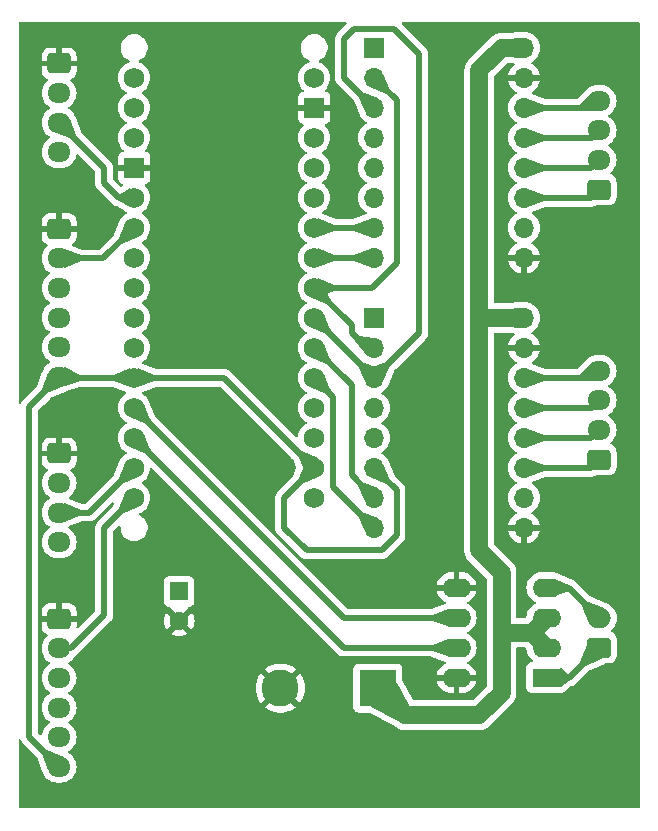
<source format=gtl>
G04 #@! TF.GenerationSoftware,KiCad,Pcbnew,7.0.8*
G04 #@! TF.CreationDate,2024-03-11T02:55:16-07:00*
G04 #@! TF.ProjectId,oc_v1,6f635f76-312e-46b6-9963-61645f706362,1*
G04 #@! TF.SameCoordinates,Original*
G04 #@! TF.FileFunction,Copper,L1,Top*
G04 #@! TF.FilePolarity,Positive*
%FSLAX46Y46*%
G04 Gerber Fmt 4.6, Leading zero omitted, Abs format (unit mm)*
G04 Created by KiCad (PCBNEW 7.0.8) date 2024-03-11 02:55:16*
%MOMM*%
%LPD*%
G01*
G04 APERTURE LIST*
G04 Aperture macros list*
%AMRoundRect*
0 Rectangle with rounded corners*
0 $1 Rounding radius*
0 $2 $3 $4 $5 $6 $7 $8 $9 X,Y pos of 4 corners*
0 Add a 4 corners polygon primitive as box body*
4,1,4,$2,$3,$4,$5,$6,$7,$8,$9,$2,$3,0*
0 Add four circle primitives for the rounded corners*
1,1,$1+$1,$2,$3*
1,1,$1+$1,$4,$5*
1,1,$1+$1,$6,$7*
1,1,$1+$1,$8,$9*
0 Add four rect primitives between the rounded corners*
20,1,$1+$1,$2,$3,$4,$5,0*
20,1,$1+$1,$4,$5,$6,$7,0*
20,1,$1+$1,$6,$7,$8,$9,0*
20,1,$1+$1,$8,$9,$2,$3,0*%
G04 Aperture macros list end*
G04 #@! TA.AperFunction,ComponentPad*
%ADD10R,3.145000X3.145000*%
G04 #@! TD*
G04 #@! TA.AperFunction,ComponentPad*
%ADD11C,3.145000*%
G04 #@! TD*
G04 #@! TA.AperFunction,ComponentPad*
%ADD12RoundRect,0.250000X-0.725000X0.600000X-0.725000X-0.600000X0.725000X-0.600000X0.725000X0.600000X0*%
G04 #@! TD*
G04 #@! TA.AperFunction,ComponentPad*
%ADD13O,1.950000X1.700000*%
G04 #@! TD*
G04 #@! TA.AperFunction,ComponentPad*
%ADD14R,1.700000X1.700000*%
G04 #@! TD*
G04 #@! TA.AperFunction,ComponentPad*
%ADD15O,1.700000X1.700000*%
G04 #@! TD*
G04 #@! TA.AperFunction,ComponentPad*
%ADD16C,1.727200*%
G04 #@! TD*
G04 #@! TA.AperFunction,ComponentPad*
%ADD17R,1.727200X1.727200*%
G04 #@! TD*
G04 #@! TA.AperFunction,ComponentPad*
%ADD18RoundRect,0.250000X0.750000X-0.600000X0.750000X0.600000X-0.750000X0.600000X-0.750000X-0.600000X0*%
G04 #@! TD*
G04 #@! TA.AperFunction,ComponentPad*
%ADD19O,2.000000X1.700000*%
G04 #@! TD*
G04 #@! TA.AperFunction,ComponentPad*
%ADD20RoundRect,0.250000X0.725000X-0.600000X0.725000X0.600000X-0.725000X0.600000X-0.725000X-0.600000X0*%
G04 #@! TD*
G04 #@! TA.AperFunction,ComponentPad*
%ADD21R,2.400000X1.600000*%
G04 #@! TD*
G04 #@! TA.AperFunction,ComponentPad*
%ADD22O,2.400000X1.600000*%
G04 #@! TD*
G04 #@! TA.AperFunction,ComponentPad*
%ADD23R,1.600000X1.600000*%
G04 #@! TD*
G04 #@! TA.AperFunction,ComponentPad*
%ADD24C,1.600000*%
G04 #@! TD*
G04 #@! TA.AperFunction,ViaPad*
%ADD25C,1.000000*%
G04 #@! TD*
G04 #@! TA.AperFunction,Conductor*
%ADD26C,0.500000*%
G04 #@! TD*
G04 #@! TA.AperFunction,Conductor*
%ADD27C,1.500000*%
G04 #@! TD*
G04 APERTURE END LIST*
D10*
X143825000Y-103745000D03*
D11*
X135575000Y-103745000D03*
D12*
X116840000Y-50860000D03*
D13*
X116840000Y-53360000D03*
X116840000Y-55860000D03*
X116840000Y-58360000D03*
D14*
X143510000Y-72390000D03*
D15*
X143510000Y-74930000D03*
X143510000Y-77470000D03*
X143510000Y-80010000D03*
X143510000Y-82550000D03*
X143510000Y-85090000D03*
X143510000Y-87630000D03*
X143510000Y-90170000D03*
X156210000Y-90170000D03*
X156210000Y-87630000D03*
X156210000Y-85090000D03*
X156210000Y-82550000D03*
X156210000Y-80010000D03*
X156210000Y-77470000D03*
X156210000Y-74930000D03*
X156210000Y-72390000D03*
D16*
X138430000Y-85090000D03*
X138430000Y-59690000D03*
X138430000Y-80010000D03*
X138430000Y-77470000D03*
X138430000Y-74930000D03*
X138430000Y-72390000D03*
X138430000Y-69850000D03*
X138430000Y-67310000D03*
X138430000Y-64770000D03*
X138430000Y-62230000D03*
X138430000Y-82550000D03*
X138430000Y-57150000D03*
X123190000Y-54610000D03*
X123190000Y-52070000D03*
X123190000Y-62230000D03*
X123190000Y-64770000D03*
X123190000Y-67310000D03*
X123190000Y-69850000D03*
X123190000Y-72390000D03*
X123190000Y-74930000D03*
X123190000Y-77470000D03*
X123190000Y-80010000D03*
X123190000Y-82550000D03*
X123190000Y-85090000D03*
X123190000Y-87630000D03*
X138430000Y-87630000D03*
D17*
X123190000Y-59690000D03*
X138430000Y-54610000D03*
D16*
X123190000Y-57150000D03*
X138430000Y-52070000D03*
D12*
X116840000Y-97890000D03*
D13*
X116840000Y-100390000D03*
X116840000Y-102890000D03*
X116840000Y-105390000D03*
X116840000Y-107890000D03*
X116840000Y-110390000D03*
D12*
X116840000Y-83880000D03*
D13*
X116840000Y-86380000D03*
X116840000Y-88880000D03*
X116840000Y-91380000D03*
D18*
X162560000Y-100310000D03*
D19*
X162560000Y-97810000D03*
D20*
X162560000Y-61535000D03*
D13*
X162560000Y-59035000D03*
X162560000Y-56535000D03*
X162560000Y-54035000D03*
D20*
X162560000Y-84395000D03*
D13*
X162560000Y-81895000D03*
X162560000Y-79395000D03*
X162560000Y-76895000D03*
D21*
X158105000Y-102860000D03*
D22*
X158105000Y-100320000D03*
X158105000Y-97780000D03*
X158105000Y-95240000D03*
X150485000Y-95240000D03*
X150485000Y-97780000D03*
X150485000Y-100320000D03*
X150485000Y-102860000D03*
D14*
X143510000Y-49530000D03*
D15*
X143510000Y-52070000D03*
X143510000Y-54610000D03*
X143510000Y-57150000D03*
X143510000Y-59690000D03*
X143510000Y-62230000D03*
X143510000Y-64770000D03*
X143510000Y-67310000D03*
X156210000Y-67310000D03*
X156210000Y-64770000D03*
X156210000Y-62230000D03*
X156210000Y-59690000D03*
X156210000Y-57150000D03*
X156210000Y-54610000D03*
X156210000Y-52070000D03*
X156210000Y-49530000D03*
D12*
X116840000Y-64870000D03*
D13*
X116840000Y-67370000D03*
X116840000Y-69870000D03*
X116840000Y-72370000D03*
X116840000Y-74870000D03*
X116840000Y-77370000D03*
D23*
X127000000Y-95564888D03*
D24*
X127000000Y-98064888D03*
D25*
X149860000Y-113030000D03*
X127000000Y-88900000D03*
X127000000Y-48260000D03*
X127000000Y-113030000D03*
X165100000Y-87630000D03*
X127000000Y-103505000D03*
X165100000Y-71120000D03*
X114300000Y-48260000D03*
X165100000Y-95250000D03*
X149860000Y-92710000D03*
X157480000Y-113030000D03*
X149860000Y-48260000D03*
X114300000Y-62230000D03*
X165100000Y-48260000D03*
X115570000Y-81280000D03*
X149860000Y-69850000D03*
X115570000Y-95250000D03*
X140970000Y-62230000D03*
X165100000Y-113030000D03*
X134620000Y-113030000D03*
X134620000Y-59690000D03*
X119380000Y-113030000D03*
X134620000Y-48260000D03*
X119380000Y-64770000D03*
X133985000Y-87630000D03*
X165100000Y-64770000D03*
X142240000Y-113030000D03*
X165100000Y-102870000D03*
X127000000Y-80010000D03*
X127000000Y-59690000D03*
D26*
X130810000Y-77470000D02*
X123190000Y-77470000D01*
X114300000Y-107850000D02*
X116840000Y-110390000D01*
X123190000Y-77470000D02*
X116940000Y-77470000D01*
X116840000Y-77370000D02*
X114300000Y-79910000D01*
X138430000Y-85090000D02*
X135890000Y-87630000D01*
X145415000Y-90805000D02*
X145415000Y-86995000D01*
X137795000Y-92075000D02*
X144145000Y-92075000D01*
X135890000Y-87630000D02*
X135890000Y-90170000D01*
X144145000Y-92075000D02*
X145415000Y-90805000D01*
X145415000Y-86995000D02*
X143510000Y-85090000D01*
X116940000Y-77470000D02*
X116840000Y-77370000D01*
X138430000Y-85090000D02*
X130810000Y-77470000D01*
X135890000Y-90170000D02*
X137795000Y-92075000D01*
X114300000Y-79910000D02*
X114300000Y-107850000D01*
X140960000Y-100320000D02*
X150485000Y-100320000D01*
X123190000Y-82550000D02*
X140960000Y-100320000D01*
X140960000Y-97780000D02*
X150485000Y-97780000D01*
X123190000Y-80010000D02*
X140960000Y-97780000D01*
X121920000Y-62230000D02*
X123190000Y-62230000D01*
X120650000Y-59670000D02*
X120650000Y-60960000D01*
X116840000Y-55860000D02*
X120650000Y-59670000D01*
X120650000Y-60960000D02*
X121920000Y-62230000D01*
X116840000Y-67370000D02*
X120590000Y-67370000D01*
X120590000Y-67370000D02*
X123190000Y-64770000D01*
X116840000Y-88880000D02*
X119400000Y-88880000D01*
X119400000Y-88880000D02*
X123190000Y-85090000D01*
X120650000Y-90170000D02*
X123190000Y-87630000D01*
X116840000Y-100390000D02*
X117811258Y-100390000D01*
X117811258Y-100390000D02*
X120650000Y-97551258D01*
X120650000Y-97551258D02*
X120650000Y-90170000D01*
X138430000Y-64770000D02*
X143510000Y-64770000D01*
X138430000Y-67310000D02*
X143510000Y-67310000D01*
X143510000Y-87630000D02*
X141605000Y-85725000D01*
X141605000Y-78105000D02*
X138430000Y-74930000D01*
X141605000Y-85725000D02*
X141605000Y-78105000D01*
X140043600Y-79083600D02*
X138430000Y-77470000D01*
X140043600Y-86703600D02*
X140043600Y-79083600D01*
X143510000Y-90170000D02*
X140043600Y-86703600D01*
D27*
X154325000Y-99040000D02*
X154305000Y-99060000D01*
X156845000Y-99040000D02*
X158105000Y-97780000D01*
X156845000Y-99060000D02*
X156845000Y-99040000D01*
X154305000Y-49530000D02*
X152400000Y-51435000D01*
X154305000Y-104140000D02*
X152400000Y-106045000D01*
X152400000Y-51435000D02*
X152400000Y-72390000D01*
X156845000Y-99040000D02*
X154325000Y-99040000D01*
X152400000Y-106045000D02*
X146125000Y-106045000D01*
X146125000Y-106045000D02*
X143825000Y-103745000D01*
X156210000Y-49530000D02*
X154305000Y-49530000D01*
X156210000Y-72390000D02*
X152400000Y-72390000D01*
X158105000Y-100320000D02*
X156845000Y-99060000D01*
X154305000Y-99060000D02*
X154305000Y-104140000D01*
X152400000Y-92075000D02*
X154305000Y-93980000D01*
X152400000Y-72390000D02*
X152400000Y-92075000D01*
X154305000Y-93980000D02*
X154305000Y-99060000D01*
D26*
X161865000Y-62230000D02*
X162560000Y-61535000D01*
X156210000Y-62230000D02*
X161865000Y-62230000D01*
X161905000Y-59690000D02*
X162560000Y-59035000D01*
X156210000Y-59690000D02*
X161905000Y-59690000D01*
X156210000Y-57150000D02*
X161945000Y-57150000D01*
X161945000Y-57150000D02*
X162560000Y-56535000D01*
X156210000Y-54610000D02*
X161985000Y-54610000D01*
X161985000Y-54610000D02*
X162560000Y-54035000D01*
X156210000Y-85090000D02*
X161865000Y-85090000D01*
X161865000Y-85090000D02*
X162560000Y-84395000D01*
X161905000Y-82550000D02*
X162560000Y-81895000D01*
X156210000Y-82550000D02*
X161905000Y-82550000D01*
X156210000Y-80010000D02*
X161945000Y-80010000D01*
X161945000Y-80010000D02*
X162560000Y-79395000D01*
X156210000Y-77470000D02*
X161985000Y-77470000D01*
X161985000Y-77470000D02*
X162560000Y-76895000D01*
X160010000Y-102860000D02*
X162560000Y-100310000D01*
X158105000Y-102860000D02*
X160010000Y-102860000D01*
X159990000Y-95240000D02*
X162560000Y-97810000D01*
X158105000Y-95240000D02*
X159990000Y-95240000D01*
X147320000Y-50054670D02*
X145195330Y-47930000D01*
X138430000Y-72390000D02*
X143510000Y-77470000D01*
X140970000Y-52070000D02*
X143510000Y-54610000D01*
X143510000Y-77470000D02*
X147320000Y-73660000D01*
X145195330Y-47930000D02*
X141824670Y-47930000D01*
X147320000Y-73660000D02*
X147320000Y-50054670D01*
X140970000Y-48784670D02*
X140970000Y-52070000D01*
X141824670Y-47930000D02*
X140970000Y-48784670D01*
X142875000Y-74930000D02*
X141605000Y-73660000D01*
X143289340Y-69850000D02*
X138430000Y-69850000D01*
X143510000Y-74930000D02*
X142875000Y-74930000D01*
X145415000Y-53975000D02*
X145415000Y-67724340D01*
X145415000Y-67724340D02*
X143289340Y-69850000D01*
X141605000Y-73025000D02*
X138430000Y-69850000D01*
X141605000Y-73660000D02*
X141605000Y-73025000D01*
X143510000Y-52070000D02*
X145415000Y-53975000D01*
G04 #@! TA.AperFunction,Conductor*
G36*
X165947691Y-47390407D02*
G01*
X165983655Y-47439907D01*
X165988500Y-47470500D01*
X165988500Y-113819500D01*
X165969593Y-113877691D01*
X165920093Y-113913655D01*
X165889500Y-113918500D01*
X113510500Y-113918500D01*
X113452309Y-113899593D01*
X113416345Y-113850093D01*
X113411500Y-113819500D01*
X113411500Y-108168151D01*
X113430407Y-108109960D01*
X113479907Y-108073996D01*
X113541093Y-108073996D01*
X113590593Y-108109960D01*
X113604475Y-108137011D01*
X113615185Y-108169334D01*
X113615682Y-108170139D01*
X113624437Y-108188222D01*
X113624763Y-108189117D01*
X113666965Y-108253283D01*
X113707288Y-108318656D01*
X113707293Y-108318661D01*
X113707957Y-108319326D01*
X113720654Y-108334913D01*
X113721167Y-108335693D01*
X113777018Y-108388386D01*
X114956898Y-109568266D01*
X114979574Y-109603464D01*
X115420353Y-110777158D01*
X115421827Y-110781752D01*
X115441093Y-110853653D01*
X115441099Y-110853668D01*
X115540959Y-111067818D01*
X115540963Y-111067826D01*
X115540964Y-111067828D01*
X115540965Y-111067829D01*
X115676505Y-111261401D01*
X115843599Y-111428495D01*
X116037171Y-111564035D01*
X116037172Y-111564035D01*
X116037173Y-111564036D01*
X116037181Y-111564040D01*
X116251333Y-111663901D01*
X116251337Y-111663903D01*
X116479592Y-111725063D01*
X116479596Y-111725063D01*
X116479599Y-111725064D01*
X116656028Y-111740500D01*
X116656034Y-111740500D01*
X117023972Y-111740500D01*
X117200400Y-111725064D01*
X117200401Y-111725063D01*
X117200408Y-111725063D01*
X117428663Y-111663903D01*
X117642829Y-111564035D01*
X117836401Y-111428495D01*
X118003495Y-111261401D01*
X118139035Y-111067830D01*
X118238903Y-110853663D01*
X118300063Y-110625408D01*
X118320659Y-110390000D01*
X118300063Y-110154592D01*
X118238903Y-109926337D01*
X118139035Y-109712171D01*
X118003495Y-109518599D01*
X117836401Y-109351505D01*
X117836397Y-109351502D01*
X117836396Y-109351501D01*
X117751918Y-109292350D01*
X117650155Y-109221094D01*
X117613334Y-109172232D01*
X117612266Y-109111056D01*
X117647360Y-109060935D01*
X117650133Y-109058920D01*
X117836401Y-108928495D01*
X118003495Y-108761401D01*
X118139035Y-108567830D01*
X118238903Y-108353663D01*
X118300063Y-108125408D01*
X118309873Y-108013286D01*
X118320659Y-107890004D01*
X118320659Y-107889995D01*
X118300064Y-107654599D01*
X118300063Y-107654596D01*
X118300063Y-107654592D01*
X118238903Y-107426337D01*
X118178461Y-107296719D01*
X118139040Y-107212181D01*
X118139036Y-107212173D01*
X118122216Y-107188152D01*
X118003495Y-107018599D01*
X117836401Y-106851505D01*
X117836397Y-106851502D01*
X117836396Y-106851501D01*
X117751918Y-106792350D01*
X117650155Y-106721094D01*
X117613334Y-106672232D01*
X117612266Y-106611056D01*
X117647360Y-106560935D01*
X117650133Y-106558920D01*
X117836401Y-106428495D01*
X118003495Y-106261401D01*
X118139035Y-106067830D01*
X118238903Y-105853663D01*
X118300063Y-105625408D01*
X118300064Y-105625400D01*
X118320659Y-105390004D01*
X118320659Y-105389995D01*
X118300064Y-105154599D01*
X118300063Y-105154596D01*
X118300063Y-105154592D01*
X118238903Y-104926337D01*
X118205646Y-104855018D01*
X118139040Y-104712181D01*
X118139036Y-104712173D01*
X118109506Y-104670000D01*
X118003495Y-104518599D01*
X117836401Y-104351505D01*
X117836397Y-104351502D01*
X117836396Y-104351501D01*
X117751918Y-104292350D01*
X117650155Y-104221094D01*
X117613334Y-104172232D01*
X117612266Y-104111056D01*
X117647360Y-104060935D01*
X117650133Y-104058920D01*
X117836401Y-103928495D01*
X118003495Y-103761401D01*
X118014977Y-103745003D01*
X133497657Y-103745003D01*
X133517004Y-104027861D01*
X133517006Y-104027870D01*
X133574689Y-104305453D01*
X133669639Y-104572617D01*
X133800078Y-104824354D01*
X133941599Y-105024844D01*
X134765472Y-104200970D01*
X134769514Y-104210047D01*
X134883805Y-104367355D01*
X135028304Y-104497463D01*
X135121996Y-104551556D01*
X134296747Y-105376806D01*
X134296746Y-105376806D01*
X134377027Y-105442119D01*
X134377043Y-105442130D01*
X134619282Y-105589439D01*
X134619294Y-105589446D01*
X134879335Y-105702396D01*
X135152348Y-105778891D01*
X135152355Y-105778892D01*
X135433239Y-105817499D01*
X135433243Y-105817500D01*
X135716757Y-105817500D01*
X135716760Y-105817499D01*
X135997644Y-105778892D01*
X135997651Y-105778891D01*
X136270664Y-105702396D01*
X136530705Y-105589446D01*
X136530717Y-105589439D01*
X136772954Y-105442132D01*
X136772972Y-105442119D01*
X136853251Y-105376806D01*
X136841811Y-105365366D01*
X141752000Y-105365366D01*
X141752001Y-105365370D01*
X141758408Y-105424980D01*
X141758409Y-105424985D01*
X141808702Y-105559829D01*
X141857789Y-105625400D01*
X141894954Y-105675046D01*
X141894957Y-105675048D01*
X141894958Y-105675049D01*
X142010170Y-105761297D01*
X142145011Y-105811589D01*
X142145012Y-105811589D01*
X142145017Y-105811591D01*
X142204627Y-105818000D01*
X143114487Y-105817999D01*
X143161423Y-105829832D01*
X145278104Y-106969583D01*
X145294614Y-106980753D01*
X145312814Y-106995947D01*
X145387004Y-107060765D01*
X145392441Y-107064013D01*
X145405115Y-107073006D01*
X145409975Y-107077063D01*
X145409975Y-107077064D01*
X145409978Y-107077066D01*
X145409981Y-107077068D01*
X145490622Y-107122825D01*
X145495659Y-107125683D01*
X145580225Y-107176209D01*
X145580230Y-107176211D01*
X145580236Y-107176215D01*
X145586171Y-107178442D01*
X145600242Y-107185025D01*
X145602990Y-107186584D01*
X145605755Y-107188153D01*
X145698746Y-107220692D01*
X145790976Y-107255307D01*
X145797206Y-107256437D01*
X145812226Y-107260401D01*
X145818217Y-107262498D01*
X145818222Y-107262498D01*
X145818227Y-107262500D01*
X145915527Y-107277910D01*
X146012453Y-107295500D01*
X146018795Y-107295500D01*
X146034281Y-107296718D01*
X146040540Y-107297710D01*
X146040540Y-107297709D01*
X146040541Y-107297710D01*
X146139002Y-107295500D01*
X152326989Y-107295500D01*
X152332535Y-107295811D01*
X152371827Y-107300238D01*
X152435422Y-107295950D01*
X152440442Y-107295612D01*
X152443773Y-107295500D01*
X152456154Y-107295500D01*
X152456155Y-107295500D01*
X152456157Y-107295499D01*
X152456170Y-107295499D01*
X152489545Y-107292494D01*
X152498123Y-107291722D01*
X152596412Y-107285096D01*
X152602546Y-107283550D01*
X152617878Y-107280944D01*
X152624188Y-107280377D01*
X152719165Y-107254164D01*
X152814683Y-107230096D01*
X152820440Y-107227480D01*
X152835062Y-107222178D01*
X152841170Y-107220493D01*
X152929935Y-107177746D01*
X153019626Y-107137007D01*
X153024838Y-107133395D01*
X153038272Y-107125574D01*
X153043969Y-107122831D01*
X153043969Y-107122830D01*
X153043973Y-107122829D01*
X153123676Y-107064921D01*
X153204654Y-107008820D01*
X153209136Y-107004336D01*
X153220948Y-106994248D01*
X153226078Y-106990522D01*
X153294153Y-106919320D01*
X155137622Y-105075851D01*
X155141743Y-105072167D01*
X155172666Y-105047508D01*
X155217928Y-104995699D01*
X155220158Y-104993314D01*
X155228945Y-104984529D01*
X155255945Y-104952187D01*
X155320765Y-104877996D01*
X155324016Y-104872552D01*
X155333008Y-104859880D01*
X155337068Y-104855018D01*
X155385676Y-104769351D01*
X155436215Y-104684764D01*
X155438442Y-104678828D01*
X155445032Y-104664744D01*
X155448153Y-104659245D01*
X155470744Y-104594684D01*
X155480691Y-104566258D01*
X155515307Y-104474024D01*
X155516437Y-104467796D01*
X155520405Y-104452762D01*
X155522498Y-104446782D01*
X155537909Y-104349476D01*
X155555500Y-104252547D01*
X155555500Y-104246205D01*
X155556719Y-104230715D01*
X155557710Y-104224458D01*
X155555500Y-104125978D01*
X155555500Y-100389500D01*
X155574407Y-100331309D01*
X155623907Y-100295345D01*
X155654500Y-100290500D01*
X156266019Y-100290500D01*
X156324210Y-100309407D01*
X156336023Y-100319497D01*
X156380093Y-100363568D01*
X156407870Y-100418085D01*
X156408712Y-100424941D01*
X156415752Y-100505402D01*
X156419365Y-100546692D01*
X156440455Y-100625400D01*
X156478262Y-100766500D01*
X156574426Y-100972723D01*
X156574434Y-100972737D01*
X156704946Y-101159130D01*
X156704947Y-101159132D01*
X156704950Y-101159135D01*
X156704953Y-101159139D01*
X156865861Y-101320047D01*
X156950633Y-101379404D01*
X156987455Y-101428268D01*
X156988523Y-101489444D01*
X156953430Y-101539564D01*
X156895578Y-101559485D01*
X156893852Y-101559500D01*
X156857134Y-101559500D01*
X156857129Y-101559500D01*
X156857128Y-101559501D01*
X156849949Y-101560272D01*
X156797519Y-101565908D01*
X156797514Y-101565909D01*
X156662670Y-101616202D01*
X156547458Y-101702450D01*
X156547450Y-101702458D01*
X156461202Y-101817670D01*
X156410910Y-101952511D01*
X156410908Y-101952522D01*
X156404500Y-102012129D01*
X156404500Y-103707866D01*
X156404501Y-103707870D01*
X156410908Y-103767480D01*
X156410909Y-103767485D01*
X156461202Y-103902329D01*
X156526933Y-103990134D01*
X156547454Y-104017546D01*
X156547457Y-104017548D01*
X156547458Y-104017549D01*
X156662670Y-104103797D01*
X156797511Y-104154089D01*
X156797512Y-104154089D01*
X156797517Y-104154091D01*
X156857127Y-104160500D01*
X159273848Y-104160499D01*
X159289479Y-104161741D01*
X159295041Y-104162630D01*
X159295047Y-104162631D01*
X159308621Y-104160897D01*
X159314889Y-104160499D01*
X159352867Y-104160499D01*
X159352872Y-104160499D01*
X159412483Y-104154091D01*
X159438415Y-104144418D01*
X159442474Y-104143103D01*
X159446400Y-104142018D01*
X159497708Y-104124823D01*
X159503339Y-104121600D01*
X159517914Y-104114767D01*
X159547331Y-104103796D01*
X159586662Y-104074351D01*
X159591714Y-104071032D01*
X159622590Y-104053367D01*
X160219853Y-103587415D01*
X160246892Y-103572442D01*
X160251671Y-103570703D01*
X160256428Y-103568973D01*
X160280442Y-103561014D01*
X160329334Y-103544814D01*
X160330117Y-103544330D01*
X160348245Y-103535554D01*
X160349117Y-103535237D01*
X160413283Y-103493034D01*
X160478656Y-103452712D01*
X160479308Y-103452058D01*
X160494929Y-103439333D01*
X160495696Y-103438830D01*
X160548386Y-103382981D01*
X161572177Y-102359189D01*
X161599852Y-102339700D01*
X163016057Y-101670000D01*
X163058379Y-101660499D01*
X163360016Y-101660499D01*
X163462788Y-101650000D01*
X163462788Y-101649999D01*
X163462797Y-101649999D01*
X163629334Y-101594814D01*
X163778656Y-101502712D01*
X163902712Y-101378656D01*
X163994814Y-101229334D01*
X164049999Y-101062797D01*
X164060500Y-100960009D01*
X164060499Y-99659992D01*
X164060499Y-99659991D01*
X164060499Y-99659983D01*
X164050000Y-99557211D01*
X164049999Y-99557209D01*
X164049999Y-99557203D01*
X163994814Y-99390666D01*
X163902712Y-99241344D01*
X163778656Y-99117288D01*
X163778653Y-99117286D01*
X163778652Y-99117285D01*
X163629336Y-99025187D01*
X163629335Y-99025186D01*
X163629334Y-99025186D01*
X163612390Y-99019571D01*
X163563101Y-98983320D01*
X163544533Y-98925020D01*
X163563779Y-98866941D01*
X163579894Y-98849759D01*
X163581390Y-98848502D01*
X163581401Y-98848495D01*
X163748495Y-98681401D01*
X163884035Y-98487830D01*
X163983903Y-98273663D01*
X164045063Y-98045408D01*
X164046821Y-98025317D01*
X164065659Y-97810004D01*
X164065659Y-97809995D01*
X164045064Y-97574599D01*
X164045063Y-97574596D01*
X164045063Y-97574592D01*
X163983903Y-97346337D01*
X163983901Y-97346332D01*
X163884040Y-97132181D01*
X163884036Y-97132173D01*
X163880597Y-97127262D01*
X163771095Y-96970875D01*
X163748498Y-96938603D01*
X163748497Y-96938602D01*
X163748495Y-96938599D01*
X163581401Y-96771505D01*
X163581397Y-96771502D01*
X163581396Y-96771501D01*
X163387826Y-96635963D01*
X163387818Y-96635959D01*
X163173668Y-96536099D01*
X163173653Y-96536093D01*
X163089468Y-96513535D01*
X163076014Y-96508870D01*
X161768462Y-95947125D01*
X161737536Y-95926168D01*
X160564437Y-94753069D01*
X160555031Y-94742183D01*
X160539614Y-94721474D01*
X160539609Y-94721469D01*
X160530733Y-94714021D01*
X160499176Y-94687542D01*
X160495999Y-94684630D01*
X160489774Y-94678406D01*
X160464041Y-94658059D01*
X160405215Y-94608698D01*
X160405206Y-94608692D01*
X160404365Y-94608270D01*
X160387417Y-94597473D01*
X160386682Y-94596892D01*
X160386670Y-94596885D01*
X160317057Y-94564424D01*
X160248434Y-94529960D01*
X160248426Y-94529958D01*
X160247523Y-94529744D01*
X160228525Y-94523140D01*
X160227677Y-94522744D01*
X160227670Y-94522742D01*
X160152434Y-94507207D01*
X160150903Y-94506844D01*
X160143850Y-94505172D01*
X160128748Y-94500284D01*
X159012263Y-94037057D01*
X159012261Y-94037056D01*
X159012256Y-94037054D01*
X159012252Y-94037053D01*
X158992312Y-94031116D01*
X158978727Y-94025959D01*
X158951496Y-94013261D01*
X158731692Y-93954365D01*
X158731691Y-93954364D01*
X158731684Y-93954363D01*
X158561789Y-93939500D01*
X158561784Y-93939500D01*
X157648216Y-93939500D01*
X157648211Y-93939500D01*
X157478315Y-93954363D01*
X157258499Y-94013262D01*
X157052276Y-94109426D01*
X157052262Y-94109434D01*
X156865869Y-94239946D01*
X156865867Y-94239947D01*
X156704947Y-94400867D01*
X156704946Y-94400869D01*
X156574434Y-94587262D01*
X156574426Y-94587276D01*
X156478262Y-94793499D01*
X156419363Y-95013315D01*
X156399532Y-95239996D01*
X156399532Y-95240003D01*
X156419363Y-95466684D01*
X156478262Y-95686500D01*
X156574426Y-95892723D01*
X156574434Y-95892737D01*
X156704946Y-96079130D01*
X156704947Y-96079132D01*
X156704950Y-96079135D01*
X156704953Y-96079139D01*
X156865861Y-96240047D01*
X156865864Y-96240049D01*
X156865867Y-96240052D01*
X156865869Y-96240053D01*
X156990131Y-96327061D01*
X157052266Y-96370568D01*
X157052267Y-96370568D01*
X157052271Y-96370571D01*
X157158863Y-96420276D01*
X157203611Y-96462004D01*
X157215285Y-96522065D01*
X157189427Y-96577518D01*
X157158863Y-96599724D01*
X157052271Y-96649428D01*
X157052262Y-96649434D01*
X156865869Y-96779946D01*
X156865867Y-96779947D01*
X156704947Y-96940867D01*
X156704946Y-96940869D01*
X156574434Y-97127262D01*
X156574426Y-97127276D01*
X156478262Y-97333499D01*
X156456424Y-97415000D01*
X156419365Y-97553308D01*
X156417503Y-97574592D01*
X156408712Y-97675058D01*
X156384804Y-97731379D01*
X156380095Y-97736429D01*
X156356025Y-97760501D01*
X156301510Y-97788281D01*
X156286019Y-97789500D01*
X155654500Y-97789500D01*
X155596309Y-97770593D01*
X155560345Y-97721093D01*
X155555500Y-97690500D01*
X155555500Y-94053009D01*
X155555811Y-94047463D01*
X155560238Y-94008173D01*
X155555612Y-93939558D01*
X155555500Y-93936227D01*
X155555500Y-93923845D01*
X155555499Y-93923829D01*
X155551722Y-93881877D01*
X155545096Y-93783587D01*
X155543549Y-93777450D01*
X155540945Y-93762129D01*
X155540377Y-93755812D01*
X155514164Y-93660834D01*
X155490096Y-93565317D01*
X155487471Y-93559539D01*
X155482180Y-93544947D01*
X155480493Y-93538830D01*
X155437746Y-93450064D01*
X155397007Y-93360374D01*
X155393398Y-93355164D01*
X155385578Y-93341736D01*
X155382829Y-93336027D01*
X155324921Y-93256323D01*
X155268822Y-93175349D01*
X155268820Y-93175346D01*
X155264328Y-93170854D01*
X155254246Y-93159048D01*
X155250522Y-93153922D01*
X155179320Y-93085846D01*
X153679496Y-91586022D01*
X153651719Y-91531505D01*
X153650500Y-91516018D01*
X153650500Y-73739500D01*
X153669407Y-73681309D01*
X153718907Y-73645345D01*
X153749500Y-73640500D01*
X154457948Y-73640500D01*
X154477767Y-73642503D01*
X154491329Y-73645275D01*
X155314079Y-73693672D01*
X155371056Y-73715962D01*
X155404052Y-73767489D01*
X155400459Y-73828569D01*
X155365048Y-73873595D01*
X155338928Y-73891884D01*
X155171886Y-74058926D01*
X155036398Y-74252424D01*
X155036394Y-74252432D01*
X154936570Y-74466505D01*
X154879364Y-74680000D01*
X155776314Y-74680000D01*
X155750507Y-74720156D01*
X155710000Y-74858111D01*
X155710000Y-75001889D01*
X155750507Y-75139844D01*
X155776314Y-75180000D01*
X154879364Y-75180000D01*
X154936569Y-75393489D01*
X155036399Y-75607577D01*
X155171886Y-75801073D01*
X155338926Y-75968113D01*
X155532422Y-76103600D01*
X155546144Y-76109999D01*
X155590892Y-76151727D01*
X155602567Y-76211788D01*
X155576709Y-76267241D01*
X155546145Y-76289448D01*
X155532177Y-76295961D01*
X155532173Y-76295963D01*
X155338603Y-76431501D01*
X155171501Y-76598603D01*
X155035963Y-76792173D01*
X155035959Y-76792181D01*
X154936098Y-77006332D01*
X154874935Y-77234599D01*
X154854341Y-77469995D01*
X154854341Y-77470004D01*
X154874935Y-77705400D01*
X154874936Y-77705407D01*
X154874937Y-77705408D01*
X154936097Y-77933663D01*
X155035965Y-78147830D01*
X155091573Y-78227247D01*
X155150019Y-78310717D01*
X155171505Y-78341401D01*
X155338599Y-78508495D01*
X155532170Y-78644035D01*
X155545552Y-78650275D01*
X155590300Y-78692003D01*
X155601975Y-78752064D01*
X155576117Y-78807517D01*
X155545554Y-78829724D01*
X155532173Y-78835963D01*
X155338603Y-78971501D01*
X155171501Y-79138603D01*
X155035963Y-79332173D01*
X155035959Y-79332181D01*
X154936098Y-79546332D01*
X154874935Y-79774599D01*
X154854341Y-80009995D01*
X154854341Y-80010004D01*
X154874935Y-80245400D01*
X154874936Y-80245407D01*
X154874937Y-80245408D01*
X154936097Y-80473663D01*
X155035965Y-80687830D01*
X155062759Y-80726096D01*
X155154072Y-80856505D01*
X155171505Y-80881401D01*
X155338599Y-81048495D01*
X155532170Y-81184035D01*
X155545552Y-81190275D01*
X155590300Y-81232003D01*
X155601975Y-81292064D01*
X155576117Y-81347517D01*
X155545554Y-81369724D01*
X155532173Y-81375963D01*
X155338603Y-81511501D01*
X155171501Y-81678603D01*
X155035963Y-81872173D01*
X155035959Y-81872181D01*
X154936098Y-82086332D01*
X154874935Y-82314599D01*
X154854341Y-82549995D01*
X154854341Y-82550004D01*
X154874935Y-82785400D01*
X154874936Y-82785407D01*
X154874937Y-82785408D01*
X154936097Y-83013663D01*
X155035965Y-83227830D01*
X155086554Y-83300079D01*
X155170211Y-83419554D01*
X155171505Y-83421401D01*
X155338599Y-83588495D01*
X155532170Y-83724035D01*
X155545552Y-83730275D01*
X155590300Y-83772003D01*
X155601975Y-83832064D01*
X155576117Y-83887517D01*
X155545554Y-83909724D01*
X155532173Y-83915963D01*
X155338603Y-84051501D01*
X155171501Y-84218603D01*
X155035963Y-84412173D01*
X155035959Y-84412181D01*
X154936098Y-84626332D01*
X154874935Y-84854599D01*
X154854341Y-85089995D01*
X154854341Y-85090004D01*
X154874935Y-85325400D01*
X154874936Y-85325407D01*
X154874937Y-85325408D01*
X154936097Y-85553663D01*
X155035965Y-85767830D01*
X155084828Y-85837613D01*
X155150019Y-85930717D01*
X155171505Y-85961401D01*
X155338599Y-86128495D01*
X155532170Y-86264035D01*
X155545552Y-86270275D01*
X155590300Y-86312003D01*
X155601975Y-86372064D01*
X155576117Y-86427517D01*
X155545554Y-86449724D01*
X155532173Y-86455963D01*
X155338603Y-86591501D01*
X155171501Y-86758603D01*
X155035963Y-86952173D01*
X155035959Y-86952181D01*
X154936098Y-87166332D01*
X154874935Y-87394599D01*
X154854341Y-87629995D01*
X154854341Y-87630004D01*
X154874935Y-87865400D01*
X154874936Y-87865407D01*
X154874937Y-87865408D01*
X154936097Y-88093663D01*
X155035965Y-88307830D01*
X155086557Y-88380083D01*
X155150019Y-88470717D01*
X155171505Y-88501401D01*
X155338599Y-88668495D01*
X155532170Y-88804035D01*
X155532171Y-88804035D01*
X155532172Y-88804036D01*
X155532174Y-88804037D01*
X155546143Y-88810551D01*
X155590892Y-88852279D01*
X155602567Y-88912340D01*
X155576710Y-88967793D01*
X155546146Y-88990000D01*
X155532424Y-88996398D01*
X155338926Y-89131886D01*
X155171886Y-89298926D01*
X155036398Y-89492424D01*
X155036394Y-89492432D01*
X154936570Y-89706505D01*
X154879364Y-89920000D01*
X155776314Y-89920000D01*
X155750507Y-89960156D01*
X155710000Y-90098111D01*
X155710000Y-90241889D01*
X155750507Y-90379844D01*
X155776314Y-90420000D01*
X154879364Y-90420000D01*
X154936569Y-90633489D01*
X155036399Y-90847577D01*
X155171886Y-91041073D01*
X155338926Y-91208113D01*
X155532422Y-91343600D01*
X155746509Y-91443430D01*
X155960000Y-91500634D01*
X155960000Y-90605501D01*
X156067685Y-90654680D01*
X156174237Y-90670000D01*
X156245763Y-90670000D01*
X156352315Y-90654680D01*
X156460000Y-90605501D01*
X156460000Y-91500633D01*
X156673490Y-91443430D01*
X156887577Y-91343600D01*
X157081073Y-91208113D01*
X157248113Y-91041073D01*
X157383600Y-90847577D01*
X157483430Y-90633489D01*
X157540636Y-90420000D01*
X156643686Y-90420000D01*
X156669493Y-90379844D01*
X156710000Y-90241889D01*
X156710000Y-90098111D01*
X156669493Y-89960156D01*
X156643686Y-89920000D01*
X157540636Y-89920000D01*
X157483429Y-89706505D01*
X157383605Y-89492432D01*
X157383601Y-89492424D01*
X157248113Y-89298926D01*
X157081073Y-89131886D01*
X156887577Y-88996399D01*
X156873856Y-88990001D01*
X156829108Y-88948273D01*
X156817433Y-88888212D01*
X156843291Y-88832759D01*
X156873857Y-88810551D01*
X156880053Y-88807661D01*
X156887830Y-88804035D01*
X157081401Y-88668495D01*
X157248495Y-88501401D01*
X157384035Y-88307830D01*
X157483903Y-88093663D01*
X157545063Y-87865408D01*
X157545948Y-87855291D01*
X157565659Y-87630004D01*
X157565659Y-87629995D01*
X157545064Y-87394599D01*
X157545063Y-87394596D01*
X157545063Y-87394592D01*
X157483903Y-87166337D01*
X157467063Y-87130223D01*
X157384040Y-86952181D01*
X157384036Y-86952173D01*
X157383423Y-86951298D01*
X157248495Y-86758599D01*
X157081401Y-86591505D01*
X157081397Y-86591502D01*
X157081396Y-86591501D01*
X156928021Y-86484107D01*
X156887830Y-86455965D01*
X156887829Y-86455964D01*
X156887824Y-86455961D01*
X156884946Y-86454299D01*
X156844013Y-86408822D01*
X156837628Y-86347971D01*
X156868230Y-86294988D01*
X156898533Y-86276321D01*
X157974785Y-85857243D01*
X158000456Y-85847247D01*
X158036378Y-85840500D01*
X161803116Y-85840500D01*
X161817463Y-85841545D01*
X161843023Y-85845289D01*
X161895624Y-85840687D01*
X161899923Y-85840500D01*
X161908701Y-85840500D01*
X161908709Y-85840500D01*
X161941275Y-85836693D01*
X162017789Y-85830000D01*
X162017789Y-85829999D01*
X162017797Y-85829999D01*
X162018687Y-85829703D01*
X162038332Y-85825348D01*
X162039255Y-85825241D01*
X162111423Y-85798974D01*
X162184334Y-85774814D01*
X162185125Y-85774325D01*
X162203241Y-85765555D01*
X162204117Y-85765237D01*
X162209362Y-85761786D01*
X162263766Y-85745499D01*
X163335016Y-85745499D01*
X163437788Y-85735000D01*
X163437788Y-85734999D01*
X163437797Y-85734999D01*
X163604334Y-85679814D01*
X163753656Y-85587712D01*
X163877712Y-85463656D01*
X163969814Y-85314334D01*
X164024999Y-85147797D01*
X164035500Y-85045009D01*
X164035499Y-83744992D01*
X164035499Y-83744991D01*
X164035499Y-83744983D01*
X164025000Y-83642211D01*
X164024999Y-83642209D01*
X164024999Y-83642203D01*
X163969814Y-83475666D01*
X163877712Y-83326344D01*
X163753656Y-83202288D01*
X163753653Y-83202286D01*
X163753652Y-83202285D01*
X163604336Y-83110187D01*
X163604335Y-83110186D01*
X163604334Y-83110186D01*
X163587390Y-83104571D01*
X163538101Y-83068320D01*
X163519533Y-83010020D01*
X163538779Y-82951941D01*
X163554894Y-82934759D01*
X163556390Y-82933502D01*
X163556401Y-82933495D01*
X163723495Y-82766401D01*
X163859035Y-82572830D01*
X163958903Y-82358663D01*
X164020063Y-82130408D01*
X164023919Y-82086337D01*
X164040659Y-81895004D01*
X164040659Y-81894995D01*
X164020064Y-81659599D01*
X164020063Y-81659596D01*
X164020063Y-81659592D01*
X163958903Y-81431337D01*
X163958901Y-81431332D01*
X163859040Y-81217181D01*
X163859036Y-81217173D01*
X163842062Y-81192932D01*
X163753752Y-81066811D01*
X163723498Y-81023603D01*
X163723497Y-81023602D01*
X163723495Y-81023599D01*
X163556401Y-80856505D01*
X163556397Y-80856502D01*
X163556396Y-80856501D01*
X163443197Y-80777239D01*
X163370155Y-80726094D01*
X163333334Y-80677232D01*
X163332266Y-80616056D01*
X163367360Y-80565935D01*
X163370133Y-80563920D01*
X163556401Y-80433495D01*
X163723495Y-80266401D01*
X163859035Y-80072830D01*
X163958903Y-79858663D01*
X164020063Y-79630408D01*
X164025737Y-79565558D01*
X164040659Y-79395004D01*
X164040659Y-79394995D01*
X164020064Y-79159599D01*
X164020063Y-79159596D01*
X164020063Y-79159592D01*
X163958903Y-78931337D01*
X163958654Y-78930803D01*
X163859040Y-78717181D01*
X163859036Y-78717173D01*
X163846434Y-78699176D01*
X163723495Y-78523599D01*
X163556401Y-78356505D01*
X163556397Y-78356502D01*
X163556396Y-78356501D01*
X163471918Y-78297350D01*
X163370155Y-78226094D01*
X163333334Y-78177232D01*
X163332266Y-78116056D01*
X163367360Y-78065935D01*
X163370133Y-78063920D01*
X163556401Y-77933495D01*
X163723495Y-77766401D01*
X163859035Y-77572830D01*
X163958903Y-77358663D01*
X164020063Y-77130408D01*
X164020064Y-77130400D01*
X164040659Y-76895004D01*
X164040659Y-76894995D01*
X164020064Y-76659599D01*
X164020063Y-76659596D01*
X164020063Y-76659592D01*
X163958903Y-76431337D01*
X163958901Y-76431332D01*
X163859040Y-76217181D01*
X163859036Y-76217173D01*
X163858573Y-76216512D01*
X163760113Y-76075895D01*
X163723498Y-76023603D01*
X163723497Y-76023602D01*
X163723495Y-76023599D01*
X163556401Y-75856505D01*
X163556397Y-75856502D01*
X163556396Y-75856501D01*
X163362826Y-75720963D01*
X163362818Y-75720959D01*
X163148666Y-75621098D01*
X163148667Y-75621098D01*
X163000767Y-75581469D01*
X162920408Y-75559937D01*
X162920407Y-75559936D01*
X162920400Y-75559935D01*
X162743972Y-75544500D01*
X162743966Y-75544500D01*
X162376034Y-75544500D01*
X162376028Y-75544500D01*
X162199599Y-75559935D01*
X161971332Y-75621098D01*
X161757181Y-75720959D01*
X161757173Y-75720963D01*
X161563603Y-75856501D01*
X161490485Y-75929617D01*
X161486426Y-75933252D01*
X161457514Y-75956409D01*
X161457501Y-75956421D01*
X160983040Y-76462960D01*
X160798860Y-76659592D01*
X160772084Y-76688178D01*
X160718504Y-76717723D01*
X160699830Y-76719500D01*
X158036381Y-76719500D01*
X158000459Y-76712753D01*
X156897940Y-76283446D01*
X156850575Y-76244713D01*
X156835024Y-76185537D01*
X156857225Y-76128521D01*
X156884365Y-76105455D01*
X156887579Y-76103599D01*
X157081073Y-75968113D01*
X157248113Y-75801073D01*
X157383600Y-75607577D01*
X157483430Y-75393489D01*
X157540636Y-75180000D01*
X156643686Y-75180000D01*
X156669493Y-75139844D01*
X156710000Y-75001889D01*
X156710000Y-74858111D01*
X156669493Y-74720156D01*
X156643686Y-74680000D01*
X157540636Y-74680000D01*
X157483429Y-74466505D01*
X157383605Y-74252432D01*
X157383601Y-74252424D01*
X157248113Y-74058926D01*
X157081073Y-73891886D01*
X156887577Y-73756399D01*
X156873856Y-73750001D01*
X156829108Y-73708273D01*
X156817433Y-73648212D01*
X156843291Y-73592759D01*
X156873857Y-73570551D01*
X156880053Y-73567661D01*
X156887830Y-73564035D01*
X157081401Y-73428495D01*
X157248495Y-73261401D01*
X157384035Y-73067830D01*
X157483903Y-72853663D01*
X157545063Y-72625408D01*
X157554605Y-72516350D01*
X157565659Y-72390004D01*
X157565659Y-72389995D01*
X157545064Y-72154599D01*
X157545063Y-72154596D01*
X157545063Y-72154592D01*
X157483903Y-71926337D01*
X157474577Y-71906337D01*
X157384040Y-71712181D01*
X157384036Y-71712173D01*
X157248498Y-71518603D01*
X157248497Y-71518602D01*
X157248495Y-71518599D01*
X157081401Y-71351505D01*
X157081397Y-71351502D01*
X157081396Y-71351501D01*
X156974007Y-71276307D01*
X156887830Y-71215965D01*
X156673663Y-71116097D01*
X156445408Y-71054937D01*
X156445407Y-71054936D01*
X156445400Y-71054935D01*
X156210004Y-71034341D01*
X156209996Y-71034341D01*
X156187602Y-71036300D01*
X156170667Y-71036328D01*
X156167942Y-71036098D01*
X154491328Y-71134724D01*
X154452191Y-71138559D01*
X154452190Y-71138559D01*
X154447712Y-71138998D01*
X154447670Y-71138575D01*
X154437900Y-71139500D01*
X153749500Y-71139500D01*
X153691309Y-71120593D01*
X153655345Y-71071093D01*
X153650500Y-71040500D01*
X153650500Y-51993981D01*
X153669407Y-51935790D01*
X153679490Y-51923983D01*
X154768605Y-50834867D01*
X154823120Y-50807092D01*
X154844414Y-50806044D01*
X155314079Y-50833672D01*
X155371057Y-50855963D01*
X155404052Y-50907489D01*
X155400459Y-50968569D01*
X155365048Y-51013595D01*
X155338928Y-51031884D01*
X155171886Y-51198926D01*
X155036398Y-51392424D01*
X155036394Y-51392432D01*
X154936570Y-51606505D01*
X154879364Y-51820000D01*
X155776314Y-51820000D01*
X155750507Y-51860156D01*
X155710000Y-51998111D01*
X155710000Y-52141889D01*
X155750507Y-52279844D01*
X155776314Y-52320000D01*
X154879364Y-52320000D01*
X154936569Y-52533489D01*
X155036399Y-52747577D01*
X155171886Y-52941073D01*
X155338926Y-53108113D01*
X155532422Y-53243600D01*
X155546144Y-53249999D01*
X155590892Y-53291727D01*
X155602567Y-53351788D01*
X155576709Y-53407241D01*
X155546145Y-53429448D01*
X155532177Y-53435961D01*
X155532173Y-53435963D01*
X155338603Y-53571501D01*
X155171501Y-53738603D01*
X155035963Y-53932173D01*
X155035959Y-53932181D01*
X154936098Y-54146332D01*
X154874935Y-54374599D01*
X154854341Y-54609995D01*
X154854341Y-54610004D01*
X154874935Y-54845400D01*
X154874936Y-54845407D01*
X154874937Y-54845408D01*
X154936097Y-55073663D01*
X155035965Y-55287830D01*
X155091573Y-55367247D01*
X155150019Y-55450717D01*
X155171505Y-55481401D01*
X155338599Y-55648495D01*
X155532170Y-55784035D01*
X155545552Y-55790275D01*
X155590300Y-55832003D01*
X155601975Y-55892064D01*
X155576117Y-55947517D01*
X155545554Y-55969724D01*
X155532173Y-55975963D01*
X155338603Y-56111501D01*
X155171501Y-56278603D01*
X155035963Y-56472173D01*
X155035959Y-56472181D01*
X154936098Y-56686332D01*
X154874935Y-56914599D01*
X154854341Y-57149995D01*
X154854341Y-57150004D01*
X154874935Y-57385400D01*
X154874936Y-57385407D01*
X154874937Y-57385408D01*
X154936097Y-57613663D01*
X155035965Y-57827830D01*
X155062759Y-57866096D01*
X155154072Y-57996505D01*
X155171505Y-58021401D01*
X155338599Y-58188495D01*
X155532170Y-58324035D01*
X155545552Y-58330275D01*
X155590300Y-58372003D01*
X155601975Y-58432064D01*
X155576117Y-58487517D01*
X155545554Y-58509724D01*
X155532173Y-58515963D01*
X155338603Y-58651501D01*
X155171501Y-58818603D01*
X155035963Y-59012173D01*
X155035959Y-59012181D01*
X154936098Y-59226332D01*
X154874935Y-59454599D01*
X154854341Y-59689995D01*
X154854341Y-59690004D01*
X154874935Y-59925400D01*
X154874936Y-59925407D01*
X154874937Y-59925408D01*
X154936097Y-60153663D01*
X155035965Y-60367830D01*
X155086849Y-60440500D01*
X155150019Y-60530717D01*
X155171505Y-60561401D01*
X155338599Y-60728495D01*
X155532170Y-60864035D01*
X155545552Y-60870275D01*
X155590300Y-60912003D01*
X155601975Y-60972064D01*
X155576117Y-61027517D01*
X155545554Y-61049724D01*
X155532173Y-61055963D01*
X155338603Y-61191501D01*
X155171501Y-61358603D01*
X155035963Y-61552173D01*
X155035959Y-61552181D01*
X154936098Y-61766332D01*
X154874935Y-61994599D01*
X154854341Y-62229995D01*
X154854341Y-62230004D01*
X154874935Y-62465400D01*
X154874936Y-62465407D01*
X154874937Y-62465408D01*
X154936097Y-62693663D01*
X155035965Y-62907830D01*
X155086848Y-62980498D01*
X155150019Y-63070717D01*
X155171505Y-63101401D01*
X155338599Y-63268495D01*
X155532170Y-63404035D01*
X155545552Y-63410275D01*
X155590300Y-63452003D01*
X155601975Y-63512064D01*
X155576117Y-63567517D01*
X155545554Y-63589724D01*
X155532173Y-63595963D01*
X155338603Y-63731501D01*
X155171501Y-63898603D01*
X155035963Y-64092173D01*
X155035959Y-64092181D01*
X154936098Y-64306332D01*
X154874935Y-64534599D01*
X154854341Y-64769995D01*
X154854341Y-64770004D01*
X154874935Y-65005400D01*
X154874936Y-65005407D01*
X154874937Y-65005408D01*
X154936097Y-65233663D01*
X155035965Y-65447830D01*
X155086849Y-65520500D01*
X155158409Y-65622699D01*
X155171505Y-65641401D01*
X155338599Y-65808495D01*
X155532170Y-65944035D01*
X155532171Y-65944035D01*
X155532172Y-65944036D01*
X155532174Y-65944037D01*
X155546143Y-65950551D01*
X155590892Y-65992279D01*
X155602567Y-66052340D01*
X155576710Y-66107793D01*
X155546146Y-66130000D01*
X155532424Y-66136398D01*
X155338926Y-66271886D01*
X155171886Y-66438926D01*
X155036398Y-66632424D01*
X155036394Y-66632432D01*
X154936570Y-66846505D01*
X154879364Y-67060000D01*
X155776314Y-67060000D01*
X155750507Y-67100156D01*
X155710000Y-67238111D01*
X155710000Y-67381889D01*
X155750507Y-67519844D01*
X155776314Y-67560000D01*
X154879364Y-67560000D01*
X154936569Y-67773489D01*
X155036399Y-67987577D01*
X155171886Y-68181073D01*
X155338926Y-68348113D01*
X155532422Y-68483600D01*
X155746509Y-68583430D01*
X155960000Y-68640634D01*
X155960000Y-67745501D01*
X156067685Y-67794680D01*
X156174237Y-67810000D01*
X156245763Y-67810000D01*
X156352315Y-67794680D01*
X156460000Y-67745501D01*
X156460000Y-68640633D01*
X156673490Y-68583430D01*
X156887577Y-68483600D01*
X157081073Y-68348113D01*
X157248113Y-68181073D01*
X157383600Y-67987577D01*
X157483430Y-67773489D01*
X157540636Y-67560000D01*
X156643686Y-67560000D01*
X156669493Y-67519844D01*
X156710000Y-67381889D01*
X156710000Y-67238111D01*
X156669493Y-67100156D01*
X156643686Y-67060000D01*
X157540636Y-67060000D01*
X157483429Y-66846505D01*
X157383605Y-66632432D01*
X157383601Y-66632424D01*
X157248113Y-66438926D01*
X157081073Y-66271886D01*
X156887576Y-66136398D01*
X156887575Y-66136398D01*
X156873856Y-66130001D01*
X156829108Y-66088273D01*
X156817433Y-66028212D01*
X156843291Y-65972759D01*
X156873857Y-65950551D01*
X156880053Y-65947661D01*
X156887830Y-65944035D01*
X157081401Y-65808495D01*
X157248495Y-65641401D01*
X157384035Y-65447830D01*
X157483903Y-65233663D01*
X157545063Y-65005408D01*
X157565659Y-64770000D01*
X157552535Y-64620000D01*
X157545064Y-64534599D01*
X157545063Y-64534596D01*
X157545063Y-64534592D01*
X157483903Y-64306337D01*
X157483901Y-64306332D01*
X157384040Y-64092181D01*
X157384036Y-64092173D01*
X157248498Y-63898603D01*
X157248497Y-63898602D01*
X157248495Y-63898599D01*
X157081401Y-63731505D01*
X157081397Y-63731502D01*
X157081396Y-63731501D01*
X156887824Y-63595961D01*
X156884946Y-63594299D01*
X156844013Y-63548822D01*
X156837628Y-63487971D01*
X156868230Y-63434988D01*
X156898533Y-63416321D01*
X158000456Y-62987247D01*
X158036378Y-62980500D01*
X161803116Y-62980500D01*
X161817463Y-62981545D01*
X161843023Y-62985289D01*
X161895624Y-62980687D01*
X161899923Y-62980500D01*
X161908701Y-62980500D01*
X161908709Y-62980500D01*
X161941275Y-62976693D01*
X162017789Y-62970000D01*
X162017789Y-62969999D01*
X162017797Y-62969999D01*
X162018687Y-62969703D01*
X162038332Y-62965348D01*
X162039255Y-62965241D01*
X162111423Y-62938974D01*
X162184334Y-62914814D01*
X162185125Y-62914325D01*
X162203241Y-62905555D01*
X162204117Y-62905237D01*
X162209362Y-62901786D01*
X162263766Y-62885499D01*
X163335016Y-62885499D01*
X163437788Y-62875000D01*
X163437788Y-62874999D01*
X163437797Y-62874999D01*
X163604334Y-62819814D01*
X163753656Y-62727712D01*
X163877712Y-62603656D01*
X163969814Y-62454334D01*
X164024999Y-62287797D01*
X164035500Y-62185009D01*
X164035499Y-60884992D01*
X164035499Y-60884991D01*
X164035499Y-60884983D01*
X164025000Y-60782211D01*
X164024999Y-60782209D01*
X164024999Y-60782203D01*
X163969814Y-60615666D01*
X163877712Y-60466344D01*
X163753656Y-60342288D01*
X163753653Y-60342286D01*
X163753652Y-60342285D01*
X163604336Y-60250187D01*
X163604335Y-60250186D01*
X163604334Y-60250186D01*
X163587390Y-60244571D01*
X163538101Y-60208320D01*
X163519533Y-60150020D01*
X163538779Y-60091941D01*
X163554894Y-60074759D01*
X163556390Y-60073502D01*
X163556401Y-60073495D01*
X163723495Y-59906401D01*
X163859035Y-59712830D01*
X163958903Y-59498663D01*
X164020063Y-59270408D01*
X164023919Y-59226337D01*
X164040659Y-59035004D01*
X164040659Y-59034995D01*
X164020064Y-58799599D01*
X164020063Y-58799596D01*
X164020063Y-58799592D01*
X163958903Y-58571337D01*
X163947974Y-58547899D01*
X163859040Y-58357181D01*
X163859036Y-58357173D01*
X163842062Y-58332932D01*
X163754322Y-58207625D01*
X163723498Y-58163603D01*
X163723497Y-58163602D01*
X163723495Y-58163599D01*
X163556401Y-57996505D01*
X163556397Y-57996502D01*
X163556396Y-57996501D01*
X163446293Y-57919407D01*
X163370155Y-57866094D01*
X163333334Y-57817232D01*
X163332266Y-57756056D01*
X163367360Y-57705935D01*
X163370133Y-57703920D01*
X163556401Y-57573495D01*
X163723495Y-57406401D01*
X163859035Y-57212830D01*
X163958903Y-56998663D01*
X164020063Y-56770408D01*
X164025737Y-56705558D01*
X164040659Y-56535004D01*
X164040659Y-56534995D01*
X164020064Y-56299599D01*
X164020063Y-56299596D01*
X164020063Y-56299592D01*
X163958903Y-56071337D01*
X163912699Y-55972252D01*
X163859040Y-55857181D01*
X163859036Y-55857173D01*
X163840558Y-55830784D01*
X163723495Y-55663599D01*
X163556401Y-55496505D01*
X163556397Y-55496502D01*
X163556396Y-55496501D01*
X163471918Y-55437350D01*
X163370155Y-55366094D01*
X163333334Y-55317232D01*
X163332266Y-55256056D01*
X163367360Y-55205935D01*
X163370133Y-55203920D01*
X163556401Y-55073495D01*
X163723495Y-54906401D01*
X163859035Y-54712830D01*
X163958903Y-54498663D01*
X164020063Y-54270408D01*
X164028126Y-54178248D01*
X164040659Y-54035004D01*
X164040659Y-54034995D01*
X164020064Y-53799599D01*
X164020063Y-53799596D01*
X164020063Y-53799592D01*
X163958903Y-53571337D01*
X163928597Y-53506345D01*
X163859040Y-53357181D01*
X163859036Y-53357173D01*
X163858573Y-53356512D01*
X163762741Y-53219649D01*
X163723498Y-53163603D01*
X163723497Y-53163602D01*
X163723495Y-53163599D01*
X163556401Y-52996505D01*
X163556397Y-52996502D01*
X163556396Y-52996501D01*
X163362826Y-52860963D01*
X163362818Y-52860959D01*
X163148666Y-52761098D01*
X163148667Y-52761098D01*
X163000767Y-52721469D01*
X162920408Y-52699937D01*
X162920407Y-52699936D01*
X162920400Y-52699935D01*
X162743972Y-52684500D01*
X162743966Y-52684500D01*
X162376034Y-52684500D01*
X162376028Y-52684500D01*
X162199599Y-52699935D01*
X161971332Y-52761098D01*
X161757181Y-52860959D01*
X161757173Y-52860963D01*
X161563603Y-52996501D01*
X161490485Y-53069617D01*
X161486426Y-53073252D01*
X161457514Y-53096409D01*
X161457501Y-53096421D01*
X160952202Y-53635883D01*
X160777678Y-53822206D01*
X160772084Y-53828178D01*
X160718504Y-53857723D01*
X160699830Y-53859500D01*
X158036381Y-53859500D01*
X158000459Y-53852753D01*
X156897940Y-53423446D01*
X156850575Y-53384713D01*
X156835024Y-53325537D01*
X156857225Y-53268521D01*
X156884365Y-53245455D01*
X156887579Y-53243599D01*
X157081073Y-53108113D01*
X157248113Y-52941073D01*
X157383600Y-52747577D01*
X157483430Y-52533489D01*
X157540636Y-52320000D01*
X156643686Y-52320000D01*
X156669493Y-52279844D01*
X156710000Y-52141889D01*
X156710000Y-51998111D01*
X156669493Y-51860156D01*
X156643686Y-51820000D01*
X157540636Y-51820000D01*
X157483429Y-51606505D01*
X157383605Y-51392432D01*
X157383601Y-51392424D01*
X157248113Y-51198926D01*
X157081073Y-51031886D01*
X156887577Y-50896399D01*
X156873856Y-50890001D01*
X156829108Y-50848273D01*
X156817433Y-50788212D01*
X156843291Y-50732759D01*
X156873857Y-50710551D01*
X156880053Y-50707661D01*
X156887830Y-50704035D01*
X157081401Y-50568495D01*
X157248495Y-50401401D01*
X157384035Y-50207830D01*
X157483903Y-49993663D01*
X157545063Y-49765408D01*
X157547694Y-49735336D01*
X157565659Y-49530004D01*
X157565659Y-49529995D01*
X157545064Y-49294599D01*
X157545063Y-49294596D01*
X157545063Y-49294592D01*
X157483903Y-49066337D01*
X157459955Y-49014980D01*
X157384040Y-48852181D01*
X157384036Y-48852173D01*
X157371100Y-48833699D01*
X157248495Y-48658599D01*
X157081401Y-48491505D01*
X157081397Y-48491502D01*
X157081396Y-48491501D01*
X156942498Y-48394244D01*
X156887830Y-48355965D01*
X156673663Y-48256097D01*
X156445408Y-48194937D01*
X156445407Y-48194936D01*
X156445400Y-48194935D01*
X156210004Y-48174341D01*
X156209996Y-48174341D01*
X156187602Y-48176300D01*
X156170667Y-48176328D01*
X156167942Y-48176098D01*
X154491328Y-48274724D01*
X154452191Y-48278559D01*
X154452190Y-48278559D01*
X154447712Y-48278998D01*
X154447670Y-48278575D01*
X154437900Y-48279500D01*
X154378011Y-48279500D01*
X154372465Y-48279189D01*
X154366873Y-48278559D01*
X154333173Y-48274762D01*
X154333170Y-48274762D01*
X154333169Y-48274762D01*
X154264558Y-48279388D01*
X154261227Y-48279500D01*
X154248845Y-48279500D01*
X154248842Y-48279500D01*
X154248823Y-48279501D01*
X154206876Y-48283277D01*
X154108586Y-48289904D01*
X154108585Y-48289904D01*
X154102438Y-48291453D01*
X154087126Y-48294054D01*
X154080816Y-48294621D01*
X154080810Y-48294622D01*
X153985834Y-48320835D01*
X153890315Y-48344904D01*
X153890314Y-48344904D01*
X153884538Y-48347528D01*
X153869942Y-48352820D01*
X153863828Y-48354507D01*
X153775064Y-48397253D01*
X153685376Y-48437991D01*
X153685372Y-48437993D01*
X153680153Y-48441609D01*
X153666748Y-48449415D01*
X153661029Y-48452169D01*
X153661023Y-48452172D01*
X153581323Y-48510078D01*
X153500342Y-48566182D01*
X153495854Y-48570670D01*
X153484063Y-48580741D01*
X153478928Y-48584472D01*
X153478920Y-48584479D01*
X153410846Y-48655679D01*
X151567378Y-50499145D01*
X151563237Y-50502846D01*
X151532337Y-50527488D01*
X151487090Y-50579275D01*
X151484819Y-50581705D01*
X151476059Y-50590466D01*
X151476055Y-50590470D01*
X151449048Y-50622818D01*
X151384236Y-50697002D01*
X151384234Y-50697005D01*
X151380978Y-50702454D01*
X151372004Y-50715102D01*
X151367936Y-50719975D01*
X151367930Y-50719983D01*
X151319316Y-50805659D01*
X151268788Y-50890230D01*
X151268781Y-50890243D01*
X151266552Y-50896183D01*
X151259979Y-50910234D01*
X151256847Y-50915754D01*
X151256845Y-50915758D01*
X151243573Y-50953689D01*
X151224307Y-51008746D01*
X151203960Y-51062962D01*
X151189694Y-51100972D01*
X151189691Y-51100981D01*
X151188560Y-51107215D01*
X151184600Y-51122218D01*
X151182501Y-51128216D01*
X151167089Y-51225527D01*
X151149501Y-51322446D01*
X151149500Y-51322458D01*
X151149500Y-51328795D01*
X151148281Y-51344284D01*
X151147289Y-51350540D01*
X151147289Y-51350542D01*
X151149500Y-51449021D01*
X151149500Y-72360835D01*
X151149450Y-72363056D01*
X151145709Y-72446327D01*
X151149051Y-72470997D01*
X151149500Y-72477649D01*
X151149500Y-92001989D01*
X151149189Y-92007535D01*
X151144762Y-92046829D01*
X151149388Y-92115440D01*
X151149500Y-92118771D01*
X151149500Y-92131151D01*
X151149501Y-92131174D01*
X151153277Y-92173123D01*
X151159903Y-92271410D01*
X151161452Y-92277554D01*
X151164053Y-92292865D01*
X151164388Y-92296582D01*
X151164623Y-92299192D01*
X151190835Y-92394165D01*
X151214902Y-92489679D01*
X151214903Y-92489682D01*
X151217528Y-92495461D01*
X151222817Y-92510049D01*
X151224507Y-92516171D01*
X151267253Y-92604935D01*
X151307992Y-92694626D01*
X151311598Y-92699830D01*
X151319420Y-92713261D01*
X151322170Y-92718972D01*
X151380078Y-92798676D01*
X151400209Y-92827734D01*
X151436180Y-92879654D01*
X151440669Y-92884143D01*
X151450753Y-92895951D01*
X151454476Y-92901076D01*
X151454478Y-92901078D01*
X151525679Y-92969153D01*
X153025505Y-94468979D01*
X153053281Y-94523494D01*
X153054500Y-94538981D01*
X153054500Y-98953795D01*
X153053281Y-98969284D01*
X153052289Y-98975540D01*
X153052289Y-98975542D01*
X153054500Y-99074021D01*
X153054500Y-103581018D01*
X153035593Y-103639209D01*
X153025504Y-103651022D01*
X151911022Y-104765504D01*
X151856505Y-104793281D01*
X151841018Y-104794500D01*
X146891391Y-104794500D01*
X146833200Y-104775593D01*
X146804224Y-104742436D01*
X145909832Y-103081422D01*
X145897999Y-103034486D01*
X145897999Y-102124633D01*
X145897999Y-102124628D01*
X145891591Y-102065017D01*
X145891589Y-102065011D01*
X145841297Y-101930170D01*
X145755049Y-101814958D01*
X145755048Y-101814957D01*
X145755046Y-101814954D01*
X145641381Y-101729864D01*
X145639829Y-101728702D01*
X145504988Y-101678410D01*
X145504983Y-101678409D01*
X145504981Y-101678408D01*
X145504977Y-101678408D01*
X145473749Y-101675050D01*
X145445373Y-101672000D01*
X145445370Y-101672000D01*
X142204633Y-101672000D01*
X142204629Y-101672000D01*
X142204628Y-101672001D01*
X142199986Y-101672500D01*
X142145019Y-101678408D01*
X142145014Y-101678409D01*
X142010170Y-101728702D01*
X141894958Y-101814950D01*
X141894950Y-101814958D01*
X141808702Y-101930170D01*
X141758410Y-102065011D01*
X141758409Y-102065017D01*
X141753230Y-102113192D01*
X141752000Y-102124629D01*
X141752000Y-105365366D01*
X136841811Y-105365366D01*
X136028002Y-104551557D01*
X136121696Y-104497463D01*
X136266195Y-104367355D01*
X136380486Y-104210048D01*
X136384526Y-104200971D01*
X137208399Y-105024844D01*
X137349921Y-104824354D01*
X137480360Y-104572617D01*
X137575310Y-104305453D01*
X137632993Y-104027870D01*
X137632995Y-104027861D01*
X137652343Y-103745003D01*
X137652343Y-103744996D01*
X137632995Y-103462138D01*
X137632993Y-103462129D01*
X137575310Y-103184546D01*
X137480360Y-102917382D01*
X137349921Y-102665645D01*
X137208399Y-102465154D01*
X136384526Y-103289026D01*
X136380486Y-103279953D01*
X136266195Y-103122645D01*
X136121696Y-102992537D01*
X136028001Y-102938442D01*
X136853251Y-102113192D01*
X136853252Y-102113192D01*
X136772972Y-102047880D01*
X136772956Y-102047869D01*
X136530717Y-101900560D01*
X136530705Y-101900553D01*
X136270664Y-101787603D01*
X135997651Y-101711108D01*
X135997644Y-101711107D01*
X135716760Y-101672500D01*
X135433239Y-101672500D01*
X135152355Y-101711107D01*
X135152348Y-101711108D01*
X134879335Y-101787603D01*
X134619294Y-101900553D01*
X134619282Y-101900560D01*
X134377043Y-102047869D01*
X134377029Y-102047879D01*
X134296746Y-102113192D01*
X135121997Y-102938443D01*
X135028304Y-102992537D01*
X134883805Y-103122645D01*
X134769514Y-103279952D01*
X134765473Y-103289028D01*
X133941599Y-102465154D01*
X133800078Y-102665645D01*
X133669639Y-102917382D01*
X133574689Y-103184546D01*
X133517006Y-103462129D01*
X133517004Y-103462138D01*
X133497657Y-103744996D01*
X133497657Y-103745003D01*
X118014977Y-103745003D01*
X118139035Y-103567830D01*
X118238903Y-103353663D01*
X118300063Y-103125408D01*
X118302457Y-103098045D01*
X118320659Y-102890004D01*
X118320659Y-102889995D01*
X118300064Y-102654599D01*
X118300063Y-102654596D01*
X118300063Y-102654592D01*
X118238903Y-102426337D01*
X118201928Y-102347044D01*
X118139040Y-102212181D01*
X118139036Y-102212173D01*
X118003498Y-102018603D01*
X118003497Y-102018602D01*
X118003495Y-102018599D01*
X117836401Y-101851505D01*
X117836397Y-101851502D01*
X117836396Y-101851501D01*
X117745139Y-101787603D01*
X117650155Y-101721094D01*
X117613334Y-101672232D01*
X117612266Y-101611056D01*
X117647360Y-101560935D01*
X117650133Y-101558920D01*
X117836401Y-101428495D01*
X118003495Y-101261401D01*
X118121851Y-101092370D01*
X118148546Y-101066439D01*
X118150371Y-101065238D01*
X118150375Y-101065237D01*
X118214541Y-101023034D01*
X118279914Y-100982712D01*
X118280566Y-100982058D01*
X118296187Y-100969333D01*
X118296954Y-100968830D01*
X118302351Y-100963110D01*
X118349644Y-100912981D01*
X118972125Y-100290500D01*
X121136933Y-98125690D01*
X121147812Y-98116291D01*
X121168530Y-98100868D01*
X121198717Y-98064891D01*
X125695034Y-98064891D01*
X125714857Y-98291485D01*
X125773733Y-98511211D01*
X125869864Y-98717368D01*
X125920972Y-98790359D01*
X126602045Y-98109285D01*
X126614835Y-98190036D01*
X126672359Y-98302933D01*
X126761955Y-98392529D01*
X126874852Y-98450053D01*
X126955599Y-98462841D01*
X126274527Y-99143914D01*
X126347518Y-99195022D01*
X126553676Y-99291154D01*
X126773402Y-99350030D01*
X126999997Y-99369854D01*
X127000003Y-99369854D01*
X127226597Y-99350030D01*
X127446323Y-99291154D01*
X127652483Y-99195021D01*
X127652484Y-99195021D01*
X127725471Y-99143914D01*
X127044399Y-98462842D01*
X127125148Y-98450053D01*
X127238045Y-98392529D01*
X127327641Y-98302933D01*
X127385165Y-98190036D01*
X127397954Y-98109287D01*
X128079026Y-98790359D01*
X128130133Y-98717372D01*
X128130133Y-98717371D01*
X128226266Y-98511211D01*
X128285142Y-98291485D01*
X128304966Y-98064891D01*
X128304966Y-98064884D01*
X128285142Y-97838290D01*
X128226266Y-97618564D01*
X128130134Y-97412406D01*
X128079026Y-97339415D01*
X127397953Y-98020487D01*
X127385165Y-97939740D01*
X127327641Y-97826843D01*
X127238045Y-97737247D01*
X127125148Y-97679723D01*
X127044397Y-97666933D01*
X127725472Y-96985859D01*
X127724349Y-96973015D01*
X127738113Y-96913398D01*
X127784290Y-96873257D01*
X127822971Y-96865387D01*
X127847872Y-96865387D01*
X127907483Y-96858979D01*
X127974907Y-96833831D01*
X128042329Y-96808685D01*
X128042329Y-96808684D01*
X128042331Y-96808684D01*
X128157546Y-96722434D01*
X128243796Y-96607219D01*
X128246592Y-96599724D01*
X128294089Y-96472376D01*
X128294090Y-96472373D01*
X128294091Y-96472371D01*
X128300500Y-96412761D01*
X128300499Y-94717016D01*
X128294091Y-94657405D01*
X128294089Y-94657399D01*
X128243797Y-94522558D01*
X128157549Y-94407346D01*
X128157548Y-94407345D01*
X128157546Y-94407342D01*
X128157541Y-94407338D01*
X128042329Y-94321090D01*
X127907488Y-94270798D01*
X127907483Y-94270797D01*
X127907481Y-94270796D01*
X127907477Y-94270796D01*
X127876249Y-94267438D01*
X127847873Y-94264388D01*
X127847870Y-94264388D01*
X126152133Y-94264388D01*
X126152129Y-94264388D01*
X126152128Y-94264389D01*
X126144949Y-94265160D01*
X126092519Y-94270796D01*
X126092514Y-94270797D01*
X125957670Y-94321090D01*
X125842458Y-94407338D01*
X125842450Y-94407346D01*
X125756202Y-94522558D01*
X125705910Y-94657399D01*
X125705908Y-94657410D01*
X125699500Y-94717017D01*
X125699500Y-96412754D01*
X125699501Y-96412758D01*
X125705908Y-96472368D01*
X125705909Y-96472373D01*
X125756202Y-96607217D01*
X125787806Y-96649434D01*
X125842454Y-96722434D01*
X125842457Y-96722436D01*
X125842458Y-96722437D01*
X125957670Y-96808685D01*
X126092511Y-96858977D01*
X126092512Y-96858977D01*
X126092517Y-96858979D01*
X126152127Y-96865388D01*
X126177026Y-96865387D01*
X126235215Y-96884292D01*
X126271180Y-96933791D01*
X126275650Y-96973015D01*
X126274526Y-96985859D01*
X126955600Y-97666933D01*
X126874852Y-97679723D01*
X126761955Y-97737247D01*
X126672359Y-97826843D01*
X126614835Y-97939740D01*
X126602045Y-98020488D01*
X125920972Y-97339415D01*
X125869871Y-97412396D01*
X125869861Y-97412413D01*
X125773734Y-97618559D01*
X125714857Y-97838290D01*
X125695034Y-98064884D01*
X125695034Y-98064891D01*
X121198717Y-98064891D01*
X121202469Y-98060419D01*
X121205370Y-98057253D01*
X121211590Y-98051035D01*
X121231923Y-98025318D01*
X121231924Y-98025317D01*
X121281299Y-97966476D01*
X121281299Y-97966474D01*
X121281302Y-97966472D01*
X121281715Y-97965648D01*
X121292543Y-97948651D01*
X121293110Y-97947935D01*
X121325561Y-97878343D01*
X121360040Y-97809691D01*
X121360252Y-97808795D01*
X121366866Y-97789765D01*
X121367256Y-97788931D01*
X121382784Y-97713725D01*
X121400500Y-97638979D01*
X121400500Y-97638044D01*
X121402546Y-97618023D01*
X121402733Y-97617115D01*
X121400500Y-97540360D01*
X121400500Y-90521875D01*
X121419407Y-90463684D01*
X121429496Y-90451871D01*
X121870496Y-90010871D01*
X121925013Y-89983094D01*
X121985445Y-89992665D01*
X122028710Y-90035930D01*
X122039500Y-90080875D01*
X122039500Y-90276609D01*
X122066304Y-90420001D01*
X122078679Y-90486198D01*
X122084335Y-90500798D01*
X122155702Y-90685019D01*
X122155705Y-90685024D01*
X122267946Y-90866300D01*
X122267952Y-90866307D01*
X122313561Y-90916337D01*
X122411593Y-91023872D01*
X122581745Y-91152366D01*
X122772611Y-91247405D01*
X122977690Y-91305756D01*
X123136806Y-91320500D01*
X123136811Y-91320500D01*
X123243189Y-91320500D01*
X123243194Y-91320500D01*
X123402310Y-91305756D01*
X123607389Y-91247405D01*
X123798255Y-91152366D01*
X123968407Y-91023872D01*
X124112052Y-90866302D01*
X124224298Y-90685019D01*
X124301321Y-90486198D01*
X124340500Y-90276610D01*
X124340500Y-90063390D01*
X124301321Y-89853802D01*
X124224298Y-89654981D01*
X124112052Y-89473698D01*
X124111153Y-89472712D01*
X123993512Y-89343667D01*
X123968407Y-89316128D01*
X123798255Y-89187634D01*
X123635504Y-89106594D01*
X123591843Y-89063733D01*
X123581713Y-89003392D01*
X123608985Y-88948621D01*
X123640024Y-88927243D01*
X123712208Y-88895734D01*
X123712214Y-88895731D01*
X123712211Y-88895733D01*
X123716067Y-88893821D01*
X123727480Y-88888164D01*
X123733372Y-88885705D01*
X123739831Y-88883488D01*
X123938649Y-88775893D01*
X124117046Y-88637040D01*
X124270156Y-88470719D01*
X124393802Y-88281465D01*
X124484611Y-88074441D01*
X124540107Y-87855293D01*
X124558775Y-87630000D01*
X124540107Y-87404707D01*
X124484611Y-87185559D01*
X124393802Y-86978535D01*
X124383153Y-86962235D01*
X124270157Y-86789282D01*
X124117048Y-86622962D01*
X124117042Y-86622957D01*
X123938652Y-86484109D01*
X123938649Y-86484107D01*
X123870206Y-86447067D01*
X123828028Y-86402742D01*
X123819958Y-86342091D01*
X123849080Y-86288280D01*
X123870196Y-86272937D01*
X123938649Y-86235893D01*
X124117046Y-86097040D01*
X124270156Y-85930719D01*
X124393802Y-85741465D01*
X124484611Y-85534441D01*
X124540107Y-85315293D01*
X124549543Y-85201404D01*
X124573191Y-85144976D01*
X124625491Y-85113222D01*
X124686468Y-85118274D01*
X124718209Y-85139577D01*
X140385562Y-100806930D01*
X140394968Y-100817815D01*
X140410390Y-100838530D01*
X140450823Y-100872457D01*
X140453999Y-100875368D01*
X140460222Y-100881590D01*
X140485959Y-100901940D01*
X140544781Y-100951299D01*
X140544784Y-100951300D01*
X140544786Y-100951302D01*
X140545620Y-100951720D01*
X140562594Y-100962535D01*
X140563321Y-100963110D01*
X140563322Y-100963110D01*
X140563323Y-100963111D01*
X140576655Y-100969328D01*
X140632942Y-100995575D01*
X140701558Y-101030036D01*
X140701560Y-101030036D01*
X140701567Y-101030040D01*
X140702468Y-101030253D01*
X140721477Y-101036861D01*
X140722038Y-101037122D01*
X140722327Y-101037257D01*
X140797565Y-101052792D01*
X140872278Y-101070500D01*
X140872279Y-101070500D01*
X140873209Y-101070500D01*
X140893228Y-101072544D01*
X140894144Y-101072734D01*
X140894144Y-101072733D01*
X140894145Y-101072734D01*
X140970917Y-101070500D01*
X148361334Y-101070500D01*
X148396339Y-101076895D01*
X149522242Y-101502511D01*
X149569987Y-101540773D01*
X149586124Y-101599792D01*
X149564489Y-101657024D01*
X149529075Y-101684839D01*
X149432523Y-101729862D01*
X149432519Y-101729864D01*
X149246188Y-101860334D01*
X149085334Y-102021188D01*
X148954865Y-102207518D01*
X148858733Y-102413676D01*
X148806128Y-102610000D01*
X150169314Y-102610000D01*
X150157359Y-102621955D01*
X150099835Y-102734852D01*
X150080014Y-102860000D01*
X150099835Y-102985148D01*
X150157359Y-103098045D01*
X150169314Y-103110000D01*
X148806128Y-103110000D01*
X148858733Y-103306323D01*
X148954865Y-103512481D01*
X149085334Y-103698811D01*
X149246188Y-103859665D01*
X149432518Y-103990134D01*
X149638676Y-104086266D01*
X149858402Y-104145142D01*
X150028232Y-104160000D01*
X150234999Y-104160000D01*
X150235000Y-104159999D01*
X150235000Y-103175686D01*
X150246955Y-103187641D01*
X150359852Y-103245165D01*
X150453519Y-103260000D01*
X150516481Y-103260000D01*
X150610148Y-103245165D01*
X150723045Y-103187641D01*
X150735000Y-103175686D01*
X150735000Y-104159999D01*
X150735001Y-104160000D01*
X150941768Y-104160000D01*
X151111597Y-104145142D01*
X151331323Y-104086266D01*
X151537481Y-103990134D01*
X151723811Y-103859665D01*
X151884665Y-103698811D01*
X152015134Y-103512481D01*
X152111266Y-103306323D01*
X152163872Y-103110000D01*
X150800686Y-103110000D01*
X150812641Y-103098045D01*
X150870165Y-102985148D01*
X150889986Y-102860000D01*
X150870165Y-102734852D01*
X150812641Y-102621955D01*
X150800686Y-102610000D01*
X152163872Y-102610000D01*
X152111266Y-102413676D01*
X152015134Y-102207518D01*
X151884665Y-102021188D01*
X151723811Y-101860334D01*
X151537480Y-101729864D01*
X151537472Y-101729860D01*
X151430545Y-101679999D01*
X151385797Y-101638271D01*
X151374122Y-101578210D01*
X151399980Y-101522757D01*
X151430539Y-101500553D01*
X151537734Y-101450568D01*
X151724139Y-101320047D01*
X151885047Y-101159139D01*
X152015568Y-100972734D01*
X152111739Y-100766496D01*
X152170635Y-100546692D01*
X152184344Y-100390004D01*
X152190468Y-100320003D01*
X152190468Y-100319996D01*
X152170636Y-100093315D01*
X152170635Y-100093312D01*
X152170635Y-100093308D01*
X152111739Y-99873504D01*
X152036508Y-99712171D01*
X152015573Y-99667276D01*
X152015571Y-99667272D01*
X152015568Y-99667266D01*
X151942634Y-99563104D01*
X151885053Y-99480869D01*
X151885052Y-99480867D01*
X151885049Y-99480864D01*
X151885047Y-99480861D01*
X151724139Y-99319953D01*
X151724135Y-99319950D01*
X151724132Y-99319947D01*
X151724130Y-99319946D01*
X151537737Y-99189434D01*
X151537736Y-99189433D01*
X151537734Y-99189432D01*
X151537731Y-99189430D01*
X151537723Y-99189426D01*
X151431137Y-99139724D01*
X151386389Y-99097996D01*
X151374714Y-99037935D01*
X151400572Y-98982482D01*
X151431137Y-98960276D01*
X151537723Y-98910573D01*
X151537721Y-98910573D01*
X151537734Y-98910568D01*
X151724139Y-98780047D01*
X151885047Y-98619139D01*
X152015568Y-98432734D01*
X152111739Y-98226496D01*
X152170635Y-98006692D01*
X152174154Y-97966476D01*
X152190468Y-97780003D01*
X152190468Y-97779996D01*
X152170636Y-97553315D01*
X152170635Y-97553310D01*
X152170635Y-97553308D01*
X152111739Y-97333504D01*
X152017860Y-97132181D01*
X152015573Y-97127276D01*
X152015571Y-97127272D01*
X152015568Y-97127266D01*
X151935200Y-97012488D01*
X151885053Y-96940869D01*
X151885052Y-96940867D01*
X151885049Y-96940864D01*
X151885047Y-96940861D01*
X151724139Y-96779953D01*
X151724135Y-96779950D01*
X151724132Y-96779947D01*
X151724130Y-96779946D01*
X151537737Y-96649434D01*
X151537724Y-96649426D01*
X151430545Y-96599448D01*
X151385797Y-96557720D01*
X151374122Y-96497659D01*
X151399980Y-96442206D01*
X151430545Y-96419999D01*
X151537481Y-96370134D01*
X151723811Y-96239665D01*
X151884665Y-96078811D01*
X152015134Y-95892481D01*
X152111266Y-95686323D01*
X152163872Y-95490000D01*
X150800686Y-95490000D01*
X150812641Y-95478045D01*
X150870165Y-95365148D01*
X150889986Y-95240000D01*
X150870165Y-95114852D01*
X150812641Y-95001955D01*
X150800686Y-94990000D01*
X152163872Y-94990000D01*
X152111266Y-94793676D01*
X152015134Y-94587518D01*
X151884665Y-94401188D01*
X151723811Y-94240334D01*
X151537481Y-94109865D01*
X151331323Y-94013733D01*
X151111597Y-93954857D01*
X150941768Y-93940000D01*
X150735001Y-93940000D01*
X150735000Y-93940001D01*
X150735000Y-94924314D01*
X150723045Y-94912359D01*
X150610148Y-94854835D01*
X150516481Y-94840000D01*
X150453519Y-94840000D01*
X150359852Y-94854835D01*
X150246955Y-94912359D01*
X150235000Y-94924314D01*
X150235000Y-93940001D01*
X150234999Y-93940000D01*
X150028232Y-93940000D01*
X149858402Y-93954857D01*
X149638676Y-94013733D01*
X149432518Y-94109865D01*
X149246188Y-94240334D01*
X149085334Y-94401188D01*
X148954865Y-94587518D01*
X148858733Y-94793676D01*
X148806128Y-94990000D01*
X150169314Y-94990000D01*
X150157359Y-95001955D01*
X150099835Y-95114852D01*
X150080014Y-95240000D01*
X150099835Y-95365148D01*
X150157359Y-95478045D01*
X150169314Y-95490000D01*
X148806128Y-95490000D01*
X148858733Y-95686323D01*
X148954865Y-95892481D01*
X149085334Y-96078811D01*
X149246188Y-96239665D01*
X149432518Y-96370134D01*
X149529074Y-96415159D01*
X149573822Y-96456888D01*
X149585497Y-96516949D01*
X149559639Y-96572402D01*
X149522241Y-96597488D01*
X149039573Y-96779947D01*
X148519669Y-96976482D01*
X148396337Y-97023104D01*
X148361331Y-97029500D01*
X141311876Y-97029500D01*
X141253685Y-97010593D01*
X141241872Y-97000504D01*
X125031844Y-80790476D01*
X125011116Y-80760079D01*
X124979577Y-80687828D01*
X124455732Y-79487790D01*
X124433941Y-79443824D01*
X124433938Y-79443820D01*
X124431440Y-79439798D01*
X124431661Y-79439660D01*
X124422760Y-79424554D01*
X124412352Y-79400826D01*
X124393802Y-79358535D01*
X124270156Y-79169281D01*
X124241609Y-79138271D01*
X124117048Y-79002962D01*
X124117042Y-79002957D01*
X123938652Y-78864109D01*
X123938649Y-78864107D01*
X123893285Y-78839557D01*
X123851107Y-78795232D01*
X123843037Y-78734581D01*
X123872159Y-78680770D01*
X123904253Y-78660326D01*
X125008111Y-78227337D01*
X125044262Y-78220500D01*
X130458124Y-78220500D01*
X130516315Y-78239407D01*
X130528128Y-78249496D01*
X136588151Y-84309519D01*
X136608879Y-84339916D01*
X136919019Y-85050392D01*
X136924971Y-85111287D01*
X136919019Y-85129606D01*
X136608879Y-85840083D01*
X136588151Y-85870480D01*
X135403069Y-87055561D01*
X135392188Y-87064964D01*
X135371471Y-87080388D01*
X135371469Y-87080390D01*
X135337537Y-87120826D01*
X135334628Y-87124002D01*
X135328414Y-87130218D01*
X135328405Y-87130227D01*
X135308059Y-87155959D01*
X135258698Y-87214785D01*
X135258697Y-87214787D01*
X135258269Y-87215640D01*
X135247481Y-87232574D01*
X135246888Y-87233323D01*
X135214424Y-87302942D01*
X135179960Y-87371565D01*
X135179959Y-87371567D01*
X135179744Y-87372478D01*
X135173143Y-87391469D01*
X135172744Y-87392323D01*
X135172740Y-87392335D01*
X135157207Y-87467565D01*
X135139500Y-87542280D01*
X135139500Y-87543209D01*
X135137455Y-87563226D01*
X135137265Y-87564142D01*
X135139500Y-87640916D01*
X135139500Y-90108115D01*
X135138455Y-90122461D01*
X135134711Y-90148023D01*
X135134711Y-90148026D01*
X135135856Y-90161113D01*
X135139312Y-90200624D01*
X135139500Y-90204923D01*
X135139500Y-90213707D01*
X135143306Y-90246275D01*
X135150000Y-90322796D01*
X135150299Y-90323697D01*
X135154649Y-90343316D01*
X135154758Y-90344253D01*
X135181025Y-90416423D01*
X135205186Y-90489335D01*
X135205682Y-90490139D01*
X135214437Y-90508222D01*
X135214763Y-90509117D01*
X135256965Y-90573283D01*
X135297288Y-90638656D01*
X135297293Y-90638661D01*
X135297957Y-90639326D01*
X135310654Y-90654913D01*
X135311167Y-90655693D01*
X135311169Y-90655695D01*
X135311170Y-90655696D01*
X135360431Y-90702171D01*
X135367017Y-90708385D01*
X137220562Y-92561930D01*
X137229968Y-92572815D01*
X137245390Y-92593530D01*
X137285823Y-92627457D01*
X137288999Y-92630368D01*
X137295222Y-92636590D01*
X137295223Y-92636591D01*
X137317118Y-92653903D01*
X137320959Y-92656940D01*
X137379781Y-92706299D01*
X137379784Y-92706300D01*
X137379786Y-92706302D01*
X137380620Y-92706720D01*
X137397594Y-92717535D01*
X137398321Y-92718110D01*
X137398322Y-92718110D01*
X137398323Y-92718111D01*
X137400172Y-92718973D01*
X137467942Y-92750575D01*
X137536558Y-92785036D01*
X137536560Y-92785036D01*
X137536567Y-92785040D01*
X137537468Y-92785253D01*
X137556477Y-92791861D01*
X137557038Y-92792122D01*
X137557327Y-92792257D01*
X137632565Y-92807792D01*
X137707278Y-92825500D01*
X137707279Y-92825500D01*
X137708209Y-92825500D01*
X137728228Y-92827544D01*
X137729144Y-92827734D01*
X137729144Y-92827733D01*
X137729145Y-92827734D01*
X137805917Y-92825500D01*
X144083116Y-92825500D01*
X144097463Y-92826545D01*
X144123023Y-92830289D01*
X144175624Y-92825687D01*
X144179923Y-92825500D01*
X144188701Y-92825500D01*
X144188709Y-92825500D01*
X144221275Y-92821693D01*
X144297789Y-92815000D01*
X144297789Y-92814999D01*
X144297797Y-92814999D01*
X144298687Y-92814703D01*
X144318332Y-92810348D01*
X144319255Y-92810241D01*
X144391423Y-92783974D01*
X144464334Y-92759814D01*
X144465117Y-92759330D01*
X144483245Y-92750554D01*
X144484117Y-92750237D01*
X144548283Y-92708034D01*
X144613656Y-92667712D01*
X144614308Y-92667058D01*
X144629929Y-92654333D01*
X144630696Y-92653830D01*
X144683386Y-92597981D01*
X145901933Y-91379432D01*
X145912812Y-91370033D01*
X145933530Y-91354610D01*
X145967469Y-91314161D01*
X145970370Y-91310995D01*
X145976590Y-91304777D01*
X145996927Y-91279055D01*
X146018093Y-91253831D01*
X146046298Y-91220219D01*
X146046298Y-91220218D01*
X146046302Y-91220214D01*
X146046716Y-91219389D01*
X146057537Y-91202401D01*
X146058111Y-91201677D01*
X146090569Y-91132069D01*
X146125040Y-91063433D01*
X146125252Y-91062537D01*
X146131866Y-91043507D01*
X146132256Y-91042673D01*
X146147784Y-90967467D01*
X146165500Y-90892721D01*
X146165500Y-90891786D01*
X146167546Y-90871765D01*
X146167733Y-90870857D01*
X146167600Y-90866302D01*
X146165500Y-90794102D01*
X146165500Y-87056884D01*
X146166545Y-87042537D01*
X146166584Y-87042266D01*
X146170289Y-87016977D01*
X146165687Y-86964376D01*
X146165500Y-86960075D01*
X146165500Y-86951298D01*
X146165500Y-86951291D01*
X146161693Y-86918724D01*
X146154999Y-86842203D01*
X146154704Y-86841315D01*
X146150349Y-86821672D01*
X146150241Y-86820745D01*
X146123974Y-86748576D01*
X146099814Y-86675666D01*
X146099327Y-86674876D01*
X146090554Y-86656754D01*
X146090237Y-86655883D01*
X146048028Y-86591708D01*
X146007712Y-86526345D01*
X146007045Y-86525678D01*
X145994335Y-86510072D01*
X145993830Y-86509304D01*
X145993829Y-86509303D01*
X145937964Y-86456597D01*
X145332126Y-85850759D01*
X145311497Y-85820587D01*
X145301998Y-85798974D01*
X144762680Y-84571808D01*
X144762679Y-84571806D01*
X144762672Y-84571790D01*
X144752095Y-84550549D01*
X144741106Y-84528479D01*
X144740358Y-84527500D01*
X144729293Y-84509227D01*
X144684035Y-84412171D01*
X144548495Y-84218599D01*
X144381401Y-84051505D01*
X144381397Y-84051502D01*
X144381396Y-84051501D01*
X144234002Y-83948295D01*
X144187830Y-83915965D01*
X144174447Y-83909724D01*
X144129700Y-83867997D01*
X144118025Y-83807936D01*
X144143883Y-83752483D01*
X144174448Y-83730275D01*
X144187830Y-83724035D01*
X144381401Y-83588495D01*
X144548495Y-83421401D01*
X144684035Y-83227830D01*
X144783903Y-83013663D01*
X144845063Y-82785408D01*
X144846726Y-82766401D01*
X144865659Y-82550004D01*
X144865659Y-82549995D01*
X144845064Y-82314599D01*
X144845063Y-82314596D01*
X144845063Y-82314592D01*
X144783903Y-82086337D01*
X144696329Y-81898535D01*
X144684040Y-81872181D01*
X144684036Y-81872173D01*
X144548498Y-81678603D01*
X144548497Y-81678602D01*
X144548495Y-81678599D01*
X144381401Y-81511505D01*
X144381397Y-81511502D01*
X144381396Y-81511501D01*
X144266902Y-81431332D01*
X144187830Y-81375965D01*
X144174447Y-81369724D01*
X144129700Y-81327997D01*
X144118025Y-81267936D01*
X144143883Y-81212483D01*
X144174448Y-81190275D01*
X144187830Y-81184035D01*
X144381401Y-81048495D01*
X144548495Y-80881401D01*
X144684035Y-80687830D01*
X144783903Y-80473663D01*
X144845063Y-80245408D01*
X144847210Y-80220867D01*
X144865659Y-80010004D01*
X144865659Y-80009995D01*
X144845064Y-79774599D01*
X144845063Y-79774596D01*
X144845063Y-79774592D01*
X144783903Y-79546337D01*
X144783901Y-79546332D01*
X144684040Y-79332181D01*
X144684036Y-79332173D01*
X144548498Y-79138603D01*
X144548497Y-79138602D01*
X144548495Y-79138599D01*
X144381401Y-78971505D01*
X144381397Y-78971502D01*
X144381396Y-78971501D01*
X144274007Y-78896307D01*
X144187830Y-78835965D01*
X144174447Y-78829724D01*
X144129700Y-78787997D01*
X144118025Y-78727936D01*
X144143883Y-78672483D01*
X144174448Y-78650275D01*
X144187830Y-78644035D01*
X144381401Y-78508495D01*
X144548495Y-78341401D01*
X144684035Y-78147830D01*
X144744678Y-78017778D01*
X144747509Y-78012556D01*
X144762680Y-77988191D01*
X145311498Y-76739408D01*
X145332122Y-76709243D01*
X147806933Y-74234432D01*
X147817812Y-74225033D01*
X147838530Y-74209610D01*
X147872469Y-74169161D01*
X147875370Y-74165995D01*
X147881591Y-74159776D01*
X147901930Y-74134052D01*
X147951302Y-74075214D01*
X147951716Y-74074389D01*
X147962537Y-74057401D01*
X147963111Y-74056677D01*
X147995572Y-73987063D01*
X148030040Y-73918433D01*
X148030252Y-73917535D01*
X148036865Y-73898512D01*
X148037257Y-73897672D01*
X148052790Y-73822441D01*
X148070500Y-73747721D01*
X148070500Y-73746790D01*
X148072545Y-73726770D01*
X148072734Y-73725853D01*
X148070500Y-73649082D01*
X148070500Y-50116554D01*
X148071545Y-50102207D01*
X148071584Y-50101936D01*
X148075289Y-50076647D01*
X148070687Y-50024049D01*
X148070500Y-50019749D01*
X148070500Y-50010968D01*
X148070500Y-50010961D01*
X148066691Y-49978375D01*
X148059998Y-49901873D01*
X148059705Y-49900991D01*
X148055349Y-49881336D01*
X148055242Y-49880420D01*
X148055241Y-49880418D01*
X148055241Y-49880415D01*
X148028969Y-49808233D01*
X148004814Y-49735336D01*
X148004324Y-49734541D01*
X147995557Y-49716433D01*
X147995237Y-49715553D01*
X147995235Y-49715551D01*
X147995235Y-49715549D01*
X147953034Y-49651386D01*
X147943919Y-49636609D01*
X147912712Y-49586014D01*
X147912043Y-49585345D01*
X147899337Y-49569746D01*
X147898830Y-49568974D01*
X147842982Y-49516284D01*
X145867202Y-47540504D01*
X145839425Y-47485987D01*
X145848996Y-47425555D01*
X145892261Y-47382290D01*
X145937206Y-47371500D01*
X165889500Y-47371500D01*
X165947691Y-47390407D01*
G37*
G04 #@! TD.AperFunction*
G04 #@! TA.AperFunction,Conductor*
G36*
X121371889Y-78227337D02*
G01*
X122475746Y-78660326D01*
X122523014Y-78699176D01*
X122538419Y-78758391D01*
X122516076Y-78815351D01*
X122486715Y-78839556D01*
X122441355Y-78864104D01*
X122441347Y-78864109D01*
X122262957Y-79002957D01*
X122262951Y-79002962D01*
X122109842Y-79169282D01*
X121986200Y-79358530D01*
X121986197Y-79358535D01*
X121895389Y-79565558D01*
X121839892Y-79784708D01*
X121821225Y-80010000D01*
X121839892Y-80235291D01*
X121895389Y-80454441D01*
X121986197Y-80661464D01*
X121986200Y-80661469D01*
X122109842Y-80850717D01*
X122164644Y-80910248D01*
X122262954Y-81017040D01*
X122441351Y-81155893D01*
X122509792Y-81192931D01*
X122551971Y-81237255D01*
X122560041Y-81297905D01*
X122530921Y-81351717D01*
X122509794Y-81367066D01*
X122441355Y-81404104D01*
X122441347Y-81404109D01*
X122262957Y-81542957D01*
X122262951Y-81542962D01*
X122109842Y-81709282D01*
X121986200Y-81898530D01*
X121986197Y-81898535D01*
X121895389Y-82105558D01*
X121839892Y-82324708D01*
X121821225Y-82550000D01*
X121839892Y-82775291D01*
X121895389Y-82994441D01*
X121986197Y-83201464D01*
X121986200Y-83201469D01*
X122109842Y-83390717D01*
X122188622Y-83476295D01*
X122262954Y-83557040D01*
X122441351Y-83695893D01*
X122509792Y-83732931D01*
X122551971Y-83777255D01*
X122560041Y-83837905D01*
X122530921Y-83891717D01*
X122509794Y-83907066D01*
X122441355Y-83944104D01*
X122441347Y-83944109D01*
X122262957Y-84082957D01*
X122262951Y-84082962D01*
X122109842Y-84249282D01*
X121986200Y-84438530D01*
X121986192Y-84438545D01*
X121943631Y-84535576D01*
X121940383Y-84541756D01*
X121924264Y-84567791D01*
X121368879Y-85840083D01*
X121348151Y-85870480D01*
X119118128Y-88100504D01*
X119063611Y-88128281D01*
X119048124Y-88129500D01*
X118791382Y-88129500D01*
X118755460Y-88122753D01*
X117690997Y-87708263D01*
X117643632Y-87669530D01*
X117628081Y-87610354D01*
X117650282Y-87553338D01*
X117670129Y-87534919D01*
X117836401Y-87418495D01*
X118003495Y-87251401D01*
X118139035Y-87057830D01*
X118238903Y-86843663D01*
X118300063Y-86615408D01*
X118302137Y-86591708D01*
X118320659Y-86380004D01*
X118320659Y-86379995D01*
X118300064Y-86144599D01*
X118300063Y-86144596D01*
X118300063Y-86144592D01*
X118238903Y-85916337D01*
X118238901Y-85916332D01*
X118139040Y-85702181D01*
X118139036Y-85702173D01*
X118123380Y-85679814D01*
X118003495Y-85508599D01*
X117836401Y-85341505D01*
X117836397Y-85341502D01*
X117836393Y-85341498D01*
X117834441Y-85339860D01*
X117833918Y-85339023D01*
X117833344Y-85338449D01*
X117833476Y-85338316D01*
X117802020Y-85287970D01*
X117806292Y-85226934D01*
X117845623Y-85180066D01*
X117866944Y-85170049D01*
X117884125Y-85164356D01*
X118033340Y-85072319D01*
X118157319Y-84948340D01*
X118249356Y-84799124D01*
X118304506Y-84632693D01*
X118315000Y-84529987D01*
X118315000Y-84130001D01*
X118314999Y-84130000D01*
X117243969Y-84130000D01*
X117276519Y-84079351D01*
X117315000Y-83948295D01*
X117315000Y-83811705D01*
X117276519Y-83680649D01*
X117243969Y-83630000D01*
X118314998Y-83630000D01*
X118314999Y-83629999D01*
X118314999Y-83230013D01*
X118304507Y-83127312D01*
X118304504Y-83127300D01*
X118249356Y-82960875D01*
X118157319Y-82811659D01*
X118033340Y-82687680D01*
X117884124Y-82595643D01*
X117717693Y-82540493D01*
X117614987Y-82530000D01*
X117090001Y-82530000D01*
X117090000Y-82530001D01*
X117090000Y-83471981D01*
X116975199Y-83419554D01*
X116873975Y-83405000D01*
X116806025Y-83405000D01*
X116704801Y-83419554D01*
X116590000Y-83471981D01*
X116590000Y-82530001D01*
X116589999Y-82530000D01*
X116065013Y-82530000D01*
X115962312Y-82540492D01*
X115962300Y-82540495D01*
X115795875Y-82595643D01*
X115646659Y-82687680D01*
X115522680Y-82811659D01*
X115430643Y-82960875D01*
X115375493Y-83127306D01*
X115365000Y-83230012D01*
X115365000Y-83629999D01*
X115365001Y-83630000D01*
X116436031Y-83630000D01*
X116403481Y-83680649D01*
X116365000Y-83811705D01*
X116365000Y-83948295D01*
X116403481Y-84079351D01*
X116436031Y-84130000D01*
X115365002Y-84130000D01*
X115365001Y-84130001D01*
X115365001Y-84529986D01*
X115375492Y-84632687D01*
X115375495Y-84632699D01*
X115430643Y-84799124D01*
X115522680Y-84948340D01*
X115646659Y-85072319D01*
X115795873Y-85164355D01*
X115813056Y-85170049D01*
X115862347Y-85206300D01*
X115880916Y-85264599D01*
X115861672Y-85322679D01*
X115845565Y-85339854D01*
X115843610Y-85341494D01*
X115676501Y-85508603D01*
X115540964Y-85702171D01*
X115441097Y-85916337D01*
X115379935Y-86144599D01*
X115359341Y-86379995D01*
X115359341Y-86380004D01*
X115379935Y-86615400D01*
X115379936Y-86615407D01*
X115379937Y-86615408D01*
X115393564Y-86666266D01*
X115441098Y-86843667D01*
X115540959Y-87057818D01*
X115540963Y-87057826D01*
X115663846Y-87233323D01*
X115676505Y-87251401D01*
X115843599Y-87418495D01*
X115843602Y-87418497D01*
X115843603Y-87418498D01*
X116029843Y-87548904D01*
X116066665Y-87597768D01*
X116067733Y-87658945D01*
X116032639Y-87709065D01*
X116029843Y-87711096D01*
X115843603Y-87841501D01*
X115676501Y-88008603D01*
X115540964Y-88202171D01*
X115441097Y-88416337D01*
X115379935Y-88644599D01*
X115359341Y-88879995D01*
X115359341Y-88880004D01*
X115379935Y-89115400D01*
X115441098Y-89343667D01*
X115540959Y-89557818D01*
X115540963Y-89557826D01*
X115672056Y-89745048D01*
X115676505Y-89751401D01*
X115843599Y-89918495D01*
X115843602Y-89918497D01*
X115843603Y-89918498D01*
X116029843Y-90048904D01*
X116066665Y-90097768D01*
X116067733Y-90158945D01*
X116032639Y-90209065D01*
X116029843Y-90211096D01*
X115843603Y-90341501D01*
X115676501Y-90508603D01*
X115540964Y-90702171D01*
X115441097Y-90916337D01*
X115379935Y-91144599D01*
X115359341Y-91379995D01*
X115359341Y-91380004D01*
X115379935Y-91615400D01*
X115441098Y-91843667D01*
X115540959Y-92057818D01*
X115540963Y-92057826D01*
X115592321Y-92131174D01*
X115676505Y-92251401D01*
X115843599Y-92418495D01*
X116037171Y-92554035D01*
X116037172Y-92554035D01*
X116037173Y-92554036D01*
X116037181Y-92554040D01*
X116190146Y-92625369D01*
X116251180Y-92653830D01*
X116251333Y-92653901D01*
X116251337Y-92653903D01*
X116479592Y-92715063D01*
X116479596Y-92715063D01*
X116479599Y-92715064D01*
X116656028Y-92730500D01*
X116656034Y-92730500D01*
X117023972Y-92730500D01*
X117200400Y-92715064D01*
X117200401Y-92715063D01*
X117200408Y-92715063D01*
X117428663Y-92653903D01*
X117642829Y-92554035D01*
X117836401Y-92418495D01*
X118003495Y-92251401D01*
X118139035Y-92057830D01*
X118238903Y-91843663D01*
X118300063Y-91615408D01*
X118310105Y-91500633D01*
X118320659Y-91380004D01*
X118320659Y-91379995D01*
X118300064Y-91144599D01*
X118300063Y-91144596D01*
X118300063Y-91144592D01*
X118238903Y-90916337D01*
X118227455Y-90891786D01*
X118139040Y-90702181D01*
X118139036Y-90702173D01*
X118129258Y-90688209D01*
X118003858Y-90509117D01*
X118003498Y-90508603D01*
X118003497Y-90508602D01*
X118003495Y-90508599D01*
X117836401Y-90341505D01*
X117836397Y-90341502D01*
X117836396Y-90341501D01*
X117670133Y-90225083D01*
X117633311Y-90176218D01*
X117632243Y-90115042D01*
X117667337Y-90064922D01*
X117690990Y-90051736D01*
X118632000Y-89685320D01*
X118755458Y-89637247D01*
X118791380Y-89630500D01*
X119338116Y-89630500D01*
X119352463Y-89631545D01*
X119378023Y-89635289D01*
X119430624Y-89630687D01*
X119434923Y-89630500D01*
X119443701Y-89630500D01*
X119443709Y-89630500D01*
X119476275Y-89626693D01*
X119552789Y-89620000D01*
X119552789Y-89619999D01*
X119552797Y-89619999D01*
X119553687Y-89619703D01*
X119573332Y-89615348D01*
X119574255Y-89615241D01*
X119646423Y-89588974D01*
X119719334Y-89564814D01*
X119720117Y-89564330D01*
X119738245Y-89555554D01*
X119739117Y-89555237D01*
X119803283Y-89513034D01*
X119868656Y-89472712D01*
X119869308Y-89472058D01*
X119884929Y-89459333D01*
X119885696Y-89458830D01*
X119938386Y-89402981D01*
X121314472Y-88026893D01*
X121368987Y-87999118D01*
X121429419Y-88008689D01*
X121472684Y-88051954D01*
X121482255Y-88112386D01*
X121475206Y-88136506D01*
X121368879Y-88380083D01*
X121348151Y-88410480D01*
X120163069Y-89595561D01*
X120152188Y-89604964D01*
X120131471Y-89620388D01*
X120131469Y-89620390D01*
X120097537Y-89660826D01*
X120094628Y-89664002D01*
X120088414Y-89670218D01*
X120088405Y-89670227D01*
X120068059Y-89695959D01*
X120018698Y-89754785D01*
X120018697Y-89754787D01*
X120018269Y-89755640D01*
X120007481Y-89772574D01*
X120006888Y-89773323D01*
X119974424Y-89842942D01*
X119939960Y-89911565D01*
X119939959Y-89911567D01*
X119939744Y-89912478D01*
X119933143Y-89931469D01*
X119932744Y-89932323D01*
X119932740Y-89932335D01*
X119917207Y-90007565D01*
X119899500Y-90082280D01*
X119899500Y-90083209D01*
X119897455Y-90103226D01*
X119897265Y-90104142D01*
X119899500Y-90180916D01*
X119899500Y-97199381D01*
X119880593Y-97257572D01*
X119870504Y-97269385D01*
X118479355Y-98660534D01*
X118424838Y-98688311D01*
X118364406Y-98678740D01*
X118321141Y-98635475D01*
X118310864Y-98580467D01*
X118315000Y-98539986D01*
X118315000Y-98140001D01*
X118314999Y-98140000D01*
X117243969Y-98140000D01*
X117276519Y-98089351D01*
X117315000Y-97958295D01*
X117315000Y-97821705D01*
X117276519Y-97690649D01*
X117243969Y-97640000D01*
X118314998Y-97640000D01*
X118314999Y-97639999D01*
X118314999Y-97240013D01*
X118304507Y-97137312D01*
X118304504Y-97137300D01*
X118249356Y-96970875D01*
X118157319Y-96821659D01*
X118033340Y-96697680D01*
X117884124Y-96605643D01*
X117717693Y-96550493D01*
X117614987Y-96540000D01*
X117090001Y-96540000D01*
X117090000Y-96540001D01*
X117090000Y-97481981D01*
X116975199Y-97429554D01*
X116873975Y-97415000D01*
X116806025Y-97415000D01*
X116704801Y-97429554D01*
X116590000Y-97481981D01*
X116590000Y-96540001D01*
X116589999Y-96540000D01*
X116065013Y-96540000D01*
X115962312Y-96550492D01*
X115962300Y-96550495D01*
X115795875Y-96605643D01*
X115646659Y-96697680D01*
X115522680Y-96821659D01*
X115430643Y-96970875D01*
X115375493Y-97137306D01*
X115365000Y-97240012D01*
X115365000Y-97639999D01*
X115365001Y-97640000D01*
X116436031Y-97640000D01*
X116403481Y-97690649D01*
X116365000Y-97821705D01*
X116365000Y-97958295D01*
X116403481Y-98089351D01*
X116436031Y-98140000D01*
X115365002Y-98140000D01*
X115365001Y-98140001D01*
X115365001Y-98539986D01*
X115375492Y-98642687D01*
X115375495Y-98642699D01*
X115430643Y-98809124D01*
X115522680Y-98958340D01*
X115646659Y-99082319D01*
X115795873Y-99174355D01*
X115813056Y-99180049D01*
X115862347Y-99216300D01*
X115880916Y-99274599D01*
X115861672Y-99332679D01*
X115845565Y-99349854D01*
X115843610Y-99351494D01*
X115676501Y-99518603D01*
X115540964Y-99712171D01*
X115441097Y-99926337D01*
X115379935Y-100154599D01*
X115359341Y-100389995D01*
X115359341Y-100390004D01*
X115379935Y-100625400D01*
X115441098Y-100853667D01*
X115540959Y-101067818D01*
X115540963Y-101067826D01*
X115676498Y-101261392D01*
X115676505Y-101261401D01*
X115843599Y-101428495D01*
X115843602Y-101428497D01*
X115843603Y-101428498D01*
X116029843Y-101558904D01*
X116066665Y-101607768D01*
X116067733Y-101668945D01*
X116032639Y-101719065D01*
X116029843Y-101721096D01*
X115843603Y-101851501D01*
X115676501Y-102018603D01*
X115540964Y-102212171D01*
X115441097Y-102426337D01*
X115379935Y-102654599D01*
X115359341Y-102889995D01*
X115359341Y-102890004D01*
X115379935Y-103125400D01*
X115441098Y-103353667D01*
X115540959Y-103567818D01*
X115540963Y-103567826D01*
X115639023Y-103707872D01*
X115676505Y-103761401D01*
X115843599Y-103928495D01*
X115843602Y-103928497D01*
X115843603Y-103928498D01*
X116029843Y-104058904D01*
X116066665Y-104107768D01*
X116067733Y-104168945D01*
X116032639Y-104219065D01*
X116029843Y-104221096D01*
X115843603Y-104351501D01*
X115676501Y-104518603D01*
X115540964Y-104712171D01*
X115441097Y-104926337D01*
X115379935Y-105154599D01*
X115359341Y-105389995D01*
X115359341Y-105390004D01*
X115379935Y-105625400D01*
X115441098Y-105853667D01*
X115540959Y-106067818D01*
X115540963Y-106067826D01*
X115540964Y-106067828D01*
X115540965Y-106067829D01*
X115676505Y-106261401D01*
X115843599Y-106428495D01*
X115843602Y-106428497D01*
X115843603Y-106428498D01*
X116029843Y-106558904D01*
X116066665Y-106607768D01*
X116067733Y-106668945D01*
X116032639Y-106719065D01*
X116029843Y-106721096D01*
X115843603Y-106851501D01*
X115676501Y-107018603D01*
X115540964Y-107212171D01*
X115508569Y-107281643D01*
X115441100Y-107426332D01*
X115441097Y-107426338D01*
X115379099Y-107657719D01*
X115345775Y-107709033D01*
X115288653Y-107730960D01*
X115229553Y-107715124D01*
X115213468Y-107702100D01*
X115079496Y-107568128D01*
X115051719Y-107513611D01*
X115050500Y-107498124D01*
X115050500Y-80261875D01*
X115069407Y-80203684D01*
X115079496Y-80191871D01*
X115523802Y-79747565D01*
X116027313Y-79244053D01*
X116058346Y-79223052D01*
X117374996Y-78659324D01*
X117388336Y-78654708D01*
X117428663Y-78643903D01*
X117438100Y-78639502D01*
X117450659Y-78635092D01*
X117450551Y-78634753D01*
X117453912Y-78633672D01*
X117453918Y-78633672D01*
X118636606Y-78253682D01*
X118725114Y-78225245D01*
X118755397Y-78220500D01*
X121335738Y-78220500D01*
X121371889Y-78227337D01*
G37*
G04 #@! TD.AperFunction*
G04 #@! TA.AperFunction,Conductor*
G36*
X141140986Y-47390407D02*
G01*
X141176950Y-47439907D01*
X141176950Y-47501093D01*
X141152798Y-47540504D01*
X140483068Y-48210231D01*
X140472188Y-48219634D01*
X140451471Y-48235058D01*
X140451469Y-48235060D01*
X140417537Y-48275496D01*
X140414628Y-48278672D01*
X140408414Y-48284888D01*
X140408405Y-48284897D01*
X140388059Y-48310629D01*
X140338698Y-48369455D01*
X140338697Y-48369457D01*
X140338269Y-48370310D01*
X140327481Y-48387244D01*
X140326888Y-48387993D01*
X140294424Y-48457612D01*
X140259960Y-48526235D01*
X140259959Y-48526237D01*
X140259744Y-48527148D01*
X140253143Y-48546139D01*
X140252744Y-48546993D01*
X140252740Y-48547005D01*
X140245003Y-48584478D01*
X140237207Y-48622235D01*
X140223399Y-48680500D01*
X140219500Y-48696950D01*
X140219500Y-48697879D01*
X140217455Y-48717896D01*
X140217265Y-48718812D01*
X140219500Y-48795586D01*
X140219500Y-52008115D01*
X140218455Y-52022461D01*
X140217658Y-52027902D01*
X140214711Y-52048023D01*
X140219312Y-52100624D01*
X140219500Y-52104923D01*
X140219500Y-52113707D01*
X140223306Y-52146275D01*
X140230000Y-52222796D01*
X140230299Y-52223697D01*
X140234649Y-52243316D01*
X140234758Y-52244253D01*
X140261025Y-52316423D01*
X140285186Y-52389335D01*
X140285682Y-52390139D01*
X140294437Y-52408222D01*
X140294763Y-52409117D01*
X140336965Y-52473283D01*
X140377288Y-52538656D01*
X140377293Y-52538661D01*
X140377957Y-52539326D01*
X140390654Y-52554913D01*
X140391167Y-52555693D01*
X140447018Y-52608386D01*
X141687871Y-53849238D01*
X141708500Y-53879410D01*
X141936631Y-54398498D01*
X142219330Y-55041752D01*
X142257327Y-55128209D01*
X142271539Y-55156751D01*
X142278893Y-55171520D01*
X142278895Y-55171522D01*
X142278897Y-55171526D01*
X142279642Y-55172501D01*
X142290707Y-55190776D01*
X142335959Y-55287819D01*
X142335963Y-55287827D01*
X142450019Y-55450717D01*
X142471505Y-55481401D01*
X142638599Y-55648495D01*
X142832170Y-55784035D01*
X142845552Y-55790275D01*
X142890300Y-55832003D01*
X142901975Y-55892064D01*
X142876117Y-55947517D01*
X142845554Y-55969724D01*
X142832173Y-55975963D01*
X142638603Y-56111501D01*
X142471501Y-56278603D01*
X142335963Y-56472173D01*
X142335959Y-56472181D01*
X142236098Y-56686332D01*
X142174935Y-56914599D01*
X142154341Y-57149995D01*
X142154341Y-57150004D01*
X142174935Y-57385400D01*
X142174936Y-57385407D01*
X142174937Y-57385408D01*
X142236097Y-57613663D01*
X142335965Y-57827830D01*
X142362759Y-57866096D01*
X142454072Y-57996505D01*
X142471505Y-58021401D01*
X142638599Y-58188495D01*
X142832170Y-58324035D01*
X142845552Y-58330275D01*
X142890300Y-58372003D01*
X142901975Y-58432064D01*
X142876117Y-58487517D01*
X142845554Y-58509724D01*
X142832173Y-58515963D01*
X142638603Y-58651501D01*
X142471501Y-58818603D01*
X142335963Y-59012173D01*
X142335959Y-59012181D01*
X142236098Y-59226332D01*
X142174935Y-59454599D01*
X142154341Y-59689995D01*
X142154341Y-59690004D01*
X142174935Y-59925400D01*
X142174936Y-59925407D01*
X142174937Y-59925408D01*
X142236097Y-60153663D01*
X142335965Y-60367830D01*
X142386849Y-60440500D01*
X142450019Y-60530717D01*
X142471505Y-60561401D01*
X142638599Y-60728495D01*
X142832170Y-60864035D01*
X142845552Y-60870275D01*
X142890300Y-60912003D01*
X142901975Y-60972064D01*
X142876117Y-61027517D01*
X142845554Y-61049724D01*
X142832173Y-61055963D01*
X142638603Y-61191501D01*
X142471501Y-61358603D01*
X142335963Y-61552173D01*
X142335959Y-61552181D01*
X142236098Y-61766332D01*
X142174935Y-61994599D01*
X142154341Y-62229995D01*
X142154341Y-62230004D01*
X142174935Y-62465400D01*
X142174936Y-62465407D01*
X142174937Y-62465408D01*
X142236097Y-62693663D01*
X142335965Y-62907830D01*
X142386848Y-62980498D01*
X142450019Y-63070717D01*
X142471505Y-63101401D01*
X142638599Y-63268495D01*
X142832170Y-63404035D01*
X142832177Y-63404038D01*
X142835039Y-63405691D01*
X142875978Y-63451162D01*
X142882372Y-63512012D01*
X142851777Y-63565000D01*
X142821458Y-63583679D01*
X141719540Y-64012753D01*
X141683618Y-64019500D01*
X140284265Y-64019500D01*
X140248114Y-64012663D01*
X139144253Y-63579673D01*
X139096985Y-63540823D01*
X139081580Y-63481608D01*
X139103923Y-63424648D01*
X139133286Y-63400442D01*
X139178649Y-63375893D01*
X139357046Y-63237040D01*
X139510156Y-63070719D01*
X139633802Y-62881465D01*
X139724611Y-62674441D01*
X139780107Y-62455293D01*
X139798775Y-62230000D01*
X139780107Y-62004707D01*
X139724611Y-61785559D01*
X139633802Y-61578535D01*
X139547012Y-61445693D01*
X139510157Y-61389282D01*
X139357048Y-61222962D01*
X139357042Y-61222957D01*
X139353299Y-61220044D01*
X139311943Y-61187855D01*
X139178652Y-61084109D01*
X139178649Y-61084107D01*
X139139528Y-61062936D01*
X139110204Y-61047066D01*
X139068028Y-61002744D01*
X139059958Y-60942093D01*
X139089079Y-60888282D01*
X139110203Y-60872934D01*
X139178649Y-60835893D01*
X139357046Y-60697040D01*
X139510156Y-60530719D01*
X139633802Y-60341465D01*
X139724611Y-60134441D01*
X139780107Y-59915293D01*
X139798775Y-59690000D01*
X139780107Y-59464707D01*
X139724611Y-59245559D01*
X139633802Y-59038535D01*
X139633799Y-59038530D01*
X139510157Y-58849282D01*
X139357048Y-58682962D01*
X139357042Y-58682957D01*
X139178652Y-58544109D01*
X139178649Y-58544107D01*
X139132327Y-58519039D01*
X139110204Y-58507066D01*
X139068028Y-58462744D01*
X139059958Y-58402093D01*
X139089079Y-58348282D01*
X139110203Y-58332934D01*
X139178649Y-58295893D01*
X139357046Y-58157040D01*
X139510156Y-57990719D01*
X139633802Y-57801465D01*
X139724611Y-57594441D01*
X139780107Y-57375293D01*
X139798775Y-57150000D01*
X139780107Y-56924707D01*
X139724611Y-56705559D01*
X139633802Y-56498535D01*
X139519555Y-56323667D01*
X139510157Y-56309282D01*
X139357048Y-56142962D01*
X139354029Y-56140183D01*
X139354709Y-56139443D01*
X139322836Y-56092370D01*
X139324862Y-56031218D01*
X139362446Y-55982936D01*
X139395190Y-55968564D01*
X139400982Y-55967195D01*
X139535688Y-55916953D01*
X139535690Y-55916952D01*
X139650784Y-55830792D01*
X139650792Y-55830784D01*
X139736952Y-55715690D01*
X139736953Y-55715688D01*
X139787196Y-55580981D01*
X139787198Y-55580970D01*
X139793600Y-55521424D01*
X139793600Y-54860001D01*
X139793599Y-54860000D01*
X138873196Y-54860000D01*
X138896845Y-54823201D01*
X138938000Y-54683039D01*
X138938000Y-54536961D01*
X138896845Y-54396799D01*
X138873196Y-54360000D01*
X139793599Y-54360000D01*
X139793600Y-54359999D01*
X139793600Y-53698575D01*
X139787198Y-53639029D01*
X139787196Y-53639018D01*
X139736953Y-53504311D01*
X139736952Y-53504309D01*
X139650792Y-53389215D01*
X139650784Y-53389207D01*
X139535690Y-53303047D01*
X139535688Y-53303046D01*
X139400978Y-53252802D01*
X139395182Y-53251433D01*
X139342900Y-53219649D01*
X139319285Y-53163204D01*
X139333358Y-53103659D01*
X139354321Y-53080134D01*
X139354029Y-53079817D01*
X139357043Y-53077042D01*
X139357046Y-53077040D01*
X139510156Y-52910719D01*
X139633802Y-52721465D01*
X139724611Y-52514441D01*
X139780107Y-52295293D01*
X139798775Y-52070000D01*
X139780107Y-51844707D01*
X139724611Y-51625559D01*
X139633802Y-51418535D01*
X139589379Y-51350540D01*
X139510157Y-51229282D01*
X139357048Y-51062962D01*
X139357042Y-51062957D01*
X139178652Y-50924109D01*
X139178649Y-50924107D01*
X138979834Y-50816513D01*
X138952391Y-50807092D01*
X138876610Y-50781076D01*
X138827712Y-50744300D01*
X138809770Y-50685804D01*
X138829636Y-50627934D01*
X138864624Y-50598822D01*
X139038255Y-50512366D01*
X139208407Y-50383872D01*
X139352052Y-50226302D01*
X139464298Y-50045019D01*
X139541321Y-49846198D01*
X139580500Y-49636610D01*
X139580500Y-49423390D01*
X139541321Y-49213802D01*
X139464298Y-49014981D01*
X139390346Y-48895545D01*
X139352053Y-48833699D01*
X139352047Y-48833692D01*
X139227388Y-48696949D01*
X139208407Y-48676128D01*
X139038255Y-48547634D01*
X138847389Y-48452595D01*
X138642310Y-48394244D01*
X138642312Y-48394244D01*
X138483196Y-48379500D01*
X138483194Y-48379500D01*
X138376806Y-48379500D01*
X138376803Y-48379500D01*
X138217688Y-48394244D01*
X138063938Y-48437991D01*
X138012611Y-48452595D01*
X138012610Y-48452595D01*
X138012608Y-48452596D01*
X137821752Y-48547630D01*
X137821743Y-48547635D01*
X137722958Y-48622235D01*
X137651593Y-48676128D01*
X137651589Y-48676131D01*
X137651586Y-48676135D01*
X137507952Y-48833692D01*
X137507946Y-48833699D01*
X137395705Y-49014975D01*
X137395702Y-49014980D01*
X137318678Y-49213804D01*
X137279500Y-49423390D01*
X137279500Y-49636609D01*
X137303576Y-49765408D01*
X137318679Y-49846198D01*
X137340248Y-49901875D01*
X137395702Y-50045019D01*
X137395705Y-50045024D01*
X137507946Y-50226300D01*
X137507952Y-50226307D01*
X137602139Y-50329623D01*
X137651593Y-50383872D01*
X137821745Y-50512366D01*
X137821751Y-50512369D01*
X137821756Y-50512372D01*
X137995370Y-50598820D01*
X138039033Y-50641682D01*
X138049163Y-50702023D01*
X138021891Y-50756794D01*
X137983388Y-50781077D01*
X137880165Y-50816513D01*
X137681350Y-50924107D01*
X137681347Y-50924109D01*
X137502957Y-51062957D01*
X137502951Y-51062962D01*
X137349842Y-51229282D01*
X137226200Y-51418530D01*
X137226197Y-51418535D01*
X137135389Y-51625558D01*
X137079892Y-51844708D01*
X137061225Y-52070000D01*
X137079892Y-52295291D01*
X137135389Y-52514441D01*
X137226197Y-52721464D01*
X137226200Y-52721469D01*
X137349842Y-52910717D01*
X137502951Y-53077037D01*
X137505971Y-53079817D01*
X137505289Y-53080557D01*
X137537162Y-53127625D01*
X137535138Y-53188777D01*
X137497557Y-53237060D01*
X137464819Y-53251432D01*
X137459026Y-53252801D01*
X137324311Y-53303046D01*
X137324309Y-53303047D01*
X137209215Y-53389207D01*
X137209207Y-53389215D01*
X137123047Y-53504309D01*
X137123046Y-53504311D01*
X137072803Y-53639018D01*
X137072801Y-53639029D01*
X137066400Y-53698575D01*
X137066400Y-54359999D01*
X137066401Y-54360000D01*
X137986804Y-54360000D01*
X137963155Y-54396799D01*
X137922000Y-54536961D01*
X137922000Y-54683039D01*
X137963155Y-54823201D01*
X137986804Y-54860000D01*
X137066401Y-54860000D01*
X137066400Y-54860001D01*
X137066400Y-55521424D01*
X137066399Y-55521424D01*
X137072801Y-55580970D01*
X137072803Y-55580981D01*
X137123046Y-55715688D01*
X137123047Y-55715690D01*
X137209207Y-55830784D01*
X137209215Y-55830792D01*
X137324309Y-55916952D01*
X137324311Y-55916953D01*
X137459021Y-55967197D01*
X137464811Y-55968565D01*
X137517095Y-56000346D01*
X137540713Y-56056789D01*
X137526644Y-56116335D01*
X137505681Y-56139868D01*
X137505971Y-56140183D01*
X137502951Y-56142962D01*
X137349842Y-56309282D01*
X137226200Y-56498530D01*
X137226197Y-56498535D01*
X137135389Y-56705558D01*
X137079892Y-56924708D01*
X137061225Y-57150000D01*
X137079892Y-57375291D01*
X137135389Y-57594441D01*
X137226197Y-57801464D01*
X137226200Y-57801469D01*
X137349842Y-57990717D01*
X137401306Y-58046622D01*
X137502954Y-58157040D01*
X137681351Y-58295893D01*
X137733353Y-58324035D01*
X137749793Y-58332932D01*
X137791971Y-58377257D01*
X137800041Y-58437907D01*
X137770920Y-58491718D01*
X137749793Y-58507068D01*
X137681350Y-58544107D01*
X137681347Y-58544109D01*
X137502957Y-58682957D01*
X137502951Y-58682962D01*
X137349842Y-58849282D01*
X137226200Y-59038530D01*
X137226197Y-59038535D01*
X137135389Y-59245558D01*
X137079892Y-59464708D01*
X137061225Y-59690000D01*
X137079892Y-59915291D01*
X137135389Y-60134441D01*
X137226197Y-60341464D01*
X137226200Y-60341469D01*
X137349842Y-60530717D01*
X137435357Y-60623611D01*
X137502954Y-60697040D01*
X137681351Y-60835893D01*
X137733353Y-60864035D01*
X137749793Y-60872932D01*
X137791971Y-60917257D01*
X137800041Y-60977907D01*
X137770920Y-61031718D01*
X137749793Y-61047068D01*
X137681350Y-61084107D01*
X137681347Y-61084109D01*
X137502957Y-61222957D01*
X137502951Y-61222962D01*
X137349842Y-61389282D01*
X137226200Y-61578530D01*
X137226197Y-61578535D01*
X137135389Y-61785558D01*
X137079892Y-62004708D01*
X137061225Y-62230000D01*
X137079892Y-62455291D01*
X137135389Y-62674441D01*
X137226197Y-62881464D01*
X137226200Y-62881469D01*
X137349842Y-63070717D01*
X137401306Y-63126622D01*
X137502954Y-63237040D01*
X137681351Y-63375893D01*
X137726714Y-63400442D01*
X137749793Y-63412932D01*
X137791971Y-63457257D01*
X137800041Y-63517907D01*
X137770920Y-63571718D01*
X137749793Y-63587068D01*
X137681350Y-63624107D01*
X137681347Y-63624109D01*
X137502957Y-63762957D01*
X137502951Y-63762962D01*
X137349842Y-63929282D01*
X137226200Y-64118530D01*
X137226197Y-64118535D01*
X137135389Y-64325558D01*
X137079892Y-64544708D01*
X137061225Y-64770000D01*
X137079892Y-64995291D01*
X137135389Y-65214441D01*
X137226197Y-65421464D01*
X137226200Y-65421469D01*
X137349842Y-65610717D01*
X137401306Y-65666622D01*
X137502954Y-65777040D01*
X137681351Y-65915893D01*
X137733353Y-65944035D01*
X137749793Y-65952932D01*
X137791971Y-65997257D01*
X137800041Y-66057907D01*
X137770920Y-66111718D01*
X137749793Y-66127068D01*
X137681350Y-66164107D01*
X137681347Y-66164109D01*
X137502957Y-66302957D01*
X137502951Y-66302962D01*
X137349842Y-66469282D01*
X137226200Y-66658530D01*
X137226197Y-66658535D01*
X137135389Y-66865558D01*
X137079892Y-67084708D01*
X137061225Y-67310000D01*
X137079892Y-67535291D01*
X137135389Y-67754441D01*
X137226197Y-67961464D01*
X137226200Y-67961469D01*
X137349842Y-68150717D01*
X137463286Y-68273950D01*
X137502954Y-68317040D01*
X137681351Y-68455893D01*
X137732549Y-68483600D01*
X137749793Y-68492932D01*
X137791971Y-68537257D01*
X137800041Y-68597907D01*
X137770920Y-68651718D01*
X137749793Y-68667068D01*
X137681350Y-68704107D01*
X137681347Y-68704109D01*
X137502957Y-68842957D01*
X137502951Y-68842962D01*
X137349842Y-69009282D01*
X137226200Y-69198530D01*
X137226197Y-69198535D01*
X137135389Y-69405558D01*
X137079892Y-69624708D01*
X137061225Y-69850000D01*
X137079892Y-70075291D01*
X137135389Y-70294441D01*
X137226197Y-70501464D01*
X137226200Y-70501469D01*
X137349842Y-70690717D01*
X137349844Y-70690719D01*
X137502954Y-70857040D01*
X137681351Y-70995893D01*
X137749792Y-71032931D01*
X137791971Y-71077255D01*
X137800041Y-71137905D01*
X137770921Y-71191717D01*
X137749794Y-71207066D01*
X137681355Y-71244104D01*
X137681347Y-71244109D01*
X137502957Y-71382957D01*
X137502951Y-71382962D01*
X137349842Y-71549282D01*
X137226200Y-71738530D01*
X137226197Y-71738535D01*
X137135389Y-71945558D01*
X137079892Y-72164708D01*
X137061225Y-72390000D01*
X137079892Y-72615291D01*
X137135389Y-72834441D01*
X137226197Y-73041464D01*
X137226200Y-73041469D01*
X137349842Y-73230717D01*
X137484391Y-73376876D01*
X137502954Y-73397040D01*
X137681351Y-73535893D01*
X137749792Y-73572931D01*
X137791971Y-73617255D01*
X137800041Y-73677905D01*
X137770921Y-73731717D01*
X137749794Y-73747066D01*
X137681355Y-73784104D01*
X137681347Y-73784109D01*
X137502957Y-73922957D01*
X137502951Y-73922962D01*
X137349842Y-74089282D01*
X137226200Y-74278530D01*
X137226197Y-74278535D01*
X137135389Y-74485558D01*
X137079892Y-74704708D01*
X137061225Y-74930000D01*
X137079892Y-75155291D01*
X137135389Y-75374441D01*
X137226197Y-75581464D01*
X137226200Y-75581469D01*
X137349842Y-75770717D01*
X137496120Y-75929617D01*
X137502954Y-75937040D01*
X137681351Y-76075893D01*
X137749792Y-76112931D01*
X137791971Y-76157255D01*
X137800041Y-76217905D01*
X137770921Y-76271717D01*
X137749794Y-76287066D01*
X137681355Y-76324104D01*
X137681347Y-76324109D01*
X137502957Y-76462957D01*
X137502951Y-76462962D01*
X137349842Y-76629282D01*
X137226200Y-76818530D01*
X137226197Y-76818535D01*
X137135389Y-77025558D01*
X137079892Y-77244708D01*
X137061225Y-77470000D01*
X137079892Y-77695291D01*
X137135389Y-77914441D01*
X137226197Y-78121464D01*
X137226200Y-78121469D01*
X137349842Y-78310717D01*
X137484391Y-78456876D01*
X137502954Y-78477040D01*
X137681351Y-78615893D01*
X137749792Y-78652931D01*
X137791971Y-78697255D01*
X137800041Y-78757905D01*
X137770921Y-78811717D01*
X137749794Y-78827066D01*
X137681355Y-78864104D01*
X137681347Y-78864109D01*
X137502957Y-79002957D01*
X137502951Y-79002962D01*
X137349842Y-79169282D01*
X137226200Y-79358530D01*
X137226197Y-79358535D01*
X137135389Y-79565558D01*
X137079892Y-79784708D01*
X137061225Y-80010000D01*
X137079892Y-80235291D01*
X137135389Y-80454441D01*
X137226197Y-80661464D01*
X137226200Y-80661469D01*
X137349842Y-80850717D01*
X137404644Y-80910248D01*
X137502954Y-81017040D01*
X137681351Y-81155893D01*
X137733353Y-81184035D01*
X137749793Y-81192932D01*
X137791971Y-81237257D01*
X137800041Y-81297907D01*
X137770920Y-81351718D01*
X137749793Y-81367068D01*
X137681350Y-81404107D01*
X137681347Y-81404109D01*
X137502957Y-81542957D01*
X137502951Y-81542962D01*
X137349842Y-81709282D01*
X137226200Y-81898530D01*
X137226197Y-81898535D01*
X137135389Y-82105558D01*
X137079892Y-82324708D01*
X137070456Y-82438593D01*
X137046808Y-82495024D01*
X136994507Y-82526777D01*
X136933531Y-82521725D01*
X136901790Y-82500422D01*
X131384437Y-76983069D01*
X131375031Y-76972183D01*
X131359614Y-76951474D01*
X131359609Y-76951469D01*
X131350733Y-76944021D01*
X131319176Y-76917542D01*
X131315999Y-76914630D01*
X131309774Y-76908406D01*
X131284041Y-76888059D01*
X131225215Y-76838698D01*
X131225206Y-76838692D01*
X131224365Y-76838270D01*
X131207417Y-76827473D01*
X131206682Y-76826892D01*
X131206670Y-76826885D01*
X131137057Y-76794424D01*
X131068434Y-76759960D01*
X131068426Y-76759958D01*
X131067523Y-76759744D01*
X131048525Y-76753140D01*
X131047677Y-76752744D01*
X131047670Y-76752742D01*
X130972435Y-76737207D01*
X130947529Y-76731304D01*
X130897721Y-76719500D01*
X130897719Y-76719500D01*
X130896791Y-76719500D01*
X130876771Y-76717455D01*
X130875854Y-76717265D01*
X130799083Y-76719500D01*
X125044265Y-76719500D01*
X125008114Y-76712663D01*
X123904253Y-76279673D01*
X123856985Y-76240823D01*
X123841580Y-76181608D01*
X123863923Y-76124648D01*
X123893286Y-76100442D01*
X123938649Y-76075893D01*
X124117046Y-75937040D01*
X124270156Y-75770719D01*
X124393802Y-75581465D01*
X124484611Y-75374441D01*
X124540107Y-75155293D01*
X124558775Y-74930000D01*
X124540107Y-74704707D01*
X124484611Y-74485559D01*
X124393802Y-74278535D01*
X124364993Y-74234439D01*
X124270157Y-74089282D01*
X124117048Y-73922962D01*
X124117042Y-73922957D01*
X124111233Y-73918436D01*
X124022701Y-73849528D01*
X123938652Y-73784109D01*
X123938649Y-73784107D01*
X123938643Y-73784104D01*
X123870204Y-73747066D01*
X123828028Y-73702744D01*
X123819958Y-73642093D01*
X123849079Y-73588282D01*
X123870203Y-73572934D01*
X123938649Y-73535893D01*
X124117046Y-73397040D01*
X124270156Y-73230719D01*
X124393802Y-73041465D01*
X124484611Y-72834441D01*
X124540107Y-72615293D01*
X124558775Y-72390000D01*
X124540107Y-72164707D01*
X124484611Y-71945559D01*
X124393802Y-71738535D01*
X124376578Y-71712171D01*
X124270157Y-71549282D01*
X124117048Y-71382962D01*
X124117042Y-71382957D01*
X123938652Y-71244109D01*
X123938649Y-71244107D01*
X123938643Y-71244104D01*
X123870204Y-71207066D01*
X123828028Y-71162744D01*
X123819958Y-71102093D01*
X123849079Y-71048282D01*
X123870203Y-71032934D01*
X123938649Y-70995893D01*
X124117046Y-70857040D01*
X124270156Y-70690719D01*
X124393802Y-70501465D01*
X124484611Y-70294441D01*
X124540107Y-70075293D01*
X124558775Y-69850000D01*
X124540107Y-69624707D01*
X124484611Y-69405559D01*
X124393802Y-69198535D01*
X124389651Y-69192181D01*
X124270157Y-69009282D01*
X124117048Y-68842962D01*
X124117042Y-68842957D01*
X124102323Y-68831501D01*
X124040889Y-68783684D01*
X123938652Y-68704109D01*
X123938649Y-68704107D01*
X123923604Y-68695965D01*
X123870204Y-68667066D01*
X123828028Y-68622744D01*
X123819958Y-68562093D01*
X123849079Y-68508282D01*
X123870203Y-68492934D01*
X123938649Y-68455893D01*
X124117046Y-68317040D01*
X124270156Y-68150719D01*
X124393802Y-67961465D01*
X124484611Y-67754441D01*
X124540107Y-67535293D01*
X124558775Y-67310000D01*
X124540107Y-67084707D01*
X124484611Y-66865559D01*
X124393802Y-66658535D01*
X124324691Y-66552753D01*
X124270157Y-66469282D01*
X124117048Y-66302962D01*
X124117042Y-66302957D01*
X123938652Y-66164109D01*
X123938649Y-66164107D01*
X123870206Y-66127067D01*
X123828028Y-66082742D01*
X123819958Y-66022091D01*
X123849080Y-65968280D01*
X123870196Y-65952937D01*
X123938649Y-65915893D01*
X124117046Y-65777040D01*
X124270156Y-65610719D01*
X124393802Y-65421465D01*
X124484611Y-65214441D01*
X124540107Y-64995293D01*
X124558775Y-64770000D01*
X124540107Y-64544707D01*
X124484611Y-64325559D01*
X124393802Y-64118535D01*
X124324691Y-64012753D01*
X124270157Y-63929282D01*
X124117048Y-63762962D01*
X124117042Y-63762957D01*
X123938652Y-63624109D01*
X123938649Y-63624107D01*
X123870204Y-63587066D01*
X123828028Y-63542744D01*
X123819958Y-63482093D01*
X123849079Y-63428282D01*
X123870203Y-63412934D01*
X123938649Y-63375893D01*
X124117046Y-63237040D01*
X124270156Y-63070719D01*
X124393802Y-62881465D01*
X124484611Y-62674441D01*
X124540107Y-62455293D01*
X124558775Y-62230000D01*
X124540107Y-62004707D01*
X124484611Y-61785559D01*
X124393802Y-61578535D01*
X124307012Y-61445693D01*
X124270157Y-61389282D01*
X124117048Y-61222962D01*
X124114029Y-61220183D01*
X124114709Y-61219443D01*
X124082836Y-61172370D01*
X124084862Y-61111218D01*
X124122446Y-61062936D01*
X124155190Y-61048564D01*
X124160982Y-61047195D01*
X124295688Y-60996953D01*
X124295690Y-60996952D01*
X124410784Y-60910792D01*
X124410792Y-60910784D01*
X124496952Y-60795690D01*
X124496953Y-60795688D01*
X124547196Y-60660981D01*
X124547198Y-60660970D01*
X124553600Y-60601424D01*
X124553600Y-59940001D01*
X124553599Y-59940000D01*
X123633196Y-59940000D01*
X123656845Y-59903201D01*
X123698000Y-59763039D01*
X123698000Y-59616961D01*
X123656845Y-59476799D01*
X123633196Y-59440000D01*
X124553599Y-59440000D01*
X124553600Y-59439999D01*
X124553600Y-58778575D01*
X124547198Y-58719029D01*
X124547196Y-58719018D01*
X124496953Y-58584311D01*
X124496952Y-58584309D01*
X124410792Y-58469215D01*
X124410784Y-58469207D01*
X124295690Y-58383047D01*
X124295688Y-58383046D01*
X124160978Y-58332802D01*
X124155182Y-58331433D01*
X124102900Y-58299649D01*
X124079285Y-58243204D01*
X124093358Y-58183659D01*
X124114321Y-58160134D01*
X124114029Y-58159817D01*
X124117043Y-58157042D01*
X124117046Y-58157040D01*
X124270156Y-57990719D01*
X124393802Y-57801465D01*
X124484611Y-57594441D01*
X124540107Y-57375293D01*
X124558775Y-57150000D01*
X124540107Y-56924707D01*
X124484611Y-56705559D01*
X124393802Y-56498535D01*
X124279555Y-56323667D01*
X124270157Y-56309282D01*
X124117048Y-56142962D01*
X124117042Y-56142957D01*
X123938652Y-56004109D01*
X123938649Y-56004107D01*
X123899528Y-55982936D01*
X123870204Y-55967066D01*
X123828028Y-55922744D01*
X123819958Y-55862093D01*
X123849079Y-55808282D01*
X123870203Y-55792934D01*
X123938649Y-55755893D01*
X124117046Y-55617040D01*
X124270156Y-55450719D01*
X124393802Y-55261465D01*
X124484611Y-55054441D01*
X124540107Y-54835293D01*
X124558775Y-54610000D01*
X124540107Y-54384707D01*
X124484611Y-54165559D01*
X124393802Y-53958535D01*
X124383153Y-53942235D01*
X124270157Y-53769282D01*
X124117048Y-53602962D01*
X124117042Y-53602957D01*
X123938652Y-53464109D01*
X123938649Y-53464107D01*
X123870204Y-53427066D01*
X123828028Y-53382744D01*
X123819958Y-53322093D01*
X123849079Y-53268282D01*
X123870203Y-53252934D01*
X123938649Y-53215893D01*
X124117046Y-53077040D01*
X124270156Y-52910719D01*
X124393802Y-52721465D01*
X124484611Y-52514441D01*
X124540107Y-52295293D01*
X124558775Y-52070000D01*
X124540107Y-51844707D01*
X124484611Y-51625559D01*
X124393802Y-51418535D01*
X124349379Y-51350540D01*
X124270157Y-51229282D01*
X124117048Y-51062962D01*
X124117042Y-51062957D01*
X123938652Y-50924109D01*
X123938649Y-50924107D01*
X123739834Y-50816513D01*
X123712391Y-50807092D01*
X123636610Y-50781076D01*
X123587712Y-50744300D01*
X123569770Y-50685804D01*
X123589636Y-50627934D01*
X123624624Y-50598822D01*
X123798255Y-50512366D01*
X123968407Y-50383872D01*
X124112052Y-50226302D01*
X124224298Y-50045019D01*
X124301321Y-49846198D01*
X124340500Y-49636610D01*
X124340500Y-49423390D01*
X124301321Y-49213802D01*
X124224298Y-49014981D01*
X124150346Y-48895545D01*
X124112053Y-48833699D01*
X124112047Y-48833692D01*
X123987388Y-48696949D01*
X123968407Y-48676128D01*
X123798255Y-48547634D01*
X123607389Y-48452595D01*
X123402310Y-48394244D01*
X123402312Y-48394244D01*
X123243196Y-48379500D01*
X123243194Y-48379500D01*
X123136806Y-48379500D01*
X123136803Y-48379500D01*
X122977688Y-48394244D01*
X122823938Y-48437991D01*
X122772611Y-48452595D01*
X122772610Y-48452595D01*
X122772608Y-48452596D01*
X122581752Y-48547630D01*
X122581743Y-48547635D01*
X122482958Y-48622235D01*
X122411593Y-48676128D01*
X122411589Y-48676131D01*
X122411586Y-48676135D01*
X122267952Y-48833692D01*
X122267946Y-48833699D01*
X122155705Y-49014975D01*
X122155702Y-49014980D01*
X122078678Y-49213804D01*
X122039500Y-49423390D01*
X122039500Y-49636609D01*
X122063576Y-49765408D01*
X122078679Y-49846198D01*
X122100248Y-49901875D01*
X122155702Y-50045019D01*
X122155705Y-50045024D01*
X122267946Y-50226300D01*
X122267952Y-50226307D01*
X122362139Y-50329623D01*
X122411593Y-50383872D01*
X122581745Y-50512366D01*
X122581751Y-50512369D01*
X122581756Y-50512372D01*
X122755370Y-50598820D01*
X122799033Y-50641682D01*
X122809163Y-50702023D01*
X122781891Y-50756794D01*
X122743388Y-50781077D01*
X122640165Y-50816513D01*
X122441350Y-50924107D01*
X122441347Y-50924109D01*
X122262957Y-51062957D01*
X122262951Y-51062962D01*
X122109842Y-51229282D01*
X121986200Y-51418530D01*
X121986197Y-51418535D01*
X121895389Y-51625558D01*
X121839892Y-51844708D01*
X121821225Y-52070000D01*
X121839892Y-52295291D01*
X121895389Y-52514441D01*
X121986197Y-52721464D01*
X121986200Y-52721469D01*
X122109842Y-52910717D01*
X122256120Y-53069617D01*
X122262954Y-53077040D01*
X122441351Y-53215893D01*
X122492547Y-53243599D01*
X122509793Y-53252932D01*
X122551971Y-53297257D01*
X122560041Y-53357907D01*
X122530920Y-53411718D01*
X122509793Y-53427068D01*
X122441350Y-53464107D01*
X122441347Y-53464109D01*
X122262957Y-53602957D01*
X122262951Y-53602962D01*
X122109842Y-53769282D01*
X121986200Y-53958530D01*
X121986197Y-53958535D01*
X121895389Y-54165558D01*
X121839892Y-54384708D01*
X121821225Y-54610000D01*
X121839892Y-54835291D01*
X121895389Y-55054441D01*
X121986197Y-55261464D01*
X121986200Y-55261469D01*
X122109842Y-55450717D01*
X122161306Y-55506622D01*
X122262954Y-55617040D01*
X122441351Y-55755893D01*
X122493353Y-55784035D01*
X122509793Y-55792932D01*
X122551971Y-55837257D01*
X122560041Y-55897907D01*
X122530920Y-55951718D01*
X122509793Y-55967068D01*
X122441350Y-56004107D01*
X122441347Y-56004109D01*
X122262957Y-56142957D01*
X122262951Y-56142962D01*
X122109842Y-56309282D01*
X121986200Y-56498530D01*
X121986197Y-56498535D01*
X121895389Y-56705558D01*
X121839892Y-56924708D01*
X121821225Y-57150000D01*
X121839892Y-57375291D01*
X121895389Y-57594441D01*
X121986197Y-57801464D01*
X121986200Y-57801469D01*
X122109842Y-57990717D01*
X122262951Y-58157037D01*
X122265971Y-58159817D01*
X122265289Y-58160557D01*
X122297162Y-58207625D01*
X122295138Y-58268777D01*
X122257557Y-58317060D01*
X122224819Y-58331432D01*
X122219026Y-58332801D01*
X122084311Y-58383046D01*
X122084309Y-58383047D01*
X121969215Y-58469207D01*
X121969207Y-58469215D01*
X121883047Y-58584309D01*
X121883046Y-58584311D01*
X121832803Y-58719018D01*
X121832801Y-58719029D01*
X121826400Y-58778575D01*
X121826400Y-59439999D01*
X121826401Y-59440000D01*
X122746804Y-59440000D01*
X122723155Y-59476799D01*
X122682000Y-59616961D01*
X122682000Y-59763039D01*
X122723155Y-59903201D01*
X122746804Y-59940000D01*
X121826401Y-59940000D01*
X121826400Y-59940001D01*
X121826400Y-60601424D01*
X121826399Y-60601424D01*
X121832801Y-60660970D01*
X121832803Y-60660981D01*
X121883046Y-60795688D01*
X121883047Y-60795690D01*
X121969207Y-60910784D01*
X121969215Y-60910792D01*
X122084309Y-60996952D01*
X122084311Y-60996953D01*
X122204459Y-61041765D01*
X122252374Y-61079815D01*
X122268772Y-61138762D01*
X122247391Y-61196090D01*
X122219734Y-61220044D01*
X122128798Y-61273072D01*
X122069005Y-61286053D01*
X122013002Y-61261408D01*
X122008923Y-61257555D01*
X121429496Y-60678128D01*
X121401719Y-60623611D01*
X121400500Y-60608124D01*
X121400500Y-59731884D01*
X121401545Y-59717537D01*
X121402235Y-59712828D01*
X121405289Y-59691977D01*
X121400687Y-59639376D01*
X121400500Y-59635075D01*
X121400500Y-59626298D01*
X121400500Y-59626291D01*
X121396693Y-59593724D01*
X121389999Y-59517203D01*
X121389704Y-59516315D01*
X121385349Y-59496672D01*
X121385241Y-59495745D01*
X121358974Y-59423576D01*
X121334814Y-59350666D01*
X121334327Y-59349876D01*
X121325554Y-59331754D01*
X121325237Y-59330883D01*
X121283028Y-59266708D01*
X121242712Y-59201345D01*
X121242045Y-59200678D01*
X121229335Y-59185072D01*
X121228830Y-59184304D01*
X121228829Y-59184303D01*
X121172964Y-59131597D01*
X118723101Y-56681733D01*
X118700425Y-56646535D01*
X118659601Y-56537829D01*
X118259644Y-55472838D01*
X118258171Y-55468247D01*
X118238902Y-55396335D01*
X118238901Y-55396333D01*
X118139040Y-55182181D01*
X118139036Y-55182173D01*
X118101250Y-55128209D01*
X118003495Y-54988599D01*
X117836401Y-54821505D01*
X117836397Y-54821502D01*
X117836396Y-54821501D01*
X117681196Y-54712830D01*
X117650155Y-54691094D01*
X117613334Y-54642232D01*
X117612266Y-54581056D01*
X117647360Y-54530935D01*
X117650133Y-54528920D01*
X117836401Y-54398495D01*
X118003495Y-54231401D01*
X118139035Y-54037830D01*
X118238903Y-53823663D01*
X118300063Y-53595408D01*
X118302137Y-53571708D01*
X118320659Y-53360004D01*
X118320659Y-53359995D01*
X118300064Y-53124599D01*
X118300063Y-53124596D01*
X118300063Y-53124592D01*
X118238903Y-52896337D01*
X118222406Y-52860959D01*
X118139040Y-52682181D01*
X118139036Y-52682173D01*
X118003498Y-52488603D01*
X118003497Y-52488602D01*
X118003495Y-52488599D01*
X117836401Y-52321505D01*
X117836397Y-52321502D01*
X117836393Y-52321498D01*
X117834441Y-52319860D01*
X117833918Y-52319023D01*
X117833344Y-52318449D01*
X117833476Y-52318316D01*
X117802020Y-52267970D01*
X117806292Y-52206934D01*
X117845623Y-52160066D01*
X117866944Y-52150049D01*
X117884125Y-52144356D01*
X118033340Y-52052319D01*
X118157319Y-51928340D01*
X118249356Y-51779124D01*
X118304506Y-51612693D01*
X118315000Y-51509987D01*
X118315000Y-51110001D01*
X118314999Y-51110000D01*
X117243969Y-51110000D01*
X117276519Y-51059351D01*
X117315000Y-50928295D01*
X117315000Y-50791705D01*
X117276519Y-50660649D01*
X117243969Y-50610000D01*
X118314998Y-50610000D01*
X118314999Y-50609999D01*
X118314999Y-50210013D01*
X118304507Y-50107312D01*
X118304504Y-50107300D01*
X118249356Y-49940875D01*
X118157319Y-49791659D01*
X118033340Y-49667680D01*
X117884124Y-49575643D01*
X117717693Y-49520493D01*
X117614987Y-49510000D01*
X117090001Y-49510000D01*
X117090000Y-49510001D01*
X117090000Y-50451981D01*
X116975199Y-50399554D01*
X116873975Y-50385000D01*
X116806025Y-50385000D01*
X116704801Y-50399554D01*
X116590000Y-50451981D01*
X116590000Y-49510001D01*
X116589999Y-49510000D01*
X116065013Y-49510000D01*
X115962312Y-49520492D01*
X115962300Y-49520495D01*
X115795875Y-49575643D01*
X115646659Y-49667680D01*
X115522680Y-49791659D01*
X115430643Y-49940875D01*
X115375493Y-50107306D01*
X115365000Y-50210012D01*
X115365000Y-50609999D01*
X115365001Y-50610000D01*
X116436031Y-50610000D01*
X116403481Y-50660649D01*
X116365000Y-50791705D01*
X116365000Y-50928295D01*
X116403481Y-51059351D01*
X116436031Y-51110000D01*
X115365002Y-51110000D01*
X115365001Y-51110001D01*
X115365001Y-51509986D01*
X115375492Y-51612687D01*
X115375495Y-51612699D01*
X115430643Y-51779124D01*
X115522680Y-51928340D01*
X115646659Y-52052319D01*
X115795873Y-52144355D01*
X115813056Y-52150049D01*
X115862347Y-52186300D01*
X115880916Y-52244599D01*
X115861672Y-52302679D01*
X115845565Y-52319854D01*
X115843610Y-52321494D01*
X115676501Y-52488603D01*
X115540964Y-52682171D01*
X115441097Y-52896337D01*
X115379935Y-53124599D01*
X115359341Y-53359995D01*
X115359341Y-53360004D01*
X115379935Y-53595400D01*
X115379936Y-53595407D01*
X115379937Y-53595408D01*
X115391622Y-53639018D01*
X115441098Y-53823667D01*
X115540959Y-54037818D01*
X115540963Y-54037826D01*
X115596796Y-54117565D01*
X115676505Y-54231401D01*
X115843599Y-54398495D01*
X115843602Y-54398497D01*
X115843603Y-54398498D01*
X116029843Y-54528904D01*
X116066665Y-54577768D01*
X116067733Y-54638945D01*
X116032639Y-54689065D01*
X116029843Y-54691096D01*
X115843603Y-54821501D01*
X115676501Y-54988603D01*
X115540964Y-55182171D01*
X115441097Y-55396337D01*
X115379935Y-55624599D01*
X115359341Y-55859995D01*
X115359341Y-55860004D01*
X115379935Y-56095400D01*
X115441098Y-56323667D01*
X115540959Y-56537818D01*
X115540963Y-56537826D01*
X115658409Y-56705558D01*
X115676505Y-56731401D01*
X115843599Y-56898495D01*
X115843602Y-56898497D01*
X115843603Y-56898498D01*
X116029843Y-57028904D01*
X116066665Y-57077768D01*
X116067733Y-57138945D01*
X116032639Y-57189065D01*
X116029843Y-57191096D01*
X115843603Y-57321501D01*
X115676501Y-57488603D01*
X115540964Y-57682171D01*
X115441097Y-57896337D01*
X115379935Y-58124599D01*
X115359341Y-58359995D01*
X115359341Y-58360004D01*
X115379935Y-58595400D01*
X115441098Y-58823667D01*
X115540959Y-59037818D01*
X115540963Y-59037826D01*
X115672955Y-59226332D01*
X115676505Y-59231401D01*
X115843599Y-59398495D01*
X115843602Y-59398497D01*
X115843603Y-59398498D01*
X115902873Y-59439999D01*
X116037171Y-59534035D01*
X116037172Y-59534035D01*
X116037173Y-59534036D01*
X116037181Y-59534040D01*
X116251333Y-59633901D01*
X116251337Y-59633903D01*
X116479592Y-59695063D01*
X116479596Y-59695063D01*
X116479599Y-59695064D01*
X116656028Y-59710500D01*
X116656034Y-59710500D01*
X117023972Y-59710500D01*
X117200400Y-59695064D01*
X117200401Y-59695063D01*
X117200408Y-59695063D01*
X117428663Y-59633903D01*
X117642829Y-59534035D01*
X117836401Y-59398495D01*
X118003495Y-59231401D01*
X118139035Y-59037830D01*
X118238903Y-58823663D01*
X118300063Y-58595408D01*
X118300064Y-58595400D01*
X118300900Y-58592281D01*
X118334224Y-58540966D01*
X118391345Y-58519039D01*
X118450446Y-58534874D01*
X118466531Y-58547899D01*
X119870504Y-59951871D01*
X119898281Y-60006388D01*
X119899500Y-60021875D01*
X119899500Y-60898115D01*
X119898455Y-60912461D01*
X119894711Y-60938023D01*
X119899312Y-60990624D01*
X119899500Y-60994923D01*
X119899500Y-61003709D01*
X119902773Y-61031718D01*
X119903306Y-61036275D01*
X119910000Y-61112796D01*
X119910299Y-61113697D01*
X119914649Y-61133316D01*
X119914758Y-61134253D01*
X119941025Y-61206423D01*
X119965186Y-61279335D01*
X119965682Y-61280139D01*
X119974437Y-61298222D01*
X119974763Y-61299117D01*
X120016965Y-61363283D01*
X120057288Y-61428656D01*
X120057293Y-61428661D01*
X120057957Y-61429326D01*
X120070654Y-61444913D01*
X120071167Y-61445693D01*
X120127018Y-61498386D01*
X121345559Y-62716926D01*
X121354965Y-62727811D01*
X121370390Y-62748530D01*
X121410829Y-62782462D01*
X121414008Y-62785375D01*
X121420223Y-62791590D01*
X121445944Y-62811927D01*
X121504786Y-62861302D01*
X121505617Y-62861719D01*
X121522594Y-62872534D01*
X121523323Y-62873111D01*
X121592214Y-62905235D01*
X121592930Y-62905569D01*
X121610370Y-62914328D01*
X121661567Y-62940040D01*
X121662465Y-62940252D01*
X121681483Y-62946862D01*
X121682327Y-62947256D01*
X121682330Y-62947256D01*
X121682331Y-62947257D01*
X121721381Y-62955320D01*
X121751232Y-62966753D01*
X122404120Y-63347473D01*
X122409595Y-63351176D01*
X122441347Y-63375890D01*
X122441351Y-63375893D01*
X122509793Y-63412932D01*
X122551971Y-63457257D01*
X122560041Y-63517907D01*
X122530920Y-63571718D01*
X122509793Y-63587068D01*
X122441350Y-63624107D01*
X122441347Y-63624109D01*
X122262957Y-63762957D01*
X122262951Y-63762962D01*
X122109842Y-63929282D01*
X121986200Y-64118530D01*
X121986192Y-64118545D01*
X121943631Y-64215576D01*
X121940383Y-64221756D01*
X121924264Y-64247791D01*
X121368879Y-65520082D01*
X121348151Y-65550479D01*
X120308128Y-66590504D01*
X120253611Y-66618281D01*
X120238124Y-66619500D01*
X118791382Y-66619500D01*
X118755460Y-66612753D01*
X117951015Y-66299511D01*
X117903650Y-66260778D01*
X117888099Y-66201602D01*
X117910300Y-66144586D01*
X117934965Y-66122997D01*
X118033340Y-66062319D01*
X118157319Y-65938340D01*
X118249356Y-65789124D01*
X118304506Y-65622693D01*
X118315000Y-65519987D01*
X118315000Y-65120001D01*
X118314999Y-65120000D01*
X117243969Y-65120000D01*
X117276519Y-65069351D01*
X117315000Y-64938295D01*
X117315000Y-64801705D01*
X117276519Y-64670649D01*
X117243969Y-64620000D01*
X118314998Y-64620000D01*
X118314999Y-64619999D01*
X118314999Y-64220013D01*
X118304507Y-64117312D01*
X118304504Y-64117300D01*
X118249356Y-63950875D01*
X118157319Y-63801659D01*
X118033340Y-63677680D01*
X117884124Y-63585643D01*
X117717693Y-63530493D01*
X117614987Y-63520000D01*
X117090001Y-63520000D01*
X117090000Y-63520001D01*
X117090000Y-64461981D01*
X116975199Y-64409554D01*
X116873975Y-64395000D01*
X116806025Y-64395000D01*
X116704801Y-64409554D01*
X116590000Y-64461981D01*
X116590000Y-63520001D01*
X116589999Y-63520000D01*
X116065013Y-63520000D01*
X115962312Y-63530492D01*
X115962300Y-63530495D01*
X115795875Y-63585643D01*
X115646659Y-63677680D01*
X115522680Y-63801659D01*
X115430643Y-63950875D01*
X115375493Y-64117306D01*
X115365000Y-64220012D01*
X115365000Y-64619999D01*
X115365001Y-64620000D01*
X116436031Y-64620000D01*
X116403481Y-64670649D01*
X116365000Y-64801705D01*
X116365000Y-64938295D01*
X116403481Y-65069351D01*
X116436031Y-65120000D01*
X115365002Y-65120000D01*
X115365001Y-65120001D01*
X115365001Y-65519986D01*
X115375492Y-65622687D01*
X115375495Y-65622699D01*
X115430643Y-65789124D01*
X115522680Y-65938340D01*
X115646659Y-66062319D01*
X115795873Y-66154355D01*
X115813056Y-66160049D01*
X115862347Y-66196300D01*
X115880916Y-66254599D01*
X115861672Y-66312679D01*
X115845565Y-66329854D01*
X115843610Y-66331494D01*
X115676501Y-66498603D01*
X115540964Y-66692171D01*
X115441097Y-66906337D01*
X115379935Y-67134599D01*
X115359341Y-67369995D01*
X115359341Y-67370004D01*
X115379935Y-67605400D01*
X115441098Y-67833667D01*
X115540959Y-68047818D01*
X115540963Y-68047826D01*
X115668746Y-68230321D01*
X115676505Y-68241401D01*
X115843599Y-68408495D01*
X115843602Y-68408497D01*
X115843603Y-68408498D01*
X116029843Y-68538904D01*
X116066665Y-68587768D01*
X116067733Y-68648945D01*
X116032639Y-68699065D01*
X116029843Y-68701096D01*
X115843603Y-68831501D01*
X115676501Y-68998603D01*
X115540964Y-69192171D01*
X115441097Y-69406337D01*
X115379935Y-69634599D01*
X115359341Y-69869995D01*
X115359341Y-69870004D01*
X115379935Y-70105400D01*
X115441098Y-70333667D01*
X115540959Y-70547818D01*
X115540963Y-70547826D01*
X115658009Y-70714987D01*
X115676505Y-70741401D01*
X115843599Y-70908495D01*
X115843602Y-70908497D01*
X115843603Y-70908498D01*
X116029843Y-71038904D01*
X116066665Y-71087768D01*
X116067733Y-71148945D01*
X116032639Y-71199065D01*
X116029843Y-71201096D01*
X115843603Y-71331501D01*
X115676501Y-71498603D01*
X115540964Y-71692171D01*
X115441097Y-71906337D01*
X115379935Y-72134599D01*
X115359341Y-72369995D01*
X115359341Y-72370004D01*
X115379935Y-72605400D01*
X115441098Y-72833667D01*
X115540959Y-73047818D01*
X115540963Y-73047826D01*
X115540964Y-73047828D01*
X115540965Y-73047829D01*
X115676505Y-73241401D01*
X115843599Y-73408495D01*
X115843602Y-73408497D01*
X115843603Y-73408498D01*
X116029843Y-73538904D01*
X116066665Y-73587768D01*
X116067733Y-73648945D01*
X116032639Y-73699065D01*
X116029843Y-73701096D01*
X115843603Y-73831501D01*
X115676501Y-73998603D01*
X115540964Y-74192171D01*
X115441097Y-74406337D01*
X115379935Y-74634599D01*
X115359341Y-74869995D01*
X115359341Y-74870004D01*
X115379935Y-75105400D01*
X115379936Y-75105407D01*
X115379937Y-75105408D01*
X115399924Y-75180000D01*
X115441098Y-75333667D01*
X115540959Y-75547818D01*
X115540963Y-75547826D01*
X115662195Y-75720965D01*
X115676505Y-75741401D01*
X115843599Y-75908495D01*
X115843602Y-75908497D01*
X115843603Y-75908498D01*
X116029843Y-76038904D01*
X116066665Y-76087768D01*
X116067733Y-76148945D01*
X116032639Y-76199065D01*
X116029843Y-76201096D01*
X115843603Y-76331501D01*
X115676501Y-76498603D01*
X115540964Y-76692171D01*
X115441095Y-76906340D01*
X115441094Y-76906343D01*
X115421831Y-76978233D01*
X115420357Y-76982826D01*
X114979572Y-78156536D01*
X114956896Y-78191734D01*
X113813069Y-79335561D01*
X113802188Y-79344964D01*
X113781471Y-79360388D01*
X113781469Y-79360390D01*
X113747537Y-79400826D01*
X113744628Y-79404002D01*
X113738414Y-79410218D01*
X113738405Y-79410227D01*
X113718059Y-79435959D01*
X113668698Y-79494785D01*
X113668697Y-79494787D01*
X113668269Y-79495640D01*
X113657481Y-79512574D01*
X113656888Y-79513323D01*
X113634748Y-79560802D01*
X113624424Y-79582942D01*
X113621284Y-79589195D01*
X113598970Y-79633626D01*
X113555958Y-79677142D01*
X113495582Y-79687065D01*
X113440905Y-79659605D01*
X113412811Y-79605251D01*
X113411500Y-79589195D01*
X113411500Y-47470500D01*
X113430407Y-47412309D01*
X113479907Y-47376345D01*
X113510500Y-47371500D01*
X141082795Y-47371500D01*
X141140986Y-47390407D01*
G37*
G04 #@! TD.AperFunction*
G04 #@! TA.AperFunction,Conductor*
G36*
X124909772Y-77217086D02*
G01*
X124916223Y-77223297D01*
X124917200Y-77227978D01*
X124917200Y-77712021D01*
X124913773Y-77720294D01*
X124909772Y-77722913D01*
X123531161Y-78263674D01*
X123522208Y-78263505D01*
X123516085Y-78257272D01*
X123190864Y-77474488D01*
X123190856Y-77465534D01*
X123190865Y-77465511D01*
X123289552Y-77227978D01*
X123516086Y-76682725D01*
X123522423Y-76676403D01*
X123531159Y-76676325D01*
X124909772Y-77217086D01*
G37*
G04 #@! TD.AperFunction*
G04 #@! TA.AperFunction,Conductor*
G36*
X115771904Y-108964189D02*
G01*
X117236932Y-109591446D01*
X117243188Y-109597852D01*
X117243082Y-109606806D01*
X117242735Y-109607544D01*
X116842960Y-110386317D01*
X116836133Y-110392112D01*
X116835991Y-110392157D01*
X115931906Y-110670228D01*
X115922991Y-110669385D01*
X115917513Y-110663158D01*
X115815722Y-110392112D01*
X115413723Y-109321680D01*
X115414022Y-109312734D01*
X115416400Y-109309300D01*
X115759028Y-108966672D01*
X115767300Y-108963246D01*
X115771904Y-108964189D01*
G37*
G04 #@! TD.AperFunction*
G04 #@! TA.AperFunction,Conductor*
G36*
X122857791Y-76676494D02*
G01*
X122863915Y-76682728D01*
X123189134Y-77465511D01*
X123189143Y-77474466D01*
X123189134Y-77474489D01*
X122863915Y-78257271D01*
X122857576Y-78263596D01*
X122848838Y-78263674D01*
X121470228Y-77722913D01*
X121463777Y-77716702D01*
X121462800Y-77712021D01*
X121462800Y-77227978D01*
X121466227Y-77219705D01*
X121470226Y-77217086D01*
X122848840Y-76676325D01*
X122857791Y-76676494D01*
G37*
G04 #@! TD.AperFunction*
G04 #@! TA.AperFunction,Conductor*
G36*
X117300026Y-76589271D02*
G01*
X118638377Y-77216843D01*
X118644412Y-77223457D01*
X118645109Y-77227435D01*
X118645109Y-77711470D01*
X118641682Y-77719743D01*
X118636988Y-77722609D01*
X117299289Y-78152403D01*
X117290364Y-78151671D01*
X117285566Y-78147094D01*
X117040131Y-77720000D01*
X116842349Y-77375829D01*
X116841199Y-77366949D01*
X116842350Y-77364170D01*
X117284918Y-76594034D01*
X117292010Y-76588570D01*
X117300026Y-76589271D01*
G37*
G04 #@! TD.AperFunction*
G04 #@! TA.AperFunction,Conductor*
G36*
X116835991Y-77367842D02*
G01*
X116842891Y-77373550D01*
X116842960Y-77373682D01*
X117242736Y-78152454D01*
X117243465Y-78161379D01*
X117237670Y-78168206D01*
X117236932Y-78168553D01*
X115771905Y-78795809D01*
X115762951Y-78795915D01*
X115759027Y-78793326D01*
X115416403Y-78450702D01*
X115412976Y-78442429D01*
X115413721Y-78438322D01*
X115917513Y-77096838D01*
X115923630Y-77090299D01*
X115931905Y-77089770D01*
X116835991Y-77367842D01*
G37*
G04 #@! TD.AperFunction*
G04 #@! TA.AperFunction,Conductor*
G36*
X137642737Y-84763891D02*
G01*
X138426214Y-85087437D01*
X138432553Y-85093762D01*
X138432562Y-85093785D01*
X138756107Y-85877261D01*
X138756098Y-85886216D01*
X138749974Y-85892450D01*
X137392775Y-86484899D01*
X137383822Y-86485068D01*
X137379821Y-86482449D01*
X137037550Y-86140178D01*
X137034123Y-86131905D01*
X137035098Y-86127229D01*
X137627550Y-84770023D01*
X137634000Y-84763814D01*
X137642737Y-84763891D01*
G37*
G04 #@! TD.AperFunction*
G04 #@! TA.AperFunction,Conductor*
G36*
X144293678Y-84769094D02*
G01*
X144299900Y-84775192D01*
X144885639Y-86107981D01*
X144885831Y-86116933D01*
X144883201Y-86120961D01*
X144540961Y-86463201D01*
X144532688Y-86466628D01*
X144527981Y-86465639D01*
X143195192Y-85879900D01*
X143188996Y-85873434D01*
X143189084Y-85864725D01*
X143507438Y-85093783D01*
X143513759Y-85087448D01*
X144284725Y-84769085D01*
X144293678Y-84769094D01*
G37*
G04 #@! TD.AperFunction*
G04 #@! TA.AperFunction,Conductor*
G36*
X137392771Y-83695099D02*
G01*
X138749975Y-84287550D01*
X138756185Y-84294000D01*
X138756107Y-84302738D01*
X138432562Y-85086214D01*
X138426237Y-85092553D01*
X138426214Y-85092562D01*
X137642738Y-85416107D01*
X137633783Y-85416098D01*
X137627550Y-85409975D01*
X137035099Y-84052772D01*
X137034931Y-84043822D01*
X137037548Y-84039823D01*
X137379822Y-83697549D01*
X137388094Y-83694123D01*
X137392771Y-83695099D01*
G37*
G04 #@! TD.AperFunction*
G04 #@! TA.AperFunction,Conductor*
G36*
X149780563Y-99583912D02*
G01*
X149784201Y-99586486D01*
X150149700Y-99968502D01*
X150478261Y-100311912D01*
X150481504Y-100320258D01*
X150478261Y-100328088D01*
X149784204Y-101053511D01*
X149776008Y-101057120D01*
X149771613Y-101056367D01*
X148492563Y-100572858D01*
X148486036Y-100566727D01*
X148485000Y-100561914D01*
X148485000Y-100078085D01*
X148488427Y-100069812D01*
X148492563Y-100067141D01*
X149771615Y-99583632D01*
X149780563Y-99583912D01*
G37*
G04 #@! TD.AperFunction*
G04 #@! TA.AperFunction,Conductor*
G36*
X123986216Y-82223901D02*
G01*
X123992449Y-82230024D01*
X124482414Y-83352450D01*
X124584899Y-83587224D01*
X124585068Y-83596177D01*
X124582449Y-83600178D01*
X124240178Y-83942449D01*
X124231905Y-83945876D01*
X124227225Y-83944899D01*
X122870024Y-83352449D01*
X122863814Y-83345999D01*
X122863891Y-83337262D01*
X123187438Y-82553783D01*
X123193759Y-82547448D01*
X123977262Y-82223892D01*
X123986216Y-82223901D01*
G37*
G04 #@! TD.AperFunction*
G04 #@! TA.AperFunction,Conductor*
G36*
X149780563Y-97043912D02*
G01*
X149784201Y-97046486D01*
X150149700Y-97428502D01*
X150478261Y-97771912D01*
X150481504Y-97780258D01*
X150478261Y-97788088D01*
X149784204Y-98513511D01*
X149776008Y-98517120D01*
X149771613Y-98516367D01*
X148492563Y-98032858D01*
X148486036Y-98026727D01*
X148485000Y-98021914D01*
X148485000Y-97538085D01*
X148488427Y-97529812D01*
X148492563Y-97527141D01*
X149771615Y-97043632D01*
X149780563Y-97043912D01*
G37*
G04 #@! TD.AperFunction*
G04 #@! TA.AperFunction,Conductor*
G36*
X123986216Y-79683901D02*
G01*
X123992449Y-79690024D01*
X124482414Y-80812450D01*
X124584899Y-81047224D01*
X124585068Y-81056177D01*
X124582449Y-81060178D01*
X124240178Y-81402449D01*
X124231905Y-81405876D01*
X124227225Y-81404899D01*
X122870024Y-80812449D01*
X122863814Y-80805999D01*
X122863891Y-80797262D01*
X123187438Y-80013783D01*
X123193759Y-80007448D01*
X123977262Y-79683892D01*
X123986216Y-79683901D01*
G37*
G04 #@! TD.AperFunction*
G04 #@! TA.AperFunction,Conductor*
G36*
X122863952Y-61443094D02*
G01*
X122864650Y-61444499D01*
X123189134Y-62225511D01*
X123189143Y-62234466D01*
X123189134Y-62234489D01*
X122864650Y-63015500D01*
X122858311Y-63021825D01*
X122849356Y-63021816D01*
X122847951Y-63021118D01*
X121925806Y-62483385D01*
X121920386Y-62476257D01*
X121920000Y-62473278D01*
X121920000Y-61986721D01*
X121923427Y-61978448D01*
X121925804Y-61976615D01*
X122847951Y-61438880D01*
X122856824Y-61437674D01*
X122863952Y-61443094D01*
G37*
G04 #@! TD.AperFunction*
G04 #@! TA.AperFunction,Conductor*
G36*
X117757007Y-55580612D02*
G01*
X117762485Y-55586839D01*
X118266276Y-56928316D01*
X118265977Y-56937265D01*
X118263596Y-56940702D01*
X117920972Y-57283326D01*
X117912699Y-57286753D01*
X117908094Y-57285809D01*
X116443066Y-56658553D01*
X116436809Y-56652146D01*
X116436915Y-56643192D01*
X116437262Y-56642454D01*
X116837040Y-55863680D01*
X116843866Y-55857887D01*
X116843923Y-55857868D01*
X117748093Y-55579769D01*
X117757007Y-55580612D01*
G37*
G04 #@! TD.AperFunction*
G04 #@! TA.AperFunction,Conductor*
G36*
X117299654Y-66588351D02*
G01*
X118657545Y-67117097D01*
X118664011Y-67123293D01*
X118665000Y-67128000D01*
X118665000Y-67611999D01*
X118661573Y-67620272D01*
X118657545Y-67622902D01*
X117299656Y-68151647D01*
X117290704Y-68151455D01*
X117285268Y-68146575D01*
X116842349Y-67375829D01*
X116841199Y-67366949D01*
X116842350Y-67364170D01*
X116980773Y-67123293D01*
X117285269Y-66593423D01*
X117292360Y-66587960D01*
X117299654Y-66588351D01*
G37*
G04 #@! TD.AperFunction*
G04 #@! TA.AperFunction,Conductor*
G36*
X122402737Y-64443891D02*
G01*
X123186214Y-64767437D01*
X123192553Y-64773762D01*
X123192562Y-64773785D01*
X123516107Y-65557261D01*
X123516098Y-65566216D01*
X123509974Y-65572450D01*
X122152775Y-66164899D01*
X122143822Y-66165068D01*
X122139821Y-66162449D01*
X121797550Y-65820178D01*
X121794123Y-65811905D01*
X121795098Y-65807229D01*
X122387550Y-64450023D01*
X122394000Y-64443814D01*
X122402737Y-64443891D01*
G37*
G04 #@! TD.AperFunction*
G04 #@! TA.AperFunction,Conductor*
G36*
X117299654Y-88098351D02*
G01*
X118657545Y-88627097D01*
X118664011Y-88633293D01*
X118665000Y-88638000D01*
X118665000Y-89121999D01*
X118661573Y-89130272D01*
X118657545Y-89132902D01*
X117299656Y-89661647D01*
X117290704Y-89661455D01*
X117285268Y-89656575D01*
X116842349Y-88885829D01*
X116841199Y-88876949D01*
X116842350Y-88874170D01*
X116980773Y-88633293D01*
X117285269Y-88103423D01*
X117292360Y-88097960D01*
X117299654Y-88098351D01*
G37*
G04 #@! TD.AperFunction*
G04 #@! TA.AperFunction,Conductor*
G36*
X122402737Y-84763891D02*
G01*
X123186214Y-85087437D01*
X123192553Y-85093762D01*
X123192562Y-85093785D01*
X123516107Y-85877261D01*
X123516098Y-85886216D01*
X123509974Y-85892450D01*
X122152775Y-86484899D01*
X122143822Y-86485068D01*
X122139821Y-86482449D01*
X121797550Y-86140178D01*
X121794123Y-86131905D01*
X121795098Y-86127229D01*
X122387550Y-84770023D01*
X122394000Y-84763814D01*
X122402737Y-84763891D01*
G37*
G04 #@! TD.AperFunction*
G04 #@! TA.AperFunction,Conductor*
G36*
X122402737Y-87303891D02*
G01*
X123186214Y-87627437D01*
X123192553Y-87633762D01*
X123192562Y-87633785D01*
X123516107Y-88417261D01*
X123516098Y-88426216D01*
X123509974Y-88432450D01*
X122152775Y-89024899D01*
X122143822Y-89025068D01*
X122139821Y-89022449D01*
X121797550Y-88680178D01*
X121794123Y-88671905D01*
X121795098Y-88667229D01*
X122387550Y-87310023D01*
X122394000Y-87303814D01*
X122402737Y-87303891D01*
G37*
G04 #@! TD.AperFunction*
G04 #@! TA.AperFunction,Conductor*
G36*
X140149772Y-64517086D02*
G01*
X140156223Y-64523297D01*
X140157200Y-64527978D01*
X140157200Y-65012021D01*
X140153773Y-65020294D01*
X140149772Y-65022913D01*
X138771161Y-65563674D01*
X138762208Y-65563505D01*
X138756085Y-65557272D01*
X138430864Y-64774488D01*
X138430856Y-64765534D01*
X138430865Y-64765511D01*
X138529552Y-64527978D01*
X138756086Y-63982725D01*
X138762423Y-63976403D01*
X138771159Y-63976325D01*
X140149772Y-64517086D01*
G37*
G04 #@! TD.AperFunction*
G04 #@! TA.AperFunction,Conductor*
G36*
X143183010Y-63989045D02*
G01*
X143189108Y-63995267D01*
X143509134Y-64765511D01*
X143509143Y-64774466D01*
X143509134Y-64774489D01*
X143189108Y-65544732D01*
X143182769Y-65551057D01*
X143174058Y-65551146D01*
X141817455Y-65022902D01*
X141810989Y-65016706D01*
X141810000Y-65011999D01*
X141810000Y-64528000D01*
X141813427Y-64519727D01*
X141817455Y-64517097D01*
X143174058Y-63988853D01*
X143183010Y-63989045D01*
G37*
G04 #@! TD.AperFunction*
G04 #@! TA.AperFunction,Conductor*
G36*
X140149772Y-67057086D02*
G01*
X140156223Y-67063297D01*
X140157200Y-67067978D01*
X140157200Y-67552021D01*
X140153773Y-67560294D01*
X140149772Y-67562913D01*
X138771161Y-68103674D01*
X138762208Y-68103505D01*
X138756085Y-68097272D01*
X138430864Y-67314488D01*
X138430856Y-67305534D01*
X138430865Y-67305511D01*
X138529552Y-67067978D01*
X138756086Y-66522725D01*
X138762423Y-66516403D01*
X138771159Y-66516325D01*
X140149772Y-67057086D01*
G37*
G04 #@! TD.AperFunction*
G04 #@! TA.AperFunction,Conductor*
G36*
X143183010Y-66529045D02*
G01*
X143189108Y-66535267D01*
X143509134Y-67305511D01*
X143509143Y-67314466D01*
X143509134Y-67314489D01*
X143189108Y-68084732D01*
X143182769Y-68091057D01*
X143174058Y-68091146D01*
X141817455Y-67562902D01*
X141810989Y-67556706D01*
X141810000Y-67551999D01*
X141810000Y-67068000D01*
X141813427Y-67059727D01*
X141817455Y-67057097D01*
X143174058Y-66528853D01*
X143183010Y-66529045D01*
G37*
G04 #@! TD.AperFunction*
G04 #@! TA.AperFunction,Conductor*
G36*
X142492016Y-86254359D02*
G01*
X142497565Y-86256798D01*
X143824807Y-86840099D01*
X143831003Y-86846565D01*
X143830914Y-86855276D01*
X143512562Y-87626214D01*
X143506237Y-87632553D01*
X143506214Y-87632562D01*
X142735276Y-87950914D01*
X142726321Y-87950905D01*
X142720099Y-87944807D01*
X142134360Y-86612018D01*
X142134168Y-86603066D01*
X142136796Y-86599040D01*
X142479039Y-86256797D01*
X142487311Y-86253371D01*
X142492016Y-86254359D01*
G37*
G04 #@! TD.AperFunction*
G04 #@! TA.AperFunction,Conductor*
G36*
X139226216Y-74603901D02*
G01*
X139232449Y-74610024D01*
X139722414Y-75732450D01*
X139824899Y-75967224D01*
X139825068Y-75976177D01*
X139822449Y-75980178D01*
X139480178Y-76322449D01*
X139471905Y-76325876D01*
X139467225Y-76324899D01*
X138110024Y-75732449D01*
X138103814Y-75725999D01*
X138103891Y-75717262D01*
X138427438Y-74933783D01*
X138433759Y-74927448D01*
X139217262Y-74603892D01*
X139226216Y-74603901D01*
G37*
G04 #@! TD.AperFunction*
G04 #@! TA.AperFunction,Conductor*
G36*
X139226216Y-77143901D02*
G01*
X139232449Y-77150024D01*
X139722414Y-78272450D01*
X139824899Y-78507224D01*
X139825068Y-78516177D01*
X139822449Y-78520178D01*
X139480178Y-78862449D01*
X139471905Y-78865876D01*
X139467225Y-78864899D01*
X138110024Y-78272449D01*
X138103814Y-78265999D01*
X138103891Y-78257262D01*
X138427438Y-77473783D01*
X138433759Y-77467448D01*
X139217262Y-77143892D01*
X139226216Y-77143901D01*
G37*
G04 #@! TD.AperFunction*
G04 #@! TA.AperFunction,Conductor*
G36*
X142492016Y-88794359D02*
G01*
X142497565Y-88796798D01*
X143824807Y-89380099D01*
X143831003Y-89386565D01*
X143830914Y-89395276D01*
X143512562Y-90166214D01*
X143506237Y-90172553D01*
X143506214Y-90172562D01*
X142735276Y-90490914D01*
X142726321Y-90490905D01*
X142720099Y-90484807D01*
X142134360Y-89152018D01*
X142134168Y-89143066D01*
X142136796Y-89139040D01*
X142479039Y-88796797D01*
X142487311Y-88793371D01*
X142492016Y-88794359D01*
G37*
G04 #@! TD.AperFunction*
G04 #@! TA.AperFunction,Conductor*
G36*
X145397019Y-103199976D02*
G01*
X145402229Y-103204962D01*
X145691913Y-103742947D01*
X146630809Y-105486611D01*
X146631714Y-105495520D01*
X146628780Y-105500431D01*
X145580431Y-106548780D01*
X145572158Y-106552207D01*
X145566612Y-106550809D01*
X143284962Y-105322229D01*
X143279303Y-105315290D01*
X143279461Y-105308079D01*
X143822433Y-103749630D01*
X143828390Y-103742947D01*
X143829618Y-103742437D01*
X145388079Y-103199461D01*
X145397019Y-103199976D01*
G37*
G04 #@! TD.AperFunction*
G04 #@! TA.AperFunction,Conductor*
G36*
X156206087Y-48683662D02*
G01*
X156209994Y-48691720D01*
X156210014Y-48692393D01*
X156211000Y-49530000D01*
X156210014Y-50367606D01*
X156206577Y-50375875D01*
X156198300Y-50379292D01*
X156197627Y-50379272D01*
X154521013Y-50280647D01*
X154512955Y-50276740D01*
X154510000Y-50268967D01*
X154510000Y-48791032D01*
X154513427Y-48782759D01*
X154521012Y-48779352D01*
X156197629Y-48680727D01*
X156206087Y-48683662D01*
G37*
G04 #@! TD.AperFunction*
G04 #@! TA.AperFunction,Conductor*
G36*
X156206087Y-71543662D02*
G01*
X156209994Y-71551720D01*
X156210014Y-71552393D01*
X156211000Y-72390000D01*
X156210014Y-73227606D01*
X156206577Y-73235875D01*
X156198300Y-73239292D01*
X156197627Y-73239272D01*
X154521013Y-73140647D01*
X154512955Y-73136740D01*
X154510000Y-73128967D01*
X154510000Y-71651032D01*
X154513427Y-71642759D01*
X154521012Y-71639352D01*
X156197629Y-71540727D01*
X156206087Y-71543662D01*
G37*
G04 #@! TD.AperFunction*
G04 #@! TA.AperFunction,Conductor*
G36*
X157902545Y-61977097D02*
G01*
X157909011Y-61983293D01*
X157910000Y-61988000D01*
X157910000Y-62471999D01*
X157906573Y-62480272D01*
X157902545Y-62482902D01*
X156545941Y-63011146D01*
X156536989Y-63010954D01*
X156530891Y-63004732D01*
X156210865Y-62234489D01*
X156210856Y-62225534D01*
X156210865Y-62225511D01*
X156309548Y-61988000D01*
X156530891Y-61455266D01*
X156537230Y-61448942D01*
X156545941Y-61448853D01*
X157902545Y-61977097D01*
G37*
G04 #@! TD.AperFunction*
G04 #@! TA.AperFunction,Conductor*
G36*
X157902545Y-59437097D02*
G01*
X157909011Y-59443293D01*
X157910000Y-59448000D01*
X157910000Y-59931999D01*
X157906573Y-59940272D01*
X157902545Y-59942902D01*
X156545941Y-60471146D01*
X156536989Y-60470954D01*
X156530891Y-60464732D01*
X156210865Y-59694489D01*
X156210856Y-59685534D01*
X156210865Y-59685511D01*
X156309548Y-59448000D01*
X156530891Y-58915266D01*
X156537230Y-58908942D01*
X156545941Y-58908853D01*
X157902545Y-59437097D01*
G37*
G04 #@! TD.AperFunction*
G04 #@! TA.AperFunction,Conductor*
G36*
X157902545Y-56897097D02*
G01*
X157909011Y-56903293D01*
X157910000Y-56908000D01*
X157910000Y-57391999D01*
X157906573Y-57400272D01*
X157902545Y-57402902D01*
X156545941Y-57931146D01*
X156536989Y-57930954D01*
X156530891Y-57924732D01*
X156210865Y-57154489D01*
X156210856Y-57145534D01*
X156210865Y-57145511D01*
X156309548Y-56908000D01*
X156530891Y-56375266D01*
X156537230Y-56368942D01*
X156545941Y-56368853D01*
X157902545Y-56897097D01*
G37*
G04 #@! TD.AperFunction*
G04 #@! TA.AperFunction,Conductor*
G36*
X161842433Y-53440964D02*
G01*
X162555913Y-54030795D01*
X162560106Y-54038707D01*
X162560032Y-54041528D01*
X162436505Y-54874843D01*
X162431902Y-54882524D01*
X162424732Y-54884825D01*
X160978060Y-54860195D01*
X160969846Y-54856628D01*
X160966559Y-54848497D01*
X160966559Y-54364623D01*
X160969720Y-54356625D01*
X161826442Y-53441984D01*
X161834597Y-53438289D01*
X161842433Y-53440964D01*
G37*
G04 #@! TD.AperFunction*
G04 #@! TA.AperFunction,Conductor*
G36*
X157902545Y-54357097D02*
G01*
X157909011Y-54363293D01*
X157910000Y-54368000D01*
X157910000Y-54851999D01*
X157906573Y-54860272D01*
X157902545Y-54862902D01*
X156545941Y-55391146D01*
X156536989Y-55390954D01*
X156530891Y-55384732D01*
X156210865Y-54614489D01*
X156210856Y-54605534D01*
X156210865Y-54605511D01*
X156309548Y-54368000D01*
X156530891Y-53835266D01*
X156537230Y-53828942D01*
X156545941Y-53828853D01*
X157902545Y-54357097D01*
G37*
G04 #@! TD.AperFunction*
G04 #@! TA.AperFunction,Conductor*
G36*
X157902545Y-84837097D02*
G01*
X157909011Y-84843293D01*
X157910000Y-84848000D01*
X157910000Y-85331999D01*
X157906573Y-85340272D01*
X157902545Y-85342902D01*
X156545941Y-85871146D01*
X156536989Y-85870954D01*
X156530891Y-85864732D01*
X156210865Y-85094489D01*
X156210856Y-85085534D01*
X156210865Y-85085511D01*
X156309548Y-84848000D01*
X156530891Y-84315266D01*
X156537230Y-84308942D01*
X156545941Y-84308853D01*
X157902545Y-84837097D01*
G37*
G04 #@! TD.AperFunction*
G04 #@! TA.AperFunction,Conductor*
G36*
X157902545Y-82297097D02*
G01*
X157909011Y-82303293D01*
X157910000Y-82308000D01*
X157910000Y-82791999D01*
X157906573Y-82800272D01*
X157902545Y-82802902D01*
X156545941Y-83331146D01*
X156536989Y-83330954D01*
X156530891Y-83324732D01*
X156210865Y-82554489D01*
X156210856Y-82545534D01*
X156210865Y-82545511D01*
X156309548Y-82308000D01*
X156530891Y-81775266D01*
X156537230Y-81768942D01*
X156545941Y-81768853D01*
X157902545Y-82297097D01*
G37*
G04 #@! TD.AperFunction*
G04 #@! TA.AperFunction,Conductor*
G36*
X157902545Y-79757097D02*
G01*
X157909011Y-79763293D01*
X157910000Y-79768000D01*
X157910000Y-80251999D01*
X157906573Y-80260272D01*
X157902545Y-80262902D01*
X156545941Y-80791146D01*
X156536989Y-80790954D01*
X156530891Y-80784732D01*
X156210865Y-80014489D01*
X156210856Y-80005534D01*
X156210865Y-80005511D01*
X156309548Y-79768000D01*
X156530891Y-79235266D01*
X156537230Y-79228942D01*
X156545941Y-79228853D01*
X157902545Y-79757097D01*
G37*
G04 #@! TD.AperFunction*
G04 #@! TA.AperFunction,Conductor*
G36*
X157902545Y-77217097D02*
G01*
X157909011Y-77223293D01*
X157910000Y-77228000D01*
X157910000Y-77711999D01*
X157906573Y-77720272D01*
X157902545Y-77722902D01*
X156545941Y-78251146D01*
X156536989Y-78250954D01*
X156530891Y-78244732D01*
X156210865Y-77474489D01*
X156210856Y-77465534D01*
X156210865Y-77465511D01*
X156309548Y-77228000D01*
X156530891Y-76695266D01*
X156537230Y-76688942D01*
X156545941Y-76688853D01*
X157902545Y-77217097D01*
G37*
G04 #@! TD.AperFunction*
G04 #@! TA.AperFunction,Conductor*
G36*
X161842433Y-76300964D02*
G01*
X162555913Y-76890795D01*
X162560106Y-76898707D01*
X162560032Y-76901528D01*
X162436505Y-77734843D01*
X162431902Y-77742524D01*
X162424732Y-77744825D01*
X160978060Y-77720195D01*
X160969846Y-77716628D01*
X160966559Y-77708497D01*
X160966559Y-77224623D01*
X160969720Y-77216625D01*
X161826442Y-76301984D01*
X161834597Y-76298289D01*
X161842433Y-76300964D01*
G37*
G04 #@! TD.AperFunction*
G04 #@! TA.AperFunction,Conductor*
G36*
X162554585Y-100308061D02*
G01*
X162562019Y-100313052D01*
X162563090Y-100315063D01*
X162907832Y-101149713D01*
X162907823Y-101158668D01*
X162902020Y-101164757D01*
X161309775Y-101917703D01*
X161300831Y-101918142D01*
X161296500Y-101915399D01*
X160954324Y-101573223D01*
X160950897Y-101564950D01*
X160951803Y-101560437D01*
X161556298Y-100116758D01*
X161562653Y-100110452D01*
X161569397Y-100109809D01*
X162554585Y-100308061D01*
G37*
G04 #@! TD.AperFunction*
G04 #@! TA.AperFunction,Conductor*
G36*
X159311654Y-102065191D02*
G01*
X160005497Y-102606487D01*
X160009912Y-102614278D01*
X160010000Y-102615712D01*
X160010000Y-103104287D01*
X160006573Y-103112560D01*
X160005497Y-103113512D01*
X159311656Y-103654807D01*
X159303025Y-103657194D01*
X159297973Y-103655319D01*
X158484585Y-103113512D01*
X158118616Y-102869736D01*
X158113631Y-102862299D01*
X158115366Y-102853514D01*
X158118615Y-102850264D01*
X159297974Y-102064679D01*
X159306758Y-102062945D01*
X159311654Y-102065191D01*
G37*
G04 #@! TD.AperFunction*
G04 #@! TA.AperFunction,Conductor*
G36*
X161481895Y-96374188D02*
G01*
X162950853Y-97005276D01*
X162957101Y-97011689D01*
X162956984Y-97020643D01*
X162956692Y-97021271D01*
X162563072Y-97805991D01*
X162556300Y-97811849D01*
X162555607Y-97812056D01*
X161620492Y-98059527D01*
X161611618Y-98058330D01*
X161606511Y-98052234D01*
X161229534Y-97021271D01*
X161123623Y-96731622D01*
X161124000Y-96722678D01*
X161126335Y-96719337D01*
X161469007Y-96376665D01*
X161477279Y-96373239D01*
X161481895Y-96374188D01*
G37*
G04 #@! TD.AperFunction*
G04 #@! TA.AperFunction,Conductor*
G36*
X158818542Y-94503964D02*
G01*
X159982784Y-94987006D01*
X159989112Y-94993342D01*
X159990000Y-94997813D01*
X159990000Y-95482186D01*
X159986573Y-95490459D01*
X159982784Y-95492993D01*
X158818546Y-95976034D01*
X158809591Y-95976039D01*
X158805608Y-95973315D01*
X158343629Y-95490459D01*
X158111737Y-95248087D01*
X158108495Y-95239742D01*
X158111738Y-95231912D01*
X158339993Y-94993342D01*
X158805610Y-94506683D01*
X158813804Y-94503075D01*
X158818542Y-94503964D01*
G37*
G04 #@! TD.AperFunction*
G04 #@! TA.AperFunction,Conductor*
G36*
X142492016Y-76094359D02*
G01*
X142497565Y-76096798D01*
X143824807Y-76680099D01*
X143831003Y-76686565D01*
X143830914Y-76695276D01*
X143512562Y-77466214D01*
X143506237Y-77472553D01*
X143506214Y-77472562D01*
X142735276Y-77790914D01*
X142726321Y-77790905D01*
X142720099Y-77784807D01*
X142134360Y-76452018D01*
X142134168Y-76443066D01*
X142136796Y-76439040D01*
X142479039Y-76096797D01*
X142487311Y-76093371D01*
X142492016Y-76094359D01*
G37*
G04 #@! TD.AperFunction*
G04 #@! TA.AperFunction,Conductor*
G36*
X139226216Y-72063901D02*
G01*
X139232449Y-72070024D01*
X139722414Y-73192450D01*
X139824899Y-73427224D01*
X139825068Y-73436177D01*
X139822449Y-73440178D01*
X139480178Y-73782449D01*
X139471905Y-73785876D01*
X139467225Y-73784899D01*
X138110024Y-73192449D01*
X138103814Y-73185999D01*
X138103891Y-73177262D01*
X138427438Y-72393783D01*
X138433759Y-72387448D01*
X139217262Y-72063892D01*
X139226216Y-72063901D01*
G37*
G04 #@! TD.AperFunction*
G04 #@! TA.AperFunction,Conductor*
G36*
X142492016Y-53234359D02*
G01*
X142497565Y-53236798D01*
X143824807Y-53820099D01*
X143831003Y-53826565D01*
X143830914Y-53835276D01*
X143512562Y-54606214D01*
X143506237Y-54612553D01*
X143506214Y-54612562D01*
X142735276Y-54930914D01*
X142726321Y-54930905D01*
X142720099Y-54924807D01*
X142134360Y-53592018D01*
X142134168Y-53583066D01*
X142136796Y-53579040D01*
X142479039Y-53236797D01*
X142487311Y-53233371D01*
X142492016Y-53234359D01*
G37*
G04 #@! TD.AperFunction*
G04 #@! TA.AperFunction,Conductor*
G36*
X144540961Y-76096798D02*
G01*
X144883201Y-76439038D01*
X144886628Y-76447311D01*
X144885639Y-76452018D01*
X144299900Y-77784807D01*
X144293434Y-77791003D01*
X144284723Y-77790914D01*
X143513785Y-77472562D01*
X143507447Y-77466238D01*
X143189085Y-76695274D01*
X143189094Y-76686321D01*
X143195191Y-76680099D01*
X144527982Y-76094359D01*
X144536933Y-76094168D01*
X144540961Y-76096798D01*
G37*
G04 #@! TD.AperFunction*
G04 #@! TA.AperFunction,Conductor*
G36*
X142276822Y-73973322D02*
G01*
X143499317Y-74079075D01*
X143507263Y-74083202D01*
X143510008Y-74090721D01*
X143510702Y-74925846D01*
X143507282Y-74934122D01*
X143507265Y-74934139D01*
X142918075Y-75521945D01*
X142909798Y-75525362D01*
X142901529Y-75521925D01*
X142900777Y-75521096D01*
X142690150Y-75265090D01*
X141924598Y-74334604D01*
X141921989Y-74326040D01*
X141925360Y-74318900D01*
X142267555Y-73976705D01*
X142275827Y-73973279D01*
X142276822Y-73973322D01*
G37*
G04 #@! TD.AperFunction*
G04 #@! TA.AperFunction,Conductor*
G36*
X140149772Y-69597086D02*
G01*
X140156223Y-69603297D01*
X140157200Y-69607978D01*
X140157200Y-70092021D01*
X140153773Y-70100294D01*
X140149772Y-70102913D01*
X138771161Y-70643674D01*
X138762208Y-70643505D01*
X138756085Y-70637272D01*
X138430864Y-69854488D01*
X138430856Y-69845534D01*
X138430865Y-69845511D01*
X138529552Y-69607978D01*
X138756086Y-69062725D01*
X138762423Y-69056403D01*
X138771159Y-69056325D01*
X140149772Y-69597086D01*
G37*
G04 #@! TD.AperFunction*
G04 #@! TA.AperFunction,Conductor*
G36*
X139226216Y-69523901D02*
G01*
X139232449Y-69530024D01*
X139722414Y-70652450D01*
X139824899Y-70887224D01*
X139825068Y-70896177D01*
X139822449Y-70900178D01*
X139480178Y-71242449D01*
X139471905Y-71245876D01*
X139467225Y-71244899D01*
X138110024Y-70652449D01*
X138103814Y-70645999D01*
X138103891Y-70637262D01*
X138427438Y-69853783D01*
X138433759Y-69847448D01*
X139217262Y-69523892D01*
X139226216Y-69523901D01*
G37*
G04 #@! TD.AperFunction*
G04 #@! TA.AperFunction,Conductor*
G36*
X144293678Y-51749094D02*
G01*
X144299900Y-51755192D01*
X144885639Y-53087981D01*
X144885831Y-53096933D01*
X144883201Y-53100961D01*
X144540961Y-53443201D01*
X144532688Y-53446628D01*
X144527981Y-53445639D01*
X143195192Y-52859900D01*
X143188996Y-52853434D01*
X143189084Y-52844725D01*
X143507438Y-52073783D01*
X143513759Y-52067448D01*
X144284725Y-51749085D01*
X144293678Y-51749094D01*
G37*
G04 #@! TD.AperFunction*
M02*

</source>
